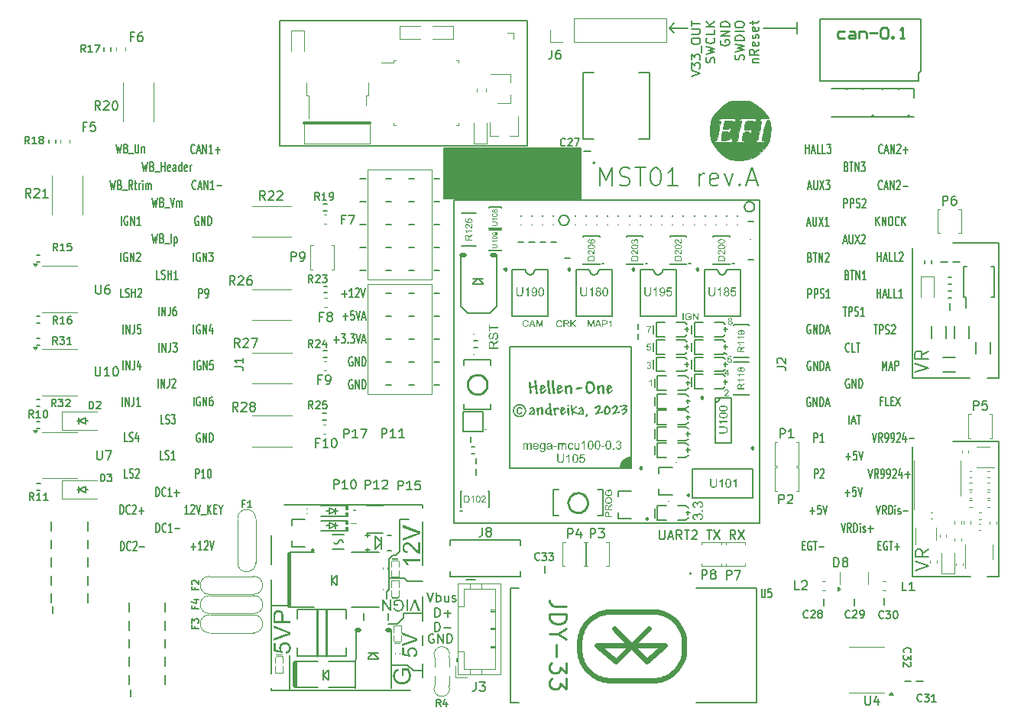
<source format=gto>
G75*
G70*
%OFA0B0*%
%FSLAX25Y25*%
%IPPOS*%
%LPD*%
%AMOC8*
5,1,8,0,0,1.08239X$1,22.5*
%
%ADD123C,0.01000*%
%ADD210C,0.00300*%
%ADD61C,0.00787*%
%ADD63C,0.01181*%
%ADD67C,0.00472*%
%ADD68C,0.00591*%
%ADD69C,0.00669*%
%ADD70C,0.00984*%
%ADD71C,0.00500*%
%ADD72C,0.00800*%
%ADD73C,0.02484*%
%ADD74C,0.00010*%
%ADD75C,0.00390*%
%ADD89C,0.00394*%
%ADD92C,0.01968*%
%ADD93C,0.01575*%
X0000000Y0000000D02*
%LPD*%
G01*
D68*
X0169823Y0182362D02*
X0172244Y0182362D01*
X0180886Y0192382D02*
X0183307Y0192382D01*
X0169823Y0172362D02*
X0172244Y0172362D01*
X0169823Y0212362D02*
X0172244Y0212362D01*
X0180886Y0172362D02*
X0183307Y0172362D01*
X0169823Y0232362D02*
X0172244Y0232362D01*
X0169823Y0222362D02*
X0172244Y0222362D01*
X0283504Y0298070D02*
X0285728Y0295846D01*
X0169823Y0202362D02*
X0172244Y0202362D01*
X0159823Y0222362D02*
X0162244Y0222362D01*
X0180886Y0232362D02*
X0183307Y0232362D01*
X0159823Y0232362D02*
X0162244Y0232362D01*
X0159823Y0142382D02*
X0162244Y0142382D01*
X0159823Y0152362D02*
X0162244Y0152362D01*
X0339390Y0298070D02*
X0339390Y0300570D01*
X0169823Y0142382D02*
X0172244Y0142382D01*
X0159823Y0182362D02*
X0162244Y0182362D01*
X0185157Y0245727D02*
X0245063Y0245727D01*
X0245063Y0223622D01*
X0185157Y0223622D01*
X0185157Y0245727D01*
G36*
X0185157Y0245727D02*
G01*
X0245063Y0245727D01*
X0245063Y0223622D01*
X0185157Y0223622D01*
X0185157Y0245727D01*
G37*
X0151122Y0192401D02*
X0148701Y0192401D01*
X0159823Y0162362D02*
X0162244Y0162362D01*
X0159823Y0212362D02*
X0162244Y0212362D01*
X0169823Y0162362D02*
X0172244Y0162362D01*
X0283504Y0298070D02*
X0285728Y0300295D01*
X0151122Y0212401D02*
X0148701Y0212401D01*
X0159823Y0172362D02*
X0162244Y0172362D01*
X0180886Y0202362D02*
X0183307Y0202362D01*
X0283504Y0298070D02*
X0291437Y0298070D01*
X0151122Y0232401D02*
X0148701Y0232401D01*
X0180886Y0152362D02*
X0183307Y0152362D01*
X0339390Y0298070D02*
X0339390Y0295689D01*
X0151122Y0222401D02*
X0148701Y0222401D01*
X0180886Y0182362D02*
X0183307Y0182362D01*
X0180886Y0142382D02*
X0183307Y0142382D01*
X0169823Y0152362D02*
X0172244Y0152362D01*
X0180886Y0222362D02*
X0183307Y0222362D01*
X0180886Y0162362D02*
X0183307Y0162362D01*
X0159823Y0202362D02*
X0162244Y0202362D01*
X0151122Y0202401D02*
X0148701Y0202401D01*
X0180886Y0212362D02*
X0183307Y0212362D01*
X0159823Y0192382D02*
X0162244Y0192382D01*
X0324528Y0298070D02*
X0339390Y0298070D01*
X0169823Y0192382D02*
X0172244Y0192382D01*
X0076045Y0196122D02*
X0076045Y0200059D01*
X0078801Y0199872D02*
X0078538Y0200059D01*
X0078538Y0200059D02*
X0078144Y0200059D01*
X0078144Y0200059D02*
X0077751Y0199872D01*
X0077751Y0199872D02*
X0077488Y0199497D01*
X0077488Y0199497D02*
X0077357Y0199122D01*
X0077357Y0199122D02*
X0077226Y0198372D01*
X0077226Y0198372D02*
X0077226Y0197810D01*
X0077226Y0197810D02*
X0077357Y0197060D01*
X0077357Y0197060D02*
X0077488Y0196685D01*
X0077488Y0196685D02*
X0077751Y0196310D01*
X0077751Y0196310D02*
X0078144Y0196122D01*
X0078144Y0196122D02*
X0078407Y0196122D01*
X0078407Y0196122D02*
X0078801Y0196310D01*
X0078801Y0196310D02*
X0078932Y0196497D01*
X0078932Y0196497D02*
X0078932Y0197810D01*
X0078932Y0197810D02*
X0078407Y0197810D01*
X0080113Y0196122D02*
X0080113Y0200059D01*
X0080113Y0200059D02*
X0081688Y0196122D01*
X0081688Y0196122D02*
X0081688Y0200059D01*
X0082738Y0200059D02*
X0084444Y0200059D01*
X0084444Y0200059D02*
X0083525Y0198560D01*
X0083525Y0198560D02*
X0083919Y0198560D01*
X0083919Y0198560D02*
X0084181Y0198372D01*
X0084181Y0198372D02*
X0084312Y0198185D01*
X0084312Y0198185D02*
X0084444Y0197810D01*
X0084444Y0197810D02*
X0084444Y0196872D01*
X0084444Y0196872D02*
X0084312Y0196497D01*
X0084312Y0196497D02*
X0084181Y0196310D01*
X0084181Y0196310D02*
X0083919Y0196122D01*
X0083919Y0196122D02*
X0083131Y0196122D01*
X0083131Y0196122D02*
X0082869Y0196310D01*
X0082869Y0196310D02*
X0082738Y0196497D01*
X0141242Y0172130D02*
X0143341Y0172130D01*
X0142291Y0170630D02*
X0142291Y0173630D01*
X0145966Y0174567D02*
X0144654Y0174567D01*
X0144654Y0174567D02*
X0144522Y0172693D01*
X0144522Y0172693D02*
X0144654Y0172880D01*
X0144654Y0172880D02*
X0144916Y0173067D01*
X0144916Y0173067D02*
X0145572Y0173067D01*
X0145572Y0173067D02*
X0145835Y0172880D01*
X0145835Y0172880D02*
X0145966Y0172693D01*
X0145966Y0172693D02*
X0146097Y0172318D01*
X0146097Y0172318D02*
X0146097Y0171380D01*
X0146097Y0171380D02*
X0145966Y0171005D01*
X0145966Y0171005D02*
X0145835Y0170818D01*
X0145835Y0170818D02*
X0145572Y0170630D01*
X0145572Y0170630D02*
X0144916Y0170630D01*
X0144916Y0170630D02*
X0144654Y0170818D01*
X0144654Y0170818D02*
X0144522Y0171005D01*
X0146885Y0174567D02*
X0147803Y0170630D01*
X0147803Y0170630D02*
X0148722Y0174567D01*
X0149509Y0171755D02*
X0150822Y0171755D01*
X0149247Y0170630D02*
X0150165Y0174567D01*
X0150165Y0174567D02*
X0151084Y0170630D01*
X0062908Y0109744D02*
X0061596Y0109744D01*
X0061596Y0109744D02*
X0061596Y0113681D01*
X0063696Y0109932D02*
X0064089Y0109744D01*
X0064089Y0109744D02*
X0064745Y0109744D01*
X0064745Y0109744D02*
X0065008Y0109932D01*
X0065008Y0109932D02*
X0065139Y0110119D01*
X0065139Y0110119D02*
X0065270Y0110494D01*
X0065270Y0110494D02*
X0065270Y0110869D01*
X0065270Y0110869D02*
X0065139Y0111244D01*
X0065139Y0111244D02*
X0065008Y0111432D01*
X0065008Y0111432D02*
X0064745Y0111619D01*
X0064745Y0111619D02*
X0064221Y0111807D01*
X0064221Y0111807D02*
X0063958Y0111994D01*
X0063958Y0111994D02*
X0063827Y0112182D01*
X0063827Y0112182D02*
X0063696Y0112557D01*
X0063696Y0112557D02*
X0063696Y0112932D01*
X0063696Y0112932D02*
X0063827Y0113306D01*
X0063827Y0113306D02*
X0063958Y0113494D01*
X0063958Y0113494D02*
X0064221Y0113681D01*
X0064221Y0113681D02*
X0064877Y0113681D01*
X0064877Y0113681D02*
X0065270Y0113494D01*
X0067895Y0109744D02*
X0066320Y0109744D01*
X0067108Y0109744D02*
X0067108Y0113681D01*
X0067108Y0113681D02*
X0066845Y0113119D01*
X0066845Y0113119D02*
X0066583Y0112744D01*
X0066583Y0112744D02*
X0066320Y0112557D01*
X0145303Y0154281D02*
X0145041Y0154469D01*
X0145041Y0154469D02*
X0144647Y0154469D01*
X0144647Y0154469D02*
X0144253Y0154281D01*
X0144253Y0154281D02*
X0143991Y0153906D01*
X0143991Y0153906D02*
X0143860Y0153531D01*
X0143860Y0153531D02*
X0143728Y0152782D01*
X0143728Y0152782D02*
X0143728Y0152219D01*
X0143728Y0152219D02*
X0143860Y0151469D01*
X0143860Y0151469D02*
X0143991Y0151094D01*
X0143991Y0151094D02*
X0144253Y0150719D01*
X0144253Y0150719D02*
X0144647Y0150532D01*
X0144647Y0150532D02*
X0144910Y0150532D01*
X0144910Y0150532D02*
X0145303Y0150719D01*
X0145303Y0150719D02*
X0145434Y0150907D01*
X0145434Y0150907D02*
X0145434Y0152219D01*
X0145434Y0152219D02*
X0144910Y0152219D01*
X0146616Y0150532D02*
X0146616Y0154469D01*
X0146616Y0154469D02*
X0148190Y0150532D01*
X0148190Y0150532D02*
X0148190Y0154469D01*
X0149503Y0150532D02*
X0149503Y0154469D01*
X0149503Y0154469D02*
X0150159Y0154469D01*
X0150159Y0154469D02*
X0150553Y0154281D01*
X0150553Y0154281D02*
X0150815Y0153906D01*
X0150815Y0153906D02*
X0150946Y0153531D01*
X0150946Y0153531D02*
X0151077Y0152782D01*
X0151077Y0152782D02*
X0151077Y0152219D01*
X0151077Y0152219D02*
X0150946Y0151469D01*
X0150946Y0151469D02*
X0150815Y0151094D01*
X0150815Y0151094D02*
X0150553Y0150719D01*
X0150553Y0150719D02*
X0150159Y0150532D01*
X0150159Y0150532D02*
X0149503Y0150532D01*
X0078328Y0180335D02*
X0078328Y0184272D01*
X0078328Y0184272D02*
X0079378Y0184272D01*
X0079378Y0184272D02*
X0079640Y0184085D01*
X0079640Y0184085D02*
X0079772Y0183897D01*
X0079772Y0183897D02*
X0079903Y0183522D01*
X0079903Y0183522D02*
X0079903Y0182960D01*
X0079903Y0182960D02*
X0079772Y0182585D01*
X0079772Y0182585D02*
X0079640Y0182397D01*
X0079640Y0182397D02*
X0079378Y0182210D01*
X0079378Y0182210D02*
X0078328Y0182210D01*
X0081215Y0180335D02*
X0081740Y0180335D01*
X0081740Y0180335D02*
X0082003Y0180522D01*
X0082003Y0180522D02*
X0082134Y0180710D01*
X0082134Y0180710D02*
X0082396Y0181272D01*
X0082396Y0181272D02*
X0082528Y0182022D01*
X0082528Y0182022D02*
X0082528Y0183522D01*
X0082528Y0183522D02*
X0082396Y0183897D01*
X0082396Y0183897D02*
X0082265Y0184085D01*
X0082265Y0184085D02*
X0082003Y0184272D01*
X0082003Y0184272D02*
X0081478Y0184272D01*
X0081478Y0184272D02*
X0081215Y0184085D01*
X0081215Y0184085D02*
X0081084Y0183897D01*
X0081084Y0183897D02*
X0080953Y0183522D01*
X0080953Y0183522D02*
X0080953Y0182585D01*
X0080953Y0182585D02*
X0081084Y0182210D01*
X0081084Y0182210D02*
X0081215Y0182022D01*
X0081215Y0182022D02*
X0081478Y0181835D01*
X0081478Y0181835D02*
X0082003Y0181835D01*
X0082003Y0181835D02*
X0082265Y0182022D01*
X0082265Y0182022D02*
X0082396Y0182210D01*
X0082396Y0182210D02*
X0082528Y0182585D01*
D61*
X0180663Y0033347D02*
X0180288Y0033534D01*
X0180288Y0033534D02*
X0179726Y0033534D01*
X0179726Y0033534D02*
X0179164Y0033347D01*
X0179164Y0033347D02*
X0178789Y0032972D01*
X0178789Y0032972D02*
X0178601Y0032597D01*
X0178601Y0032597D02*
X0178414Y0031847D01*
X0178414Y0031847D02*
X0178414Y0031284D01*
X0178414Y0031284D02*
X0178601Y0030535D01*
X0178601Y0030535D02*
X0178789Y0030160D01*
X0178789Y0030160D02*
X0179164Y0029785D01*
X0179164Y0029785D02*
X0179726Y0029597D01*
X0179726Y0029597D02*
X0180101Y0029597D01*
X0180101Y0029597D02*
X0180663Y0029785D01*
X0180663Y0029785D02*
X0180851Y0029972D01*
X0180851Y0029972D02*
X0180851Y0031284D01*
X0180851Y0031284D02*
X0180101Y0031284D01*
X0182538Y0029597D02*
X0182538Y0033534D01*
X0182538Y0033534D02*
X0184788Y0029597D01*
X0184788Y0029597D02*
X0184788Y0033534D01*
X0186663Y0029597D02*
X0186663Y0033534D01*
X0186663Y0033534D02*
X0187600Y0033534D01*
X0187600Y0033534D02*
X0188162Y0033347D01*
X0188162Y0033347D02*
X0188537Y0032972D01*
X0188537Y0032972D02*
X0188725Y0032597D01*
X0188725Y0032597D02*
X0188912Y0031847D01*
X0188912Y0031847D02*
X0188912Y0031284D01*
X0188912Y0031284D02*
X0188725Y0030535D01*
X0188725Y0030535D02*
X0188537Y0030160D01*
X0188537Y0030160D02*
X0188162Y0029785D01*
X0188162Y0029785D02*
X0187600Y0029597D01*
X0187600Y0029597D02*
X0186663Y0029597D01*
D68*
X0362068Y0157029D02*
X0361937Y0156841D01*
X0361937Y0156841D02*
X0361543Y0156654D01*
X0361543Y0156654D02*
X0361281Y0156654D01*
X0361281Y0156654D02*
X0360887Y0156841D01*
X0360887Y0156841D02*
X0360625Y0157216D01*
X0360625Y0157216D02*
X0360494Y0157591D01*
X0360494Y0157591D02*
X0360362Y0158341D01*
X0360362Y0158341D02*
X0360362Y0158904D01*
X0360362Y0158904D02*
X0360494Y0159654D01*
X0360494Y0159654D02*
X0360625Y0160028D01*
X0360625Y0160028D02*
X0360887Y0160403D01*
X0360887Y0160403D02*
X0361281Y0160591D01*
X0361281Y0160591D02*
X0361543Y0160591D01*
X0361543Y0160591D02*
X0361937Y0160403D01*
X0361937Y0160403D02*
X0362068Y0160216D01*
X0364562Y0156654D02*
X0363249Y0156654D01*
X0363249Y0156654D02*
X0363249Y0160591D01*
X0365087Y0160591D02*
X0366661Y0160591D01*
X0365874Y0156654D02*
X0365874Y0160591D01*
X0074864Y0071677D02*
X0076963Y0071677D01*
X0075913Y0070178D02*
X0075913Y0073177D01*
X0079719Y0070178D02*
X0078144Y0070178D01*
X0078932Y0070178D02*
X0078932Y0074115D01*
X0078932Y0074115D02*
X0078669Y0073552D01*
X0078669Y0073552D02*
X0078407Y0073177D01*
X0078407Y0073177D02*
X0078144Y0072990D01*
X0080769Y0073740D02*
X0080900Y0073927D01*
X0080900Y0073927D02*
X0081163Y0074115D01*
X0081163Y0074115D02*
X0081819Y0074115D01*
X0081819Y0074115D02*
X0082081Y0073927D01*
X0082081Y0073927D02*
X0082213Y0073740D01*
X0082213Y0073740D02*
X0082344Y0073365D01*
X0082344Y0073365D02*
X0082344Y0072990D01*
X0082344Y0072990D02*
X0082213Y0072427D01*
X0082213Y0072427D02*
X0080638Y0070178D01*
X0080638Y0070178D02*
X0082344Y0070178D01*
X0083131Y0074115D02*
X0084050Y0070178D01*
X0084050Y0070178D02*
X0084969Y0074115D01*
X0293130Y0276852D02*
X0297067Y0278165D01*
X0297067Y0278165D02*
X0293130Y0279477D01*
X0293130Y0280414D02*
X0293130Y0282852D01*
X0293130Y0282852D02*
X0294630Y0281539D01*
X0294630Y0281539D02*
X0294630Y0282102D01*
X0294630Y0282102D02*
X0294817Y0282477D01*
X0294817Y0282477D02*
X0295005Y0282664D01*
X0295005Y0282664D02*
X0295380Y0282852D01*
X0295380Y0282852D02*
X0296317Y0282852D01*
X0296317Y0282852D02*
X0296692Y0282664D01*
X0296692Y0282664D02*
X0296880Y0282477D01*
X0296880Y0282477D02*
X0297067Y0282102D01*
X0297067Y0282102D02*
X0297067Y0280977D01*
X0297067Y0280977D02*
X0296880Y0280602D01*
X0296880Y0280602D02*
X0296692Y0280414D01*
X0293130Y0284164D02*
X0293130Y0286601D01*
X0293130Y0286601D02*
X0294630Y0285289D01*
X0294630Y0285289D02*
X0294630Y0285851D01*
X0294630Y0285851D02*
X0294817Y0286226D01*
X0294817Y0286226D02*
X0295005Y0286414D01*
X0295005Y0286414D02*
X0295380Y0286601D01*
X0295380Y0286601D02*
X0296317Y0286601D01*
X0296317Y0286601D02*
X0296692Y0286414D01*
X0296692Y0286414D02*
X0296880Y0286226D01*
X0296880Y0286226D02*
X0297067Y0285851D01*
X0297067Y0285851D02*
X0297067Y0284726D01*
X0297067Y0284726D02*
X0296880Y0284351D01*
X0296880Y0284351D02*
X0296692Y0284164D01*
X0297442Y0287351D02*
X0297442Y0290351D01*
X0293130Y0292038D02*
X0293130Y0292788D01*
X0293130Y0292788D02*
X0293318Y0293163D01*
X0293318Y0293163D02*
X0293693Y0293538D01*
X0293693Y0293538D02*
X0294442Y0293725D01*
X0294442Y0293725D02*
X0295755Y0293725D01*
X0295755Y0293725D02*
X0296505Y0293538D01*
X0296505Y0293538D02*
X0296880Y0293163D01*
X0296880Y0293163D02*
X0297067Y0292788D01*
X0297067Y0292788D02*
X0297067Y0292038D01*
X0297067Y0292038D02*
X0296880Y0291663D01*
X0296880Y0291663D02*
X0296505Y0291288D01*
X0296505Y0291288D02*
X0295755Y0291101D01*
X0295755Y0291101D02*
X0294442Y0291101D01*
X0294442Y0291101D02*
X0293693Y0291288D01*
X0293693Y0291288D02*
X0293318Y0291663D01*
X0293318Y0291663D02*
X0293130Y0292038D01*
X0293130Y0295413D02*
X0296317Y0295413D01*
X0296317Y0295413D02*
X0296692Y0295600D01*
X0296692Y0295600D02*
X0296880Y0295788D01*
X0296880Y0295788D02*
X0297067Y0296162D01*
X0297067Y0296162D02*
X0297067Y0296912D01*
X0297067Y0296912D02*
X0296880Y0297287D01*
X0296880Y0297287D02*
X0296692Y0297475D01*
X0296692Y0297475D02*
X0296317Y0297662D01*
X0296317Y0297662D02*
X0293130Y0297662D01*
X0293130Y0298975D02*
X0293130Y0301224D01*
X0297067Y0300099D02*
X0293130Y0300099D01*
X0303218Y0283039D02*
X0303405Y0283602D01*
X0303405Y0283602D02*
X0303405Y0284539D01*
X0303405Y0284539D02*
X0303218Y0284914D01*
X0303218Y0284914D02*
X0303031Y0285101D01*
X0303031Y0285101D02*
X0302656Y0285289D01*
X0302656Y0285289D02*
X0302281Y0285289D01*
X0302281Y0285289D02*
X0301906Y0285101D01*
X0301906Y0285101D02*
X0301718Y0284914D01*
X0301718Y0284914D02*
X0301531Y0284539D01*
X0301531Y0284539D02*
X0301343Y0283789D01*
X0301343Y0283789D02*
X0301156Y0283414D01*
X0301156Y0283414D02*
X0300968Y0283227D01*
X0300968Y0283227D02*
X0300593Y0283039D01*
X0300593Y0283039D02*
X0300218Y0283039D01*
X0300218Y0283039D02*
X0299843Y0283227D01*
X0299843Y0283227D02*
X0299656Y0283414D01*
X0299656Y0283414D02*
X0299468Y0283789D01*
X0299468Y0283789D02*
X0299468Y0284726D01*
X0299468Y0284726D02*
X0299656Y0285289D01*
X0299468Y0286601D02*
X0303405Y0287539D01*
X0303405Y0287539D02*
X0300593Y0288288D01*
X0300593Y0288288D02*
X0303405Y0289038D01*
X0303405Y0289038D02*
X0299468Y0289976D01*
X0303031Y0293725D02*
X0303218Y0293538D01*
X0303218Y0293538D02*
X0303405Y0292975D01*
X0303405Y0292975D02*
X0303405Y0292600D01*
X0303405Y0292600D02*
X0303218Y0292038D01*
X0303218Y0292038D02*
X0302843Y0291663D01*
X0302843Y0291663D02*
X0302468Y0291476D01*
X0302468Y0291476D02*
X0301718Y0291288D01*
X0301718Y0291288D02*
X0301156Y0291288D01*
X0301156Y0291288D02*
X0300406Y0291476D01*
X0300406Y0291476D02*
X0300031Y0291663D01*
X0300031Y0291663D02*
X0299656Y0292038D01*
X0299656Y0292038D02*
X0299468Y0292600D01*
X0299468Y0292600D02*
X0299468Y0292975D01*
X0299468Y0292975D02*
X0299656Y0293538D01*
X0299656Y0293538D02*
X0299843Y0293725D01*
X0303405Y0297287D02*
X0303405Y0295413D01*
X0303405Y0295413D02*
X0299468Y0295413D01*
X0303405Y0298600D02*
X0299468Y0298600D01*
X0303405Y0300849D02*
X0301156Y0299162D01*
X0299468Y0300849D02*
X0301718Y0298600D01*
X0305994Y0292600D02*
X0305807Y0292225D01*
X0305807Y0292225D02*
X0305807Y0291663D01*
X0305807Y0291663D02*
X0305994Y0291101D01*
X0305994Y0291101D02*
X0306369Y0290726D01*
X0306369Y0290726D02*
X0306744Y0290538D01*
X0306744Y0290538D02*
X0307494Y0290351D01*
X0307494Y0290351D02*
X0308057Y0290351D01*
X0308057Y0290351D02*
X0308806Y0290538D01*
X0308806Y0290538D02*
X0309181Y0290726D01*
X0309181Y0290726D02*
X0309556Y0291101D01*
X0309556Y0291101D02*
X0309744Y0291663D01*
X0309744Y0291663D02*
X0309744Y0292038D01*
X0309744Y0292038D02*
X0309556Y0292600D01*
X0309556Y0292600D02*
X0309369Y0292788D01*
X0309369Y0292788D02*
X0308057Y0292788D01*
X0308057Y0292788D02*
X0308057Y0292038D01*
X0309744Y0294475D02*
X0305807Y0294475D01*
X0305807Y0294475D02*
X0309744Y0296725D01*
X0309744Y0296725D02*
X0305807Y0296725D01*
X0309744Y0298600D02*
X0305807Y0298600D01*
X0305807Y0298600D02*
X0305807Y0299537D01*
X0305807Y0299537D02*
X0305994Y0300099D01*
X0305994Y0300099D02*
X0306369Y0300474D01*
X0306369Y0300474D02*
X0306744Y0300662D01*
X0306744Y0300662D02*
X0307494Y0300849D01*
X0307494Y0300849D02*
X0308057Y0300849D01*
X0308057Y0300849D02*
X0308806Y0300662D01*
X0308806Y0300662D02*
X0309181Y0300474D01*
X0309181Y0300474D02*
X0309556Y0300099D01*
X0309556Y0300099D02*
X0309744Y0299537D01*
X0309744Y0299537D02*
X0309744Y0298600D01*
X0315895Y0284164D02*
X0316082Y0284726D01*
X0316082Y0284726D02*
X0316082Y0285664D01*
X0316082Y0285664D02*
X0315895Y0286039D01*
X0315895Y0286039D02*
X0315707Y0286226D01*
X0315707Y0286226D02*
X0315332Y0286414D01*
X0315332Y0286414D02*
X0314957Y0286414D01*
X0314957Y0286414D02*
X0314582Y0286226D01*
X0314582Y0286226D02*
X0314395Y0286039D01*
X0314395Y0286039D02*
X0314207Y0285664D01*
X0314207Y0285664D02*
X0314020Y0284914D01*
X0314020Y0284914D02*
X0313832Y0284539D01*
X0313832Y0284539D02*
X0313645Y0284351D01*
X0313645Y0284351D02*
X0313270Y0284164D01*
X0313270Y0284164D02*
X0312895Y0284164D01*
X0312895Y0284164D02*
X0312520Y0284351D01*
X0312520Y0284351D02*
X0312333Y0284539D01*
X0312333Y0284539D02*
X0312145Y0284914D01*
X0312145Y0284914D02*
X0312145Y0285851D01*
X0312145Y0285851D02*
X0312333Y0286414D01*
X0312145Y0287726D02*
X0316082Y0288663D01*
X0316082Y0288663D02*
X0313270Y0289413D01*
X0313270Y0289413D02*
X0316082Y0290163D01*
X0316082Y0290163D02*
X0312145Y0291101D01*
X0316082Y0292600D02*
X0312145Y0292600D01*
X0312145Y0292600D02*
X0312145Y0293538D01*
X0312145Y0293538D02*
X0312333Y0294100D01*
X0312333Y0294100D02*
X0312708Y0294475D01*
X0312708Y0294475D02*
X0313083Y0294663D01*
X0313083Y0294663D02*
X0313832Y0294850D01*
X0313832Y0294850D02*
X0314395Y0294850D01*
X0314395Y0294850D02*
X0315145Y0294663D01*
X0315145Y0294663D02*
X0315520Y0294475D01*
X0315520Y0294475D02*
X0315895Y0294100D01*
X0315895Y0294100D02*
X0316082Y0293538D01*
X0316082Y0293538D02*
X0316082Y0292600D01*
X0316082Y0296537D02*
X0312145Y0296537D01*
X0312145Y0299162D02*
X0312145Y0299912D01*
X0312145Y0299912D02*
X0312333Y0300287D01*
X0312333Y0300287D02*
X0312708Y0300662D01*
X0312708Y0300662D02*
X0313458Y0300849D01*
X0313458Y0300849D02*
X0314770Y0300849D01*
X0314770Y0300849D02*
X0315520Y0300662D01*
X0315520Y0300662D02*
X0315895Y0300287D01*
X0315895Y0300287D02*
X0316082Y0299912D01*
X0316082Y0299912D02*
X0316082Y0299162D01*
X0316082Y0299162D02*
X0315895Y0298787D01*
X0315895Y0298787D02*
X0315520Y0298412D01*
X0315520Y0298412D02*
X0314770Y0298225D01*
X0314770Y0298225D02*
X0313458Y0298225D01*
X0313458Y0298225D02*
X0312708Y0298412D01*
X0312708Y0298412D02*
X0312333Y0298787D01*
X0312333Y0298787D02*
X0312145Y0299162D01*
X0319796Y0282852D02*
X0322421Y0282852D01*
X0320171Y0282852D02*
X0319983Y0283039D01*
X0319983Y0283039D02*
X0319796Y0283414D01*
X0319796Y0283414D02*
X0319796Y0283977D01*
X0319796Y0283977D02*
X0319983Y0284351D01*
X0319983Y0284351D02*
X0320358Y0284539D01*
X0320358Y0284539D02*
X0322421Y0284539D01*
X0322421Y0288663D02*
X0320546Y0287351D01*
X0322421Y0286414D02*
X0318484Y0286414D01*
X0318484Y0286414D02*
X0318484Y0287914D01*
X0318484Y0287914D02*
X0318671Y0288288D01*
X0318671Y0288288D02*
X0318858Y0288476D01*
X0318858Y0288476D02*
X0319233Y0288663D01*
X0319233Y0288663D02*
X0319796Y0288663D01*
X0319796Y0288663D02*
X0320171Y0288476D01*
X0320171Y0288476D02*
X0320358Y0288288D01*
X0320358Y0288288D02*
X0320546Y0287914D01*
X0320546Y0287914D02*
X0320546Y0286414D01*
X0322233Y0291851D02*
X0322421Y0291476D01*
X0322421Y0291476D02*
X0322421Y0290726D01*
X0322421Y0290726D02*
X0322233Y0290351D01*
X0322233Y0290351D02*
X0321858Y0290163D01*
X0321858Y0290163D02*
X0320358Y0290163D01*
X0320358Y0290163D02*
X0319983Y0290351D01*
X0319983Y0290351D02*
X0319796Y0290726D01*
X0319796Y0290726D02*
X0319796Y0291476D01*
X0319796Y0291476D02*
X0319983Y0291851D01*
X0319983Y0291851D02*
X0320358Y0292038D01*
X0320358Y0292038D02*
X0320733Y0292038D01*
X0320733Y0292038D02*
X0321108Y0290163D01*
X0322233Y0293538D02*
X0322421Y0293913D01*
X0322421Y0293913D02*
X0322421Y0294663D01*
X0322421Y0294663D02*
X0322233Y0295038D01*
X0322233Y0295038D02*
X0321858Y0295225D01*
X0321858Y0295225D02*
X0321671Y0295225D01*
X0321671Y0295225D02*
X0321296Y0295038D01*
X0321296Y0295038D02*
X0321108Y0294663D01*
X0321108Y0294663D02*
X0321108Y0294100D01*
X0321108Y0294100D02*
X0320921Y0293725D01*
X0320921Y0293725D02*
X0320546Y0293538D01*
X0320546Y0293538D02*
X0320358Y0293538D01*
X0320358Y0293538D02*
X0319983Y0293725D01*
X0319983Y0293725D02*
X0319796Y0294100D01*
X0319796Y0294100D02*
X0319796Y0294663D01*
X0319796Y0294663D02*
X0319983Y0295038D01*
X0322233Y0298412D02*
X0322421Y0298037D01*
X0322421Y0298037D02*
X0322421Y0297287D01*
X0322421Y0297287D02*
X0322233Y0296912D01*
X0322233Y0296912D02*
X0321858Y0296725D01*
X0321858Y0296725D02*
X0320358Y0296725D01*
X0320358Y0296725D02*
X0319983Y0296912D01*
X0319983Y0296912D02*
X0319796Y0297287D01*
X0319796Y0297287D02*
X0319796Y0298037D01*
X0319796Y0298037D02*
X0319983Y0298412D01*
X0319983Y0298412D02*
X0320358Y0298600D01*
X0320358Y0298600D02*
X0320733Y0298600D01*
X0320733Y0298600D02*
X0321108Y0296725D01*
X0319796Y0299725D02*
X0319796Y0301224D01*
X0318484Y0300287D02*
X0321858Y0300287D01*
X0321858Y0300287D02*
X0322233Y0300474D01*
X0322233Y0300474D02*
X0322421Y0300849D01*
X0322421Y0300849D02*
X0322421Y0301224D01*
X0078787Y0121092D02*
X0078525Y0121280D01*
X0078525Y0121280D02*
X0078131Y0121280D01*
X0078131Y0121280D02*
X0077738Y0121092D01*
X0077738Y0121092D02*
X0077475Y0120717D01*
X0077475Y0120717D02*
X0077344Y0120342D01*
X0077344Y0120342D02*
X0077213Y0119593D01*
X0077213Y0119593D02*
X0077213Y0119030D01*
X0077213Y0119030D02*
X0077344Y0118280D01*
X0077344Y0118280D02*
X0077475Y0117905D01*
X0077475Y0117905D02*
X0077738Y0117530D01*
X0077738Y0117530D02*
X0078131Y0117343D01*
X0078131Y0117343D02*
X0078394Y0117343D01*
X0078394Y0117343D02*
X0078787Y0117530D01*
X0078787Y0117530D02*
X0078919Y0117718D01*
X0078919Y0117718D02*
X0078919Y0119030D01*
X0078919Y0119030D02*
X0078394Y0119030D01*
X0080100Y0117343D02*
X0080100Y0121280D01*
X0080100Y0121280D02*
X0081675Y0117343D01*
X0081675Y0117343D02*
X0081675Y0121280D01*
X0082987Y0117343D02*
X0082987Y0121280D01*
X0082987Y0121280D02*
X0083643Y0121280D01*
X0083643Y0121280D02*
X0084037Y0121092D01*
X0084037Y0121092D02*
X0084299Y0120717D01*
X0084299Y0120717D02*
X0084431Y0120342D01*
X0084431Y0120342D02*
X0084562Y0119593D01*
X0084562Y0119593D02*
X0084562Y0119030D01*
X0084562Y0119030D02*
X0084431Y0118280D01*
X0084431Y0118280D02*
X0084299Y0117905D01*
X0084299Y0117905D02*
X0084037Y0117530D01*
X0084037Y0117530D02*
X0083643Y0117343D01*
X0083643Y0117343D02*
X0082987Y0117343D01*
X0359536Y0205082D02*
X0360848Y0205082D01*
X0359273Y0203957D02*
X0360192Y0207894D01*
X0360192Y0207894D02*
X0361110Y0203957D01*
X0362029Y0207894D02*
X0362029Y0204707D01*
X0362029Y0204707D02*
X0362160Y0204332D01*
X0362160Y0204332D02*
X0362291Y0204145D01*
X0362291Y0204145D02*
X0362554Y0203957D01*
X0362554Y0203957D02*
X0363079Y0203957D01*
X0363079Y0203957D02*
X0363341Y0204145D01*
X0363341Y0204145D02*
X0363473Y0204332D01*
X0363473Y0204332D02*
X0363604Y0204707D01*
X0363604Y0204707D02*
X0363604Y0207894D01*
X0364654Y0207894D02*
X0366491Y0203957D01*
X0366491Y0207894D02*
X0364654Y0203957D01*
X0367410Y0207519D02*
X0367541Y0207707D01*
X0367541Y0207707D02*
X0367803Y0207894D01*
X0367803Y0207894D02*
X0368459Y0207894D01*
X0368459Y0207894D02*
X0368722Y0207707D01*
X0368722Y0207707D02*
X0368853Y0207519D01*
X0368853Y0207519D02*
X0368984Y0207144D01*
X0368984Y0207144D02*
X0368984Y0206769D01*
X0368984Y0206769D02*
X0368853Y0206207D01*
X0368853Y0206207D02*
X0367278Y0203957D01*
X0367278Y0203957D02*
X0368984Y0203957D01*
X0358525Y0081890D02*
X0359444Y0077953D01*
X0359444Y0077953D02*
X0360362Y0081890D01*
X0362856Y0077953D02*
X0361937Y0079828D01*
X0361281Y0077953D02*
X0361281Y0081890D01*
X0361281Y0081890D02*
X0362331Y0081890D01*
X0362331Y0081890D02*
X0362593Y0081703D01*
X0362593Y0081703D02*
X0362724Y0081515D01*
X0362724Y0081515D02*
X0362856Y0081140D01*
X0362856Y0081140D02*
X0362856Y0080578D01*
X0362856Y0080578D02*
X0362724Y0080203D01*
X0362724Y0080203D02*
X0362593Y0080015D01*
X0362593Y0080015D02*
X0362331Y0079828D01*
X0362331Y0079828D02*
X0361281Y0079828D01*
X0364037Y0077953D02*
X0364037Y0081890D01*
X0364037Y0081890D02*
X0364693Y0081890D01*
X0364693Y0081890D02*
X0365087Y0081703D01*
X0365087Y0081703D02*
X0365349Y0081328D01*
X0365349Y0081328D02*
X0365480Y0080953D01*
X0365480Y0080953D02*
X0365612Y0080203D01*
X0365612Y0080203D02*
X0365612Y0079640D01*
X0365612Y0079640D02*
X0365480Y0078890D01*
X0365480Y0078890D02*
X0365349Y0078516D01*
X0365349Y0078516D02*
X0365087Y0078141D01*
X0365087Y0078141D02*
X0364693Y0077953D01*
X0364693Y0077953D02*
X0364037Y0077953D01*
X0366793Y0077953D02*
X0366793Y0080578D01*
X0366793Y0081890D02*
X0366661Y0081703D01*
X0366661Y0081703D02*
X0366793Y0081515D01*
X0366793Y0081515D02*
X0366924Y0081703D01*
X0366924Y0081703D02*
X0366793Y0081890D01*
X0366793Y0081890D02*
X0366793Y0081515D01*
X0367974Y0078141D02*
X0368236Y0077953D01*
X0368236Y0077953D02*
X0368761Y0077953D01*
X0368761Y0077953D02*
X0369024Y0078141D01*
X0369024Y0078141D02*
X0369155Y0078516D01*
X0369155Y0078516D02*
X0369155Y0078703D01*
X0369155Y0078703D02*
X0369024Y0079078D01*
X0369024Y0079078D02*
X0368761Y0079265D01*
X0368761Y0079265D02*
X0368368Y0079265D01*
X0368368Y0079265D02*
X0368105Y0079453D01*
X0368105Y0079453D02*
X0367974Y0079828D01*
X0367974Y0079828D02*
X0367974Y0080015D01*
X0367974Y0080015D02*
X0368105Y0080390D01*
X0368105Y0080390D02*
X0368368Y0080578D01*
X0368368Y0080578D02*
X0368761Y0080578D01*
X0368761Y0080578D02*
X0369024Y0080390D01*
X0370336Y0079453D02*
X0372436Y0079453D01*
X0371386Y0077953D02*
X0371386Y0080953D01*
X0344883Y0087288D02*
X0346983Y0087288D01*
X0345933Y0085788D02*
X0345933Y0088787D01*
X0349608Y0089725D02*
X0348295Y0089725D01*
X0348295Y0089725D02*
X0348164Y0087850D01*
X0348164Y0087850D02*
X0348295Y0088037D01*
X0348295Y0088037D02*
X0348558Y0088225D01*
X0348558Y0088225D02*
X0349214Y0088225D01*
X0349214Y0088225D02*
X0349476Y0088037D01*
X0349476Y0088037D02*
X0349608Y0087850D01*
X0349608Y0087850D02*
X0349739Y0087475D01*
X0349739Y0087475D02*
X0349739Y0086538D01*
X0349739Y0086538D02*
X0349608Y0086163D01*
X0349608Y0086163D02*
X0349476Y0085975D01*
X0349476Y0085975D02*
X0349214Y0085788D01*
X0349214Y0085788D02*
X0348558Y0085788D01*
X0348558Y0085788D02*
X0348295Y0085975D01*
X0348295Y0085975D02*
X0348164Y0086163D01*
X0350526Y0089725D02*
X0351445Y0085788D01*
X0351445Y0085788D02*
X0352364Y0089725D01*
X0061274Y0188426D02*
X0059962Y0188426D01*
X0059962Y0188426D02*
X0059962Y0192363D01*
X0062062Y0188613D02*
X0062455Y0188426D01*
X0062455Y0188426D02*
X0063112Y0188426D01*
X0063112Y0188426D02*
X0063374Y0188613D01*
X0063374Y0188613D02*
X0063505Y0188800D01*
X0063505Y0188800D02*
X0063637Y0189175D01*
X0063637Y0189175D02*
X0063637Y0189550D01*
X0063637Y0189550D02*
X0063505Y0189925D01*
X0063505Y0189925D02*
X0063374Y0190113D01*
X0063374Y0190113D02*
X0063112Y0190300D01*
X0063112Y0190300D02*
X0062587Y0190488D01*
X0062587Y0190488D02*
X0062324Y0190675D01*
X0062324Y0190675D02*
X0062193Y0190863D01*
X0062193Y0190863D02*
X0062062Y0191238D01*
X0062062Y0191238D02*
X0062062Y0191613D01*
X0062062Y0191613D02*
X0062193Y0191988D01*
X0062193Y0191988D02*
X0062324Y0192175D01*
X0062324Y0192175D02*
X0062587Y0192363D01*
X0062587Y0192363D02*
X0063243Y0192363D01*
X0063243Y0192363D02*
X0063637Y0192175D01*
X0064818Y0188426D02*
X0064818Y0192363D01*
X0064818Y0190488D02*
X0066392Y0190488D01*
X0066392Y0188426D02*
X0066392Y0192363D01*
X0069148Y0188426D02*
X0067574Y0188426D01*
X0068361Y0188426D02*
X0068361Y0192363D01*
X0068361Y0192363D02*
X0068098Y0191800D01*
X0068098Y0191800D02*
X0067836Y0191425D01*
X0067836Y0191425D02*
X0067574Y0191238D01*
X0376491Y0135193D02*
X0375572Y0135193D01*
X0375572Y0133130D02*
X0375572Y0137067D01*
X0375572Y0137067D02*
X0376885Y0137067D01*
X0379247Y0133130D02*
X0377934Y0133130D01*
X0377934Y0133130D02*
X0377934Y0137067D01*
X0380165Y0135193D02*
X0381084Y0135193D01*
X0381478Y0133130D02*
X0380165Y0133130D01*
X0380165Y0133130D02*
X0380165Y0137067D01*
X0380165Y0137067D02*
X0381478Y0137067D01*
X0382396Y0137067D02*
X0384234Y0133130D01*
X0384234Y0137067D02*
X0382396Y0133130D01*
X0053597Y0239489D02*
X0054253Y0235552D01*
X0054253Y0235552D02*
X0054778Y0238364D01*
X0054778Y0238364D02*
X0055303Y0235552D01*
X0055303Y0235552D02*
X0055959Y0239489D01*
X0057928Y0237614D02*
X0058322Y0237426D01*
X0058322Y0237426D02*
X0058453Y0237239D01*
X0058453Y0237239D02*
X0058584Y0236864D01*
X0058584Y0236864D02*
X0058584Y0236301D01*
X0058584Y0236301D02*
X0058453Y0235926D01*
X0058453Y0235926D02*
X0058322Y0235739D01*
X0058322Y0235739D02*
X0058059Y0235552D01*
X0058059Y0235552D02*
X0057009Y0235552D01*
X0057009Y0235552D02*
X0057009Y0239489D01*
X0057009Y0239489D02*
X0057928Y0239489D01*
X0057928Y0239489D02*
X0058190Y0239301D01*
X0058190Y0239301D02*
X0058322Y0239114D01*
X0058322Y0239114D02*
X0058453Y0238739D01*
X0058453Y0238739D02*
X0058453Y0238364D01*
X0058453Y0238364D02*
X0058322Y0237989D01*
X0058322Y0237989D02*
X0058190Y0237801D01*
X0058190Y0237801D02*
X0057928Y0237614D01*
X0057928Y0237614D02*
X0057009Y0237614D01*
X0059109Y0235177D02*
X0061209Y0235177D01*
X0061865Y0235552D02*
X0061865Y0239489D01*
X0061865Y0237614D02*
X0063440Y0237614D01*
X0063440Y0235552D02*
X0063440Y0239489D01*
X0065802Y0235739D02*
X0065539Y0235552D01*
X0065539Y0235552D02*
X0065014Y0235552D01*
X0065014Y0235552D02*
X0064752Y0235739D01*
X0064752Y0235739D02*
X0064621Y0236114D01*
X0064621Y0236114D02*
X0064621Y0237614D01*
X0064621Y0237614D02*
X0064752Y0237989D01*
X0064752Y0237989D02*
X0065014Y0238176D01*
X0065014Y0238176D02*
X0065539Y0238176D01*
X0065539Y0238176D02*
X0065802Y0237989D01*
X0065802Y0237989D02*
X0065933Y0237614D01*
X0065933Y0237614D02*
X0065933Y0237239D01*
X0065933Y0237239D02*
X0064621Y0236864D01*
X0068295Y0235552D02*
X0068295Y0237614D01*
X0068295Y0237614D02*
X0068164Y0237989D01*
X0068164Y0237989D02*
X0067902Y0238176D01*
X0067902Y0238176D02*
X0067377Y0238176D01*
X0067377Y0238176D02*
X0067114Y0237989D01*
X0068295Y0235739D02*
X0068033Y0235552D01*
X0068033Y0235552D02*
X0067377Y0235552D01*
X0067377Y0235552D02*
X0067114Y0235739D01*
X0067114Y0235739D02*
X0066983Y0236114D01*
X0066983Y0236114D02*
X0066983Y0236489D01*
X0066983Y0236489D02*
X0067114Y0236864D01*
X0067114Y0236864D02*
X0067377Y0237051D01*
X0067377Y0237051D02*
X0068033Y0237051D01*
X0068033Y0237051D02*
X0068295Y0237239D01*
X0070789Y0235552D02*
X0070789Y0239489D01*
X0070789Y0235739D02*
X0070526Y0235552D01*
X0070526Y0235552D02*
X0070001Y0235552D01*
X0070001Y0235552D02*
X0069739Y0235739D01*
X0069739Y0235739D02*
X0069608Y0235926D01*
X0069608Y0235926D02*
X0069476Y0236301D01*
X0069476Y0236301D02*
X0069476Y0237426D01*
X0069476Y0237426D02*
X0069608Y0237801D01*
X0069608Y0237801D02*
X0069739Y0237989D01*
X0069739Y0237989D02*
X0070001Y0238176D01*
X0070001Y0238176D02*
X0070526Y0238176D01*
X0070526Y0238176D02*
X0070789Y0237989D01*
X0073151Y0235739D02*
X0072889Y0235552D01*
X0072889Y0235552D02*
X0072364Y0235552D01*
X0072364Y0235552D02*
X0072101Y0235739D01*
X0072101Y0235739D02*
X0071970Y0236114D01*
X0071970Y0236114D02*
X0071970Y0237614D01*
X0071970Y0237614D02*
X0072101Y0237989D01*
X0072101Y0237989D02*
X0072364Y0238176D01*
X0072364Y0238176D02*
X0072889Y0238176D01*
X0072889Y0238176D02*
X0073151Y0237989D01*
X0073151Y0237989D02*
X0073282Y0237614D01*
X0073282Y0237614D02*
X0073282Y0237239D01*
X0073282Y0237239D02*
X0071970Y0236864D01*
X0074463Y0235552D02*
X0074463Y0238176D01*
X0074463Y0237426D02*
X0074595Y0237801D01*
X0074595Y0237801D02*
X0074726Y0237989D01*
X0074726Y0237989D02*
X0074988Y0238176D01*
X0074988Y0238176D02*
X0075251Y0238176D01*
X0060848Y0172441D02*
X0060848Y0176378D01*
X0062160Y0172441D02*
X0062160Y0176378D01*
X0062160Y0176378D02*
X0063735Y0172441D01*
X0063735Y0172441D02*
X0063735Y0176378D01*
X0065835Y0176378D02*
X0065835Y0173566D01*
X0065835Y0173566D02*
X0065703Y0173004D01*
X0065703Y0173004D02*
X0065441Y0172629D01*
X0065441Y0172629D02*
X0065047Y0172441D01*
X0065047Y0172441D02*
X0064785Y0172441D01*
X0068328Y0176378D02*
X0067803Y0176378D01*
X0067803Y0176378D02*
X0067541Y0176191D01*
X0067541Y0176191D02*
X0067410Y0176003D01*
X0067410Y0176003D02*
X0067147Y0175441D01*
X0067147Y0175441D02*
X0067016Y0174691D01*
X0067016Y0174691D02*
X0067016Y0173191D01*
X0067016Y0173191D02*
X0067147Y0172816D01*
X0067147Y0172816D02*
X0067278Y0172629D01*
X0067278Y0172629D02*
X0067541Y0172441D01*
X0067541Y0172441D02*
X0068066Y0172441D01*
X0068066Y0172441D02*
X0068328Y0172629D01*
X0068328Y0172629D02*
X0068459Y0172816D01*
X0068459Y0172816D02*
X0068591Y0173191D01*
X0068591Y0173191D02*
X0068591Y0174129D01*
X0068591Y0174129D02*
X0068459Y0174504D01*
X0068459Y0174504D02*
X0068328Y0174691D01*
X0068328Y0174691D02*
X0068066Y0174878D01*
X0068066Y0174878D02*
X0067541Y0174878D01*
X0067541Y0174878D02*
X0067278Y0174691D01*
X0067278Y0174691D02*
X0067147Y0174504D01*
X0067147Y0174504D02*
X0067016Y0174129D01*
X0362029Y0125118D02*
X0362029Y0129055D01*
X0363210Y0126243D02*
X0364522Y0126243D01*
X0362948Y0125118D02*
X0363866Y0129055D01*
X0363866Y0129055D02*
X0364785Y0125118D01*
X0365310Y0129055D02*
X0366885Y0129055D01*
X0366097Y0125118D02*
X0366097Y0129055D01*
X0360684Y0237574D02*
X0361077Y0237387D01*
X0361077Y0237387D02*
X0361209Y0237199D01*
X0361209Y0237199D02*
X0361340Y0236824D01*
X0361340Y0236824D02*
X0361340Y0236262D01*
X0361340Y0236262D02*
X0361209Y0235887D01*
X0361209Y0235887D02*
X0361077Y0235700D01*
X0361077Y0235700D02*
X0360815Y0235512D01*
X0360815Y0235512D02*
X0359765Y0235512D01*
X0359765Y0235512D02*
X0359765Y0239449D01*
X0359765Y0239449D02*
X0360684Y0239449D01*
X0360684Y0239449D02*
X0360946Y0239262D01*
X0360946Y0239262D02*
X0361077Y0239074D01*
X0361077Y0239074D02*
X0361209Y0238699D01*
X0361209Y0238699D02*
X0361209Y0238324D01*
X0361209Y0238324D02*
X0361077Y0237949D01*
X0361077Y0237949D02*
X0360946Y0237762D01*
X0360946Y0237762D02*
X0360684Y0237574D01*
X0360684Y0237574D02*
X0359765Y0237574D01*
X0362127Y0239449D02*
X0363702Y0239449D01*
X0362915Y0235512D02*
X0362915Y0239449D01*
X0364621Y0235512D02*
X0364621Y0239449D01*
X0364621Y0239449D02*
X0366196Y0235512D01*
X0366196Y0235512D02*
X0366196Y0239449D01*
X0367245Y0239449D02*
X0368952Y0239449D01*
X0368952Y0239449D02*
X0368033Y0237949D01*
X0368033Y0237949D02*
X0368427Y0237949D01*
X0368427Y0237949D02*
X0368689Y0237762D01*
X0368689Y0237762D02*
X0368820Y0237574D01*
X0368820Y0237574D02*
X0368952Y0237199D01*
X0368952Y0237199D02*
X0368952Y0236262D01*
X0368952Y0236262D02*
X0368820Y0235887D01*
X0368820Y0235887D02*
X0368689Y0235700D01*
X0368689Y0235700D02*
X0368427Y0235512D01*
X0368427Y0235512D02*
X0367639Y0235512D01*
X0367639Y0235512D02*
X0367377Y0235700D01*
X0367377Y0235700D02*
X0367245Y0235887D01*
X0145303Y0144281D02*
X0145041Y0144469D01*
X0145041Y0144469D02*
X0144647Y0144469D01*
X0144647Y0144469D02*
X0144253Y0144281D01*
X0144253Y0144281D02*
X0143991Y0143906D01*
X0143991Y0143906D02*
X0143860Y0143531D01*
X0143860Y0143531D02*
X0143728Y0142782D01*
X0143728Y0142782D02*
X0143728Y0142219D01*
X0143728Y0142219D02*
X0143860Y0141469D01*
X0143860Y0141469D02*
X0143991Y0141094D01*
X0143991Y0141094D02*
X0144253Y0140719D01*
X0144253Y0140719D02*
X0144647Y0140532D01*
X0144647Y0140532D02*
X0144910Y0140532D01*
X0144910Y0140532D02*
X0145303Y0140719D01*
X0145303Y0140719D02*
X0145434Y0140907D01*
X0145434Y0140907D02*
X0145434Y0142219D01*
X0145434Y0142219D02*
X0144910Y0142219D01*
X0146616Y0140532D02*
X0146616Y0144469D01*
X0146616Y0144469D02*
X0148190Y0140532D01*
X0148190Y0140532D02*
X0148190Y0144469D01*
X0149503Y0140532D02*
X0149503Y0144469D01*
X0149503Y0144469D02*
X0150159Y0144469D01*
X0150159Y0144469D02*
X0150553Y0144281D01*
X0150553Y0144281D02*
X0150815Y0143906D01*
X0150815Y0143906D02*
X0150946Y0143531D01*
X0150946Y0143531D02*
X0151077Y0142782D01*
X0151077Y0142782D02*
X0151077Y0142219D01*
X0151077Y0142219D02*
X0150946Y0141469D01*
X0150946Y0141469D02*
X0150815Y0141094D01*
X0150815Y0141094D02*
X0150553Y0140719D01*
X0150553Y0140719D02*
X0150159Y0140532D01*
X0150159Y0140532D02*
X0149503Y0140532D01*
X0345008Y0136663D02*
X0344745Y0136851D01*
X0344745Y0136851D02*
X0344352Y0136851D01*
X0344352Y0136851D02*
X0343958Y0136663D01*
X0343958Y0136663D02*
X0343696Y0136288D01*
X0343696Y0136288D02*
X0343564Y0135913D01*
X0343564Y0135913D02*
X0343433Y0135163D01*
X0343433Y0135163D02*
X0343433Y0134601D01*
X0343433Y0134601D02*
X0343564Y0133851D01*
X0343564Y0133851D02*
X0343696Y0133476D01*
X0343696Y0133476D02*
X0343958Y0133101D01*
X0343958Y0133101D02*
X0344352Y0132914D01*
X0344352Y0132914D02*
X0344614Y0132914D01*
X0344614Y0132914D02*
X0345008Y0133101D01*
X0345008Y0133101D02*
X0345139Y0133289D01*
X0345139Y0133289D02*
X0345139Y0134601D01*
X0345139Y0134601D02*
X0344614Y0134601D01*
X0346320Y0132914D02*
X0346320Y0136851D01*
X0346320Y0136851D02*
X0347895Y0132914D01*
X0347895Y0132914D02*
X0347895Y0136851D01*
X0349207Y0132914D02*
X0349207Y0136851D01*
X0349207Y0136851D02*
X0349864Y0136851D01*
X0349864Y0136851D02*
X0350257Y0136663D01*
X0350257Y0136663D02*
X0350520Y0136288D01*
X0350520Y0136288D02*
X0350651Y0135913D01*
X0350651Y0135913D02*
X0350782Y0135163D01*
X0350782Y0135163D02*
X0350782Y0134601D01*
X0350782Y0134601D02*
X0350651Y0133851D01*
X0350651Y0133851D02*
X0350520Y0133476D01*
X0350520Y0133476D02*
X0350257Y0133101D01*
X0350257Y0133101D02*
X0349864Y0132914D01*
X0349864Y0132914D02*
X0349207Y0132914D01*
X0351832Y0134039D02*
X0353144Y0134039D01*
X0351570Y0132914D02*
X0352488Y0136851D01*
X0352488Y0136851D02*
X0353407Y0132914D01*
X0279200Y0078839D02*
X0279200Y0075652D01*
X0279200Y0075652D02*
X0279387Y0075277D01*
X0279387Y0075277D02*
X0279575Y0075089D01*
X0279575Y0075089D02*
X0279950Y0074902D01*
X0279950Y0074902D02*
X0280700Y0074902D01*
X0280700Y0074902D02*
X0281075Y0075089D01*
X0281075Y0075089D02*
X0281262Y0075277D01*
X0281262Y0075277D02*
X0281450Y0075652D01*
X0281450Y0075652D02*
X0281450Y0078839D01*
X0283137Y0076027D02*
X0285012Y0076027D01*
X0282762Y0074902D02*
X0284074Y0078839D01*
X0284074Y0078839D02*
X0285387Y0074902D01*
X0288949Y0074902D02*
X0287636Y0076777D01*
X0286699Y0074902D02*
X0286699Y0078839D01*
X0286699Y0078839D02*
X0288199Y0078839D01*
X0288199Y0078839D02*
X0288574Y0078651D01*
X0288574Y0078651D02*
X0288761Y0078464D01*
X0288761Y0078464D02*
X0288949Y0078089D01*
X0288949Y0078089D02*
X0288949Y0077527D01*
X0288949Y0077527D02*
X0288761Y0077152D01*
X0288761Y0077152D02*
X0288574Y0076964D01*
X0288574Y0076964D02*
X0288199Y0076777D01*
X0288199Y0076777D02*
X0286699Y0076777D01*
X0290074Y0078839D02*
X0292323Y0078839D01*
X0291198Y0074902D02*
X0291198Y0078839D01*
X0293448Y0078464D02*
X0293636Y0078651D01*
X0293636Y0078651D02*
X0294011Y0078839D01*
X0294011Y0078839D02*
X0294948Y0078839D01*
X0294948Y0078839D02*
X0295323Y0078651D01*
X0295323Y0078651D02*
X0295510Y0078464D01*
X0295510Y0078464D02*
X0295698Y0078089D01*
X0295698Y0078089D02*
X0295698Y0077714D01*
X0295698Y0077714D02*
X0295510Y0077152D01*
X0295510Y0077152D02*
X0293261Y0074902D01*
X0293261Y0074902D02*
X0295698Y0074902D01*
X0299822Y0078839D02*
X0302072Y0078839D01*
X0300947Y0074902D02*
X0300947Y0078839D01*
X0303009Y0078839D02*
X0305634Y0074902D01*
X0305634Y0078839D02*
X0303009Y0074902D01*
X0312383Y0074902D02*
X0311071Y0076777D01*
X0310134Y0074902D02*
X0310134Y0078839D01*
X0310134Y0078839D02*
X0311633Y0078839D01*
X0311633Y0078839D02*
X0312008Y0078651D01*
X0312008Y0078651D02*
X0312196Y0078464D01*
X0312196Y0078464D02*
X0312383Y0078089D01*
X0312383Y0078089D02*
X0312383Y0077527D01*
X0312383Y0077527D02*
X0312196Y0077152D01*
X0312196Y0077152D02*
X0312008Y0076964D01*
X0312008Y0076964D02*
X0311633Y0076777D01*
X0311633Y0076777D02*
X0310134Y0076777D01*
X0313696Y0078839D02*
X0316320Y0074902D01*
X0316320Y0078839D02*
X0313696Y0074902D01*
X0359726Y0219666D02*
X0359726Y0223603D01*
X0359726Y0223603D02*
X0360776Y0223603D01*
X0360776Y0223603D02*
X0361038Y0223415D01*
X0361038Y0223415D02*
X0361169Y0223228D01*
X0361169Y0223228D02*
X0361301Y0222853D01*
X0361301Y0222853D02*
X0361301Y0222290D01*
X0361301Y0222290D02*
X0361169Y0221915D01*
X0361169Y0221915D02*
X0361038Y0221728D01*
X0361038Y0221728D02*
X0360776Y0221540D01*
X0360776Y0221540D02*
X0359726Y0221540D01*
X0362482Y0219666D02*
X0362482Y0223603D01*
X0362482Y0223603D02*
X0363532Y0223603D01*
X0363532Y0223603D02*
X0363794Y0223415D01*
X0363794Y0223415D02*
X0363925Y0223228D01*
X0363925Y0223228D02*
X0364056Y0222853D01*
X0364056Y0222853D02*
X0364056Y0222290D01*
X0364056Y0222290D02*
X0363925Y0221915D01*
X0363925Y0221915D02*
X0363794Y0221728D01*
X0363794Y0221728D02*
X0363532Y0221540D01*
X0363532Y0221540D02*
X0362482Y0221540D01*
X0365106Y0219853D02*
X0365500Y0219666D01*
X0365500Y0219666D02*
X0366156Y0219666D01*
X0366156Y0219666D02*
X0366419Y0219853D01*
X0366419Y0219853D02*
X0366550Y0220041D01*
X0366550Y0220041D02*
X0366681Y0220416D01*
X0366681Y0220416D02*
X0366681Y0220791D01*
X0366681Y0220791D02*
X0366550Y0221166D01*
X0366550Y0221166D02*
X0366419Y0221353D01*
X0366419Y0221353D02*
X0366156Y0221540D01*
X0366156Y0221540D02*
X0365631Y0221728D01*
X0365631Y0221728D02*
X0365369Y0221915D01*
X0365369Y0221915D02*
X0365238Y0222103D01*
X0365238Y0222103D02*
X0365106Y0222478D01*
X0365106Y0222478D02*
X0365106Y0222853D01*
X0365106Y0222853D02*
X0365238Y0223228D01*
X0365238Y0223228D02*
X0365369Y0223415D01*
X0365369Y0223415D02*
X0365631Y0223603D01*
X0365631Y0223603D02*
X0366287Y0223603D01*
X0366287Y0223603D02*
X0366681Y0223415D01*
X0367731Y0223228D02*
X0367862Y0223415D01*
X0367862Y0223415D02*
X0368125Y0223603D01*
X0368125Y0223603D02*
X0368781Y0223603D01*
X0368781Y0223603D02*
X0369043Y0223415D01*
X0369043Y0223415D02*
X0369175Y0223228D01*
X0369175Y0223228D02*
X0369306Y0222853D01*
X0369306Y0222853D02*
X0369306Y0222478D01*
X0369306Y0222478D02*
X0369175Y0221915D01*
X0369175Y0221915D02*
X0367600Y0219666D01*
X0367600Y0219666D02*
X0369306Y0219666D01*
X0360198Y0095201D02*
X0362298Y0095201D01*
X0361248Y0093701D02*
X0361248Y0096701D01*
X0364923Y0097638D02*
X0363610Y0097638D01*
X0363610Y0097638D02*
X0363479Y0095763D01*
X0363479Y0095763D02*
X0363610Y0095951D01*
X0363610Y0095951D02*
X0363873Y0096138D01*
X0363873Y0096138D02*
X0364529Y0096138D01*
X0364529Y0096138D02*
X0364791Y0095951D01*
X0364791Y0095951D02*
X0364923Y0095763D01*
X0364923Y0095763D02*
X0365054Y0095388D01*
X0365054Y0095388D02*
X0365054Y0094451D01*
X0365054Y0094451D02*
X0364923Y0094076D01*
X0364923Y0094076D02*
X0364791Y0093889D01*
X0364791Y0093889D02*
X0364529Y0093701D01*
X0364529Y0093701D02*
X0363873Y0093701D01*
X0363873Y0093701D02*
X0363610Y0093889D01*
X0363610Y0093889D02*
X0363479Y0094076D01*
X0365841Y0097638D02*
X0366760Y0093701D01*
X0366760Y0093701D02*
X0367679Y0097638D01*
X0372757Y0168445D02*
X0374332Y0168445D01*
X0373545Y0164508D02*
X0373545Y0168445D01*
X0375251Y0164508D02*
X0375251Y0168445D01*
X0375251Y0168445D02*
X0376301Y0168445D01*
X0376301Y0168445D02*
X0376563Y0168258D01*
X0376563Y0168258D02*
X0376694Y0168070D01*
X0376694Y0168070D02*
X0376826Y0167695D01*
X0376826Y0167695D02*
X0376826Y0167133D01*
X0376826Y0167133D02*
X0376694Y0166758D01*
X0376694Y0166758D02*
X0376563Y0166570D01*
X0376563Y0166570D02*
X0376301Y0166383D01*
X0376301Y0166383D02*
X0375251Y0166383D01*
X0377875Y0164696D02*
X0378269Y0164508D01*
X0378269Y0164508D02*
X0378925Y0164508D01*
X0378925Y0164508D02*
X0379188Y0164696D01*
X0379188Y0164696D02*
X0379319Y0164883D01*
X0379319Y0164883D02*
X0379450Y0165258D01*
X0379450Y0165258D02*
X0379450Y0165633D01*
X0379450Y0165633D02*
X0379319Y0166008D01*
X0379319Y0166008D02*
X0379188Y0166196D01*
X0379188Y0166196D02*
X0378925Y0166383D01*
X0378925Y0166383D02*
X0378400Y0166570D01*
X0378400Y0166570D02*
X0378138Y0166758D01*
X0378138Y0166758D02*
X0378007Y0166945D01*
X0378007Y0166945D02*
X0377875Y0167320D01*
X0377875Y0167320D02*
X0377875Y0167695D01*
X0377875Y0167695D02*
X0378007Y0168070D01*
X0378007Y0168070D02*
X0378138Y0168258D01*
X0378138Y0168258D02*
X0378400Y0168445D01*
X0378400Y0168445D02*
X0379056Y0168445D01*
X0379056Y0168445D02*
X0379450Y0168258D01*
X0380500Y0168070D02*
X0380631Y0168258D01*
X0380631Y0168258D02*
X0380894Y0168445D01*
X0380894Y0168445D02*
X0381550Y0168445D01*
X0381550Y0168445D02*
X0381812Y0168258D01*
X0381812Y0168258D02*
X0381944Y0168070D01*
X0381944Y0168070D02*
X0382075Y0167695D01*
X0382075Y0167695D02*
X0382075Y0167320D01*
X0382075Y0167320D02*
X0381944Y0166758D01*
X0381944Y0166758D02*
X0380369Y0164508D01*
X0380369Y0164508D02*
X0382075Y0164508D01*
X0374116Y0180335D02*
X0374116Y0184272D01*
X0374116Y0182397D02*
X0375690Y0182397D01*
X0375690Y0180335D02*
X0375690Y0184272D01*
X0376871Y0181460D02*
X0378184Y0181460D01*
X0376609Y0180335D02*
X0377528Y0184272D01*
X0377528Y0184272D02*
X0378446Y0180335D01*
X0380677Y0180335D02*
X0379365Y0180335D01*
X0379365Y0180335D02*
X0379365Y0184272D01*
X0382908Y0180335D02*
X0381596Y0180335D01*
X0381596Y0180335D02*
X0381596Y0184272D01*
X0385270Y0180335D02*
X0383696Y0180335D01*
X0384483Y0180335D02*
X0384483Y0184272D01*
X0384483Y0184272D02*
X0384221Y0183710D01*
X0384221Y0183710D02*
X0383958Y0183335D01*
X0383958Y0183335D02*
X0383696Y0183147D01*
X0045238Y0148859D02*
X0045238Y0152796D01*
X0046550Y0148859D02*
X0046550Y0152796D01*
X0046550Y0152796D02*
X0048125Y0148859D01*
X0048125Y0148859D02*
X0048125Y0152796D01*
X0050224Y0152796D02*
X0050224Y0149983D01*
X0050224Y0149983D02*
X0050093Y0149421D01*
X0050093Y0149421D02*
X0049831Y0149046D01*
X0049831Y0149046D02*
X0049437Y0148859D01*
X0049437Y0148859D02*
X0049175Y0148859D01*
X0052718Y0151483D02*
X0052718Y0148859D01*
X0052062Y0152983D02*
X0051406Y0150171D01*
X0051406Y0150171D02*
X0053112Y0150171D01*
X0373801Y0089725D02*
X0374719Y0085788D01*
X0374719Y0085788D02*
X0375638Y0089725D01*
X0378131Y0085788D02*
X0377213Y0087663D01*
X0376556Y0085788D02*
X0376556Y0089725D01*
X0376556Y0089725D02*
X0377606Y0089725D01*
X0377606Y0089725D02*
X0377869Y0089537D01*
X0377869Y0089537D02*
X0378000Y0089350D01*
X0378000Y0089350D02*
X0378131Y0088975D01*
X0378131Y0088975D02*
X0378131Y0088412D01*
X0378131Y0088412D02*
X0378000Y0088037D01*
X0378000Y0088037D02*
X0377869Y0087850D01*
X0377869Y0087850D02*
X0377606Y0087663D01*
X0377606Y0087663D02*
X0376556Y0087663D01*
X0379312Y0085788D02*
X0379312Y0089725D01*
X0379312Y0089725D02*
X0379969Y0089725D01*
X0379969Y0089725D02*
X0380362Y0089537D01*
X0380362Y0089537D02*
X0380625Y0089162D01*
X0380625Y0089162D02*
X0380756Y0088787D01*
X0380756Y0088787D02*
X0380887Y0088037D01*
X0380887Y0088037D02*
X0380887Y0087475D01*
X0380887Y0087475D02*
X0380756Y0086725D01*
X0380756Y0086725D02*
X0380625Y0086350D01*
X0380625Y0086350D02*
X0380362Y0085975D01*
X0380362Y0085975D02*
X0379969Y0085788D01*
X0379969Y0085788D02*
X0379312Y0085788D01*
X0382068Y0085788D02*
X0382068Y0088412D01*
X0382068Y0089725D02*
X0381937Y0089537D01*
X0381937Y0089537D02*
X0382068Y0089350D01*
X0382068Y0089350D02*
X0382200Y0089537D01*
X0382200Y0089537D02*
X0382068Y0089725D01*
X0382068Y0089725D02*
X0382068Y0089350D01*
X0383249Y0085975D02*
X0383512Y0085788D01*
X0383512Y0085788D02*
X0384037Y0085788D01*
X0384037Y0085788D02*
X0384299Y0085975D01*
X0384299Y0085975D02*
X0384431Y0086350D01*
X0384431Y0086350D02*
X0384431Y0086538D01*
X0384431Y0086538D02*
X0384299Y0086913D01*
X0384299Y0086913D02*
X0384037Y0087100D01*
X0384037Y0087100D02*
X0383643Y0087100D01*
X0383643Y0087100D02*
X0383381Y0087288D01*
X0383381Y0087288D02*
X0383249Y0087663D01*
X0383249Y0087663D02*
X0383249Y0087850D01*
X0383249Y0087850D02*
X0383381Y0088225D01*
X0383381Y0088225D02*
X0383643Y0088412D01*
X0383643Y0088412D02*
X0384037Y0088412D01*
X0384037Y0088412D02*
X0384299Y0088225D01*
X0385612Y0087288D02*
X0387711Y0087288D01*
X0078118Y0215659D02*
X0077856Y0215847D01*
X0077856Y0215847D02*
X0077462Y0215847D01*
X0077462Y0215847D02*
X0077068Y0215659D01*
X0077068Y0215659D02*
X0076806Y0215284D01*
X0076806Y0215284D02*
X0076675Y0214909D01*
X0076675Y0214909D02*
X0076543Y0214160D01*
X0076543Y0214160D02*
X0076543Y0213597D01*
X0076543Y0213597D02*
X0076675Y0212847D01*
X0076675Y0212847D02*
X0076806Y0212472D01*
X0076806Y0212472D02*
X0077068Y0212097D01*
X0077068Y0212097D02*
X0077462Y0211910D01*
X0077462Y0211910D02*
X0077724Y0211910D01*
X0077724Y0211910D02*
X0078118Y0212097D01*
X0078118Y0212097D02*
X0078249Y0212285D01*
X0078249Y0212285D02*
X0078249Y0213597D01*
X0078249Y0213597D02*
X0077724Y0213597D01*
X0079431Y0211910D02*
X0079431Y0215847D01*
X0079431Y0215847D02*
X0081005Y0211910D01*
X0081005Y0211910D02*
X0081005Y0215847D01*
X0082318Y0211910D02*
X0082318Y0215847D01*
X0082318Y0215847D02*
X0082974Y0215847D01*
X0082974Y0215847D02*
X0083368Y0215659D01*
X0083368Y0215659D02*
X0083630Y0215284D01*
X0083630Y0215284D02*
X0083761Y0214909D01*
X0083761Y0214909D02*
X0083892Y0214160D01*
X0083892Y0214160D02*
X0083892Y0213597D01*
X0083892Y0213597D02*
X0083761Y0212847D01*
X0083761Y0212847D02*
X0083630Y0212472D01*
X0083630Y0212472D02*
X0083368Y0212097D01*
X0083368Y0212097D02*
X0082974Y0211910D01*
X0082974Y0211910D02*
X0082318Y0211910D01*
D61*
X0181396Y0040936D02*
X0181396Y0044873D01*
X0181396Y0044873D02*
X0182334Y0044873D01*
X0182334Y0044873D02*
X0182896Y0044685D01*
X0182896Y0044685D02*
X0183271Y0044310D01*
X0183271Y0044310D02*
X0183459Y0043935D01*
X0183459Y0043935D02*
X0183646Y0043185D01*
X0183646Y0043185D02*
X0183646Y0042623D01*
X0183646Y0042623D02*
X0183459Y0041873D01*
X0183459Y0041873D02*
X0183271Y0041498D01*
X0183271Y0041498D02*
X0182896Y0041123D01*
X0182896Y0041123D02*
X0182334Y0040936D01*
X0182334Y0040936D02*
X0181396Y0040936D01*
X0185333Y0042436D02*
X0188333Y0042436D01*
X0186833Y0040936D02*
X0186833Y0043935D01*
D68*
X0344857Y0198007D02*
X0345251Y0197820D01*
X0345251Y0197820D02*
X0345382Y0197633D01*
X0345382Y0197633D02*
X0345513Y0197258D01*
X0345513Y0197258D02*
X0345513Y0196695D01*
X0345513Y0196695D02*
X0345382Y0196320D01*
X0345382Y0196320D02*
X0345251Y0196133D01*
X0345251Y0196133D02*
X0344988Y0195945D01*
X0344988Y0195945D02*
X0343938Y0195945D01*
X0343938Y0195945D02*
X0343938Y0199882D01*
X0343938Y0199882D02*
X0344857Y0199882D01*
X0344857Y0199882D02*
X0345119Y0199695D01*
X0345119Y0199695D02*
X0345251Y0199507D01*
X0345251Y0199507D02*
X0345382Y0199132D01*
X0345382Y0199132D02*
X0345382Y0198757D01*
X0345382Y0198757D02*
X0345251Y0198382D01*
X0345251Y0198382D02*
X0345119Y0198195D01*
X0345119Y0198195D02*
X0344857Y0198007D01*
X0344857Y0198007D02*
X0343938Y0198007D01*
X0346301Y0199882D02*
X0347875Y0199882D01*
X0347088Y0195945D02*
X0347088Y0199882D01*
X0348794Y0195945D02*
X0348794Y0199882D01*
X0348794Y0199882D02*
X0350369Y0195945D01*
X0350369Y0195945D02*
X0350369Y0199882D01*
X0351550Y0199507D02*
X0351681Y0199695D01*
X0351681Y0199695D02*
X0351944Y0199882D01*
X0351944Y0199882D02*
X0352600Y0199882D01*
X0352600Y0199882D02*
X0352862Y0199695D01*
X0352862Y0199695D02*
X0352994Y0199507D01*
X0352994Y0199507D02*
X0353125Y0199132D01*
X0353125Y0199132D02*
X0353125Y0198757D01*
X0353125Y0198757D02*
X0352994Y0198195D01*
X0352994Y0198195D02*
X0351419Y0195945D01*
X0351419Y0195945D02*
X0353125Y0195945D01*
X0059726Y0077992D02*
X0059726Y0081929D01*
X0059726Y0081929D02*
X0060382Y0081929D01*
X0060382Y0081929D02*
X0060776Y0081742D01*
X0060776Y0081742D02*
X0061038Y0081367D01*
X0061038Y0081367D02*
X0061169Y0080992D01*
X0061169Y0080992D02*
X0061301Y0080242D01*
X0061301Y0080242D02*
X0061301Y0079680D01*
X0061301Y0079680D02*
X0061169Y0078930D01*
X0061169Y0078930D02*
X0061038Y0078555D01*
X0061038Y0078555D02*
X0060776Y0078180D01*
X0060776Y0078180D02*
X0060382Y0077992D01*
X0060382Y0077992D02*
X0059726Y0077992D01*
X0064056Y0078367D02*
X0063925Y0078180D01*
X0063925Y0078180D02*
X0063532Y0077992D01*
X0063532Y0077992D02*
X0063269Y0077992D01*
X0063269Y0077992D02*
X0062875Y0078180D01*
X0062875Y0078180D02*
X0062613Y0078555D01*
X0062613Y0078555D02*
X0062482Y0078930D01*
X0062482Y0078930D02*
X0062350Y0079680D01*
X0062350Y0079680D02*
X0062350Y0080242D01*
X0062350Y0080242D02*
X0062482Y0080992D01*
X0062482Y0080992D02*
X0062613Y0081367D01*
X0062613Y0081367D02*
X0062875Y0081742D01*
X0062875Y0081742D02*
X0063269Y0081929D01*
X0063269Y0081929D02*
X0063532Y0081929D01*
X0063532Y0081929D02*
X0063925Y0081742D01*
X0063925Y0081742D02*
X0064056Y0081555D01*
X0066681Y0077992D02*
X0065106Y0077992D01*
X0065894Y0077992D02*
X0065894Y0081929D01*
X0065894Y0081929D02*
X0065631Y0081367D01*
X0065631Y0081367D02*
X0065369Y0080992D01*
X0065369Y0080992D02*
X0065106Y0080805D01*
X0067862Y0079492D02*
X0069962Y0079492D01*
X0376537Y0243722D02*
X0376406Y0243534D01*
X0376406Y0243534D02*
X0376012Y0243347D01*
X0376012Y0243347D02*
X0375749Y0243347D01*
X0375749Y0243347D02*
X0375356Y0243534D01*
X0375356Y0243534D02*
X0375093Y0243909D01*
X0375093Y0243909D02*
X0374962Y0244284D01*
X0374962Y0244284D02*
X0374831Y0245034D01*
X0374831Y0245034D02*
X0374831Y0245597D01*
X0374831Y0245597D02*
X0374962Y0246346D01*
X0374962Y0246346D02*
X0375093Y0246721D01*
X0375093Y0246721D02*
X0375356Y0247096D01*
X0375356Y0247096D02*
X0375749Y0247284D01*
X0375749Y0247284D02*
X0376012Y0247284D01*
X0376012Y0247284D02*
X0376406Y0247096D01*
X0376406Y0247096D02*
X0376537Y0246909D01*
X0377587Y0244472D02*
X0378899Y0244472D01*
X0377324Y0243347D02*
X0378243Y0247284D01*
X0378243Y0247284D02*
X0379161Y0243347D01*
X0380080Y0243347D02*
X0380080Y0247284D01*
X0380080Y0247284D02*
X0381655Y0243347D01*
X0381655Y0243347D02*
X0381655Y0247284D01*
X0382836Y0246909D02*
X0382967Y0247096D01*
X0382967Y0247096D02*
X0383230Y0247284D01*
X0383230Y0247284D02*
X0383886Y0247284D01*
X0383886Y0247284D02*
X0384148Y0247096D01*
X0384148Y0247096D02*
X0384280Y0246909D01*
X0384280Y0246909D02*
X0384411Y0246534D01*
X0384411Y0246534D02*
X0384411Y0246159D01*
X0384411Y0246159D02*
X0384280Y0245597D01*
X0384280Y0245597D02*
X0382705Y0243347D01*
X0382705Y0243347D02*
X0384411Y0243347D01*
X0385592Y0244847D02*
X0387692Y0244847D01*
X0386642Y0243347D02*
X0386642Y0246346D01*
X0059529Y0093681D02*
X0059529Y0097618D01*
X0059529Y0097618D02*
X0060185Y0097618D01*
X0060185Y0097618D02*
X0060579Y0097431D01*
X0060579Y0097431D02*
X0060841Y0097056D01*
X0060841Y0097056D02*
X0060973Y0096681D01*
X0060973Y0096681D02*
X0061104Y0095931D01*
X0061104Y0095931D02*
X0061104Y0095369D01*
X0061104Y0095369D02*
X0060973Y0094619D01*
X0060973Y0094619D02*
X0060841Y0094244D01*
X0060841Y0094244D02*
X0060579Y0093869D01*
X0060579Y0093869D02*
X0060185Y0093681D01*
X0060185Y0093681D02*
X0059529Y0093681D01*
X0063860Y0094056D02*
X0063728Y0093869D01*
X0063728Y0093869D02*
X0063335Y0093681D01*
X0063335Y0093681D02*
X0063072Y0093681D01*
X0063072Y0093681D02*
X0062679Y0093869D01*
X0062679Y0093869D02*
X0062416Y0094244D01*
X0062416Y0094244D02*
X0062285Y0094619D01*
X0062285Y0094619D02*
X0062154Y0095369D01*
X0062154Y0095369D02*
X0062154Y0095931D01*
X0062154Y0095931D02*
X0062285Y0096681D01*
X0062285Y0096681D02*
X0062416Y0097056D01*
X0062416Y0097056D02*
X0062679Y0097431D01*
X0062679Y0097431D02*
X0063072Y0097618D01*
X0063072Y0097618D02*
X0063335Y0097618D01*
X0063335Y0097618D02*
X0063728Y0097431D01*
X0063728Y0097431D02*
X0063860Y0097244D01*
X0066484Y0093681D02*
X0064910Y0093681D01*
X0065697Y0093681D02*
X0065697Y0097618D01*
X0065697Y0097618D02*
X0065434Y0097056D01*
X0065434Y0097056D02*
X0065172Y0096681D01*
X0065172Y0096681D02*
X0064910Y0096494D01*
X0067665Y0095181D02*
X0069765Y0095181D01*
X0068715Y0093681D02*
X0068715Y0096681D01*
X0077068Y0228013D02*
X0076937Y0227826D01*
X0076937Y0227826D02*
X0076543Y0227638D01*
X0076543Y0227638D02*
X0076281Y0227638D01*
X0076281Y0227638D02*
X0075887Y0227826D01*
X0075887Y0227826D02*
X0075625Y0228201D01*
X0075625Y0228201D02*
X0075494Y0228576D01*
X0075494Y0228576D02*
X0075362Y0229325D01*
X0075362Y0229325D02*
X0075362Y0229888D01*
X0075362Y0229888D02*
X0075494Y0230638D01*
X0075494Y0230638D02*
X0075625Y0231013D01*
X0075625Y0231013D02*
X0075887Y0231388D01*
X0075887Y0231388D02*
X0076281Y0231575D01*
X0076281Y0231575D02*
X0076543Y0231575D01*
X0076543Y0231575D02*
X0076937Y0231388D01*
X0076937Y0231388D02*
X0077068Y0231200D01*
X0078118Y0228763D02*
X0079431Y0228763D01*
X0077856Y0227638D02*
X0078774Y0231575D01*
X0078774Y0231575D02*
X0079693Y0227638D01*
X0080612Y0227638D02*
X0080612Y0231575D01*
X0080612Y0231575D02*
X0082186Y0227638D01*
X0082186Y0227638D02*
X0082186Y0231575D01*
X0084942Y0227638D02*
X0083368Y0227638D01*
X0084155Y0227638D02*
X0084155Y0231575D01*
X0084155Y0231575D02*
X0083892Y0231013D01*
X0083892Y0231013D02*
X0083630Y0230638D01*
X0083630Y0230638D02*
X0083368Y0230450D01*
X0086123Y0229138D02*
X0088223Y0229138D01*
X0045297Y0164626D02*
X0045297Y0168563D01*
X0046609Y0164626D02*
X0046609Y0168563D01*
X0046609Y0168563D02*
X0048184Y0164626D01*
X0048184Y0164626D02*
X0048184Y0168563D01*
X0050284Y0168563D02*
X0050284Y0165751D01*
X0050284Y0165751D02*
X0050152Y0165189D01*
X0050152Y0165189D02*
X0049890Y0164814D01*
X0049890Y0164814D02*
X0049496Y0164626D01*
X0049496Y0164626D02*
X0049234Y0164626D01*
X0052908Y0168563D02*
X0051596Y0168563D01*
X0051596Y0168563D02*
X0051465Y0166689D01*
X0051465Y0166689D02*
X0051596Y0166876D01*
X0051596Y0166876D02*
X0051858Y0167064D01*
X0051858Y0167064D02*
X0052514Y0167064D01*
X0052514Y0167064D02*
X0052777Y0166876D01*
X0052777Y0166876D02*
X0052908Y0166689D01*
X0052908Y0166689D02*
X0053039Y0166314D01*
X0053039Y0166314D02*
X0053039Y0165376D01*
X0053039Y0165376D02*
X0052908Y0165001D01*
X0052908Y0165001D02*
X0052777Y0164814D01*
X0052777Y0164814D02*
X0052514Y0164626D01*
X0052514Y0164626D02*
X0051858Y0164626D01*
X0051858Y0164626D02*
X0051596Y0164814D01*
X0051596Y0164814D02*
X0051465Y0165001D01*
X0346871Y0101575D02*
X0346871Y0105512D01*
X0346871Y0105512D02*
X0347921Y0105512D01*
X0347921Y0105512D02*
X0348184Y0105325D01*
X0348184Y0105325D02*
X0348315Y0105137D01*
X0348315Y0105137D02*
X0348446Y0104762D01*
X0348446Y0104762D02*
X0348446Y0104200D01*
X0348446Y0104200D02*
X0348315Y0103825D01*
X0348315Y0103825D02*
X0348184Y0103637D01*
X0348184Y0103637D02*
X0347921Y0103450D01*
X0347921Y0103450D02*
X0346871Y0103450D01*
X0349496Y0105137D02*
X0349627Y0105325D01*
X0349627Y0105325D02*
X0349890Y0105512D01*
X0349890Y0105512D02*
X0350546Y0105512D01*
X0350546Y0105512D02*
X0350808Y0105325D01*
X0350808Y0105325D02*
X0350940Y0105137D01*
X0350940Y0105137D02*
X0351071Y0104762D01*
X0351071Y0104762D02*
X0351071Y0104387D01*
X0351071Y0104387D02*
X0350940Y0103825D01*
X0350940Y0103825D02*
X0349365Y0101575D01*
X0349365Y0101575D02*
X0351071Y0101575D01*
X0374588Y0072200D02*
X0375507Y0072200D01*
X0375900Y0070138D02*
X0374588Y0070138D01*
X0374588Y0070138D02*
X0374588Y0074075D01*
X0374588Y0074075D02*
X0375900Y0074075D01*
X0378525Y0073888D02*
X0378263Y0074075D01*
X0378263Y0074075D02*
X0377869Y0074075D01*
X0377869Y0074075D02*
X0377475Y0073888D01*
X0377475Y0073888D02*
X0377213Y0073513D01*
X0377213Y0073513D02*
X0377081Y0073138D01*
X0377081Y0073138D02*
X0376950Y0072388D01*
X0376950Y0072388D02*
X0376950Y0071825D01*
X0376950Y0071825D02*
X0377081Y0071076D01*
X0377081Y0071076D02*
X0377213Y0070701D01*
X0377213Y0070701D02*
X0377475Y0070326D01*
X0377475Y0070326D02*
X0377869Y0070138D01*
X0377869Y0070138D02*
X0378131Y0070138D01*
X0378131Y0070138D02*
X0378525Y0070326D01*
X0378525Y0070326D02*
X0378656Y0070513D01*
X0378656Y0070513D02*
X0378656Y0071825D01*
X0378656Y0071825D02*
X0378131Y0071825D01*
X0379444Y0074075D02*
X0381018Y0074075D01*
X0380231Y0070138D02*
X0380231Y0074075D01*
X0381937Y0071638D02*
X0384037Y0071638D01*
X0382987Y0070138D02*
X0382987Y0073138D01*
X0043978Y0085886D02*
X0043978Y0089823D01*
X0043978Y0089823D02*
X0044634Y0089823D01*
X0044634Y0089823D02*
X0045028Y0089636D01*
X0045028Y0089636D02*
X0045290Y0089261D01*
X0045290Y0089261D02*
X0045421Y0088886D01*
X0045421Y0088886D02*
X0045553Y0088136D01*
X0045553Y0088136D02*
X0045553Y0087573D01*
X0045553Y0087573D02*
X0045421Y0086824D01*
X0045421Y0086824D02*
X0045290Y0086449D01*
X0045290Y0086449D02*
X0045028Y0086074D01*
X0045028Y0086074D02*
X0044634Y0085886D01*
X0044634Y0085886D02*
X0043978Y0085886D01*
X0048308Y0086261D02*
X0048177Y0086074D01*
X0048177Y0086074D02*
X0047784Y0085886D01*
X0047784Y0085886D02*
X0047521Y0085886D01*
X0047521Y0085886D02*
X0047127Y0086074D01*
X0047127Y0086074D02*
X0046865Y0086449D01*
X0046865Y0086449D02*
X0046734Y0086824D01*
X0046734Y0086824D02*
X0046602Y0087573D01*
X0046602Y0087573D02*
X0046602Y0088136D01*
X0046602Y0088136D02*
X0046734Y0088886D01*
X0046734Y0088886D02*
X0046865Y0089261D01*
X0046865Y0089261D02*
X0047127Y0089636D01*
X0047127Y0089636D02*
X0047521Y0089823D01*
X0047521Y0089823D02*
X0047784Y0089823D01*
X0047784Y0089823D02*
X0048177Y0089636D01*
X0048177Y0089636D02*
X0048308Y0089448D01*
X0049358Y0089448D02*
X0049490Y0089636D01*
X0049490Y0089636D02*
X0049752Y0089823D01*
X0049752Y0089823D02*
X0050408Y0089823D01*
X0050408Y0089823D02*
X0050671Y0089636D01*
X0050671Y0089636D02*
X0050802Y0089448D01*
X0050802Y0089448D02*
X0050933Y0089073D01*
X0050933Y0089073D02*
X0050933Y0088698D01*
X0050933Y0088698D02*
X0050802Y0088136D01*
X0050802Y0088136D02*
X0049227Y0085886D01*
X0049227Y0085886D02*
X0050933Y0085886D01*
X0052114Y0087386D02*
X0054214Y0087386D01*
X0053164Y0085886D02*
X0053164Y0088886D01*
X0045041Y0133091D02*
X0045041Y0137028D01*
X0046353Y0133091D02*
X0046353Y0137028D01*
X0046353Y0137028D02*
X0047928Y0133091D01*
X0047928Y0133091D02*
X0047928Y0137028D01*
X0050028Y0137028D02*
X0050028Y0134216D01*
X0050028Y0134216D02*
X0049896Y0133653D01*
X0049896Y0133653D02*
X0049634Y0133278D01*
X0049634Y0133278D02*
X0049240Y0133091D01*
X0049240Y0133091D02*
X0048978Y0133091D01*
X0052784Y0133091D02*
X0051209Y0133091D01*
X0051996Y0133091D02*
X0051996Y0137028D01*
X0051996Y0137028D02*
X0051734Y0136465D01*
X0051734Y0136465D02*
X0051471Y0136091D01*
X0051471Y0136091D02*
X0051209Y0135903D01*
X0076242Y0148898D02*
X0076242Y0152835D01*
X0078997Y0152648D02*
X0078735Y0152835D01*
X0078735Y0152835D02*
X0078341Y0152835D01*
X0078341Y0152835D02*
X0077948Y0152648D01*
X0077948Y0152648D02*
X0077685Y0152273D01*
X0077685Y0152273D02*
X0077554Y0151898D01*
X0077554Y0151898D02*
X0077423Y0151148D01*
X0077423Y0151148D02*
X0077423Y0150585D01*
X0077423Y0150585D02*
X0077554Y0149835D01*
X0077554Y0149835D02*
X0077685Y0149460D01*
X0077685Y0149460D02*
X0077948Y0149085D01*
X0077948Y0149085D02*
X0078341Y0148898D01*
X0078341Y0148898D02*
X0078604Y0148898D01*
X0078604Y0148898D02*
X0078997Y0149085D01*
X0078997Y0149085D02*
X0079129Y0149273D01*
X0079129Y0149273D02*
X0079129Y0150585D01*
X0079129Y0150585D02*
X0078604Y0150585D01*
X0080310Y0148898D02*
X0080310Y0152835D01*
X0080310Y0152835D02*
X0081885Y0148898D01*
X0081885Y0148898D02*
X0081885Y0152835D01*
X0084509Y0152835D02*
X0083197Y0152835D01*
X0083197Y0152835D02*
X0083066Y0150960D01*
X0083066Y0150960D02*
X0083197Y0151148D01*
X0083197Y0151148D02*
X0083459Y0151335D01*
X0083459Y0151335D02*
X0084116Y0151335D01*
X0084116Y0151335D02*
X0084378Y0151148D01*
X0084378Y0151148D02*
X0084509Y0150960D01*
X0084509Y0150960D02*
X0084640Y0150585D01*
X0084640Y0150585D02*
X0084640Y0149648D01*
X0084640Y0149648D02*
X0084509Y0149273D01*
X0084509Y0149273D02*
X0084378Y0149085D01*
X0084378Y0149085D02*
X0084116Y0148898D01*
X0084116Y0148898D02*
X0083459Y0148898D01*
X0083459Y0148898D02*
X0083197Y0149085D01*
X0083197Y0149085D02*
X0083066Y0149273D01*
X0044490Y0211989D02*
X0044490Y0215926D01*
X0047245Y0215738D02*
X0046983Y0215926D01*
X0046983Y0215926D02*
X0046589Y0215926D01*
X0046589Y0215926D02*
X0046196Y0215738D01*
X0046196Y0215738D02*
X0045933Y0215363D01*
X0045933Y0215363D02*
X0045802Y0214988D01*
X0045802Y0214988D02*
X0045671Y0214238D01*
X0045671Y0214238D02*
X0045671Y0213676D01*
X0045671Y0213676D02*
X0045802Y0212926D01*
X0045802Y0212926D02*
X0045933Y0212551D01*
X0045933Y0212551D02*
X0046196Y0212176D01*
X0046196Y0212176D02*
X0046589Y0211989D01*
X0046589Y0211989D02*
X0046852Y0211989D01*
X0046852Y0211989D02*
X0047245Y0212176D01*
X0047245Y0212176D02*
X0047377Y0212363D01*
X0047377Y0212363D02*
X0047377Y0213676D01*
X0047377Y0213676D02*
X0046852Y0213676D01*
X0048558Y0211989D02*
X0048558Y0215926D01*
X0048558Y0215926D02*
X0050133Y0211989D01*
X0050133Y0211989D02*
X0050133Y0215926D01*
X0052889Y0211989D02*
X0051314Y0211989D01*
X0052101Y0211989D02*
X0052101Y0215926D01*
X0052101Y0215926D02*
X0051839Y0215363D01*
X0051839Y0215363D02*
X0051576Y0214988D01*
X0051576Y0214988D02*
X0051314Y0214801D01*
X0346714Y0117343D02*
X0346714Y0121280D01*
X0346714Y0121280D02*
X0347764Y0121280D01*
X0347764Y0121280D02*
X0348026Y0121092D01*
X0348026Y0121092D02*
X0348158Y0120905D01*
X0348158Y0120905D02*
X0348289Y0120530D01*
X0348289Y0120530D02*
X0348289Y0119968D01*
X0348289Y0119968D02*
X0348158Y0119593D01*
X0348158Y0119593D02*
X0348026Y0119405D01*
X0348026Y0119405D02*
X0347764Y0119218D01*
X0347764Y0119218D02*
X0346714Y0119218D01*
X0350913Y0117343D02*
X0349339Y0117343D01*
X0350126Y0117343D02*
X0350126Y0121280D01*
X0350126Y0121280D02*
X0349864Y0120717D01*
X0349864Y0120717D02*
X0349601Y0120342D01*
X0349601Y0120342D02*
X0349339Y0120155D01*
D61*
X0177999Y0051605D02*
X0179312Y0047668D01*
X0179312Y0047668D02*
X0180624Y0051605D01*
X0181936Y0047668D02*
X0181936Y0051605D01*
X0181936Y0050105D02*
X0182311Y0050293D01*
X0182311Y0050293D02*
X0183061Y0050293D01*
X0183061Y0050293D02*
X0183436Y0050105D01*
X0183436Y0050105D02*
X0183624Y0049918D01*
X0183624Y0049918D02*
X0183811Y0049543D01*
X0183811Y0049543D02*
X0183811Y0048418D01*
X0183811Y0048418D02*
X0183624Y0048043D01*
X0183624Y0048043D02*
X0183436Y0047856D01*
X0183436Y0047856D02*
X0183061Y0047668D01*
X0183061Y0047668D02*
X0182311Y0047668D01*
X0182311Y0047668D02*
X0181936Y0047856D01*
X0187186Y0050293D02*
X0187186Y0047668D01*
X0185498Y0050293D02*
X0185498Y0048230D01*
X0185498Y0048230D02*
X0185686Y0047856D01*
X0185686Y0047856D02*
X0186061Y0047668D01*
X0186061Y0047668D02*
X0186623Y0047668D01*
X0186623Y0047668D02*
X0186998Y0047856D01*
X0186998Y0047856D02*
X0187186Y0048043D01*
X0188873Y0047856D02*
X0189248Y0047668D01*
X0189248Y0047668D02*
X0189998Y0047668D01*
X0189998Y0047668D02*
X0190373Y0047856D01*
X0190373Y0047856D02*
X0190560Y0048230D01*
X0190560Y0048230D02*
X0190560Y0048418D01*
X0190560Y0048418D02*
X0190373Y0048793D01*
X0190373Y0048793D02*
X0189998Y0048980D01*
X0189998Y0048980D02*
X0189435Y0048980D01*
X0189435Y0048980D02*
X0189060Y0049168D01*
X0189060Y0049168D02*
X0188873Y0049543D01*
X0188873Y0049543D02*
X0188873Y0049730D01*
X0188873Y0049730D02*
X0189060Y0050105D01*
X0189060Y0050105D02*
X0189435Y0050293D01*
X0189435Y0050293D02*
X0189998Y0050293D01*
X0189998Y0050293D02*
X0190373Y0050105D01*
D68*
X0047318Y0101752D02*
X0046005Y0101752D01*
X0046005Y0101752D02*
X0046005Y0105689D01*
X0048105Y0101940D02*
X0048499Y0101752D01*
X0048499Y0101752D02*
X0049155Y0101752D01*
X0049155Y0101752D02*
X0049417Y0101940D01*
X0049417Y0101940D02*
X0049549Y0102127D01*
X0049549Y0102127D02*
X0049680Y0102502D01*
X0049680Y0102502D02*
X0049680Y0102877D01*
X0049680Y0102877D02*
X0049549Y0103252D01*
X0049549Y0103252D02*
X0049417Y0103440D01*
X0049417Y0103440D02*
X0049155Y0103627D01*
X0049155Y0103627D02*
X0048630Y0103815D01*
X0048630Y0103815D02*
X0048368Y0104002D01*
X0048368Y0104002D02*
X0048236Y0104190D01*
X0048236Y0104190D02*
X0048105Y0104564D01*
X0048105Y0104564D02*
X0048105Y0104939D01*
X0048105Y0104939D02*
X0048236Y0105314D01*
X0048236Y0105314D02*
X0048368Y0105502D01*
X0048368Y0105502D02*
X0048630Y0105689D01*
X0048630Y0105689D02*
X0049286Y0105689D01*
X0049286Y0105689D02*
X0049680Y0105502D01*
X0050730Y0105314D02*
X0050861Y0105502D01*
X0050861Y0105502D02*
X0051123Y0105689D01*
X0051123Y0105689D02*
X0051780Y0105689D01*
X0051780Y0105689D02*
X0052042Y0105502D01*
X0052042Y0105502D02*
X0052173Y0105314D01*
X0052173Y0105314D02*
X0052305Y0104939D01*
X0052305Y0104939D02*
X0052305Y0104564D01*
X0052305Y0104564D02*
X0052173Y0104002D01*
X0052173Y0104002D02*
X0050598Y0101752D01*
X0050598Y0101752D02*
X0052305Y0101752D01*
X0361077Y0190232D02*
X0361471Y0190044D01*
X0361471Y0190044D02*
X0361602Y0189857D01*
X0361602Y0189857D02*
X0361734Y0189482D01*
X0361734Y0189482D02*
X0361734Y0188920D01*
X0361734Y0188920D02*
X0361602Y0188545D01*
X0361602Y0188545D02*
X0361471Y0188357D01*
X0361471Y0188357D02*
X0361209Y0188170D01*
X0361209Y0188170D02*
X0360159Y0188170D01*
X0360159Y0188170D02*
X0360159Y0192107D01*
X0360159Y0192107D02*
X0361077Y0192107D01*
X0361077Y0192107D02*
X0361340Y0191919D01*
X0361340Y0191919D02*
X0361471Y0191732D01*
X0361471Y0191732D02*
X0361602Y0191357D01*
X0361602Y0191357D02*
X0361602Y0190982D01*
X0361602Y0190982D02*
X0361471Y0190607D01*
X0361471Y0190607D02*
X0361340Y0190419D01*
X0361340Y0190419D02*
X0361077Y0190232D01*
X0361077Y0190232D02*
X0360159Y0190232D01*
X0362521Y0192107D02*
X0364096Y0192107D01*
X0363308Y0188170D02*
X0363308Y0192107D01*
X0365014Y0188170D02*
X0365014Y0192107D01*
X0365014Y0192107D02*
X0366589Y0188170D01*
X0366589Y0188170D02*
X0366589Y0192107D01*
X0369345Y0188170D02*
X0367770Y0188170D01*
X0368558Y0188170D02*
X0368558Y0192107D01*
X0368558Y0192107D02*
X0368295Y0191544D01*
X0368295Y0191544D02*
X0368033Y0191169D01*
X0368033Y0191169D02*
X0367770Y0190982D01*
X0370375Y0105611D02*
X0371294Y0101674D01*
X0371294Y0101674D02*
X0372213Y0105611D01*
X0374706Y0101674D02*
X0373787Y0103548D01*
X0373131Y0101674D02*
X0373131Y0105611D01*
X0373131Y0105611D02*
X0374181Y0105611D01*
X0374181Y0105611D02*
X0374444Y0105423D01*
X0374444Y0105423D02*
X0374575Y0105236D01*
X0374575Y0105236D02*
X0374706Y0104861D01*
X0374706Y0104861D02*
X0374706Y0104298D01*
X0374706Y0104298D02*
X0374575Y0103923D01*
X0374575Y0103923D02*
X0374444Y0103736D01*
X0374444Y0103736D02*
X0374181Y0103548D01*
X0374181Y0103548D02*
X0373131Y0103548D01*
X0376018Y0101674D02*
X0376543Y0101674D01*
X0376543Y0101674D02*
X0376806Y0101861D01*
X0376806Y0101861D02*
X0376937Y0102049D01*
X0376937Y0102049D02*
X0377200Y0102611D01*
X0377200Y0102611D02*
X0377331Y0103361D01*
X0377331Y0103361D02*
X0377331Y0104861D01*
X0377331Y0104861D02*
X0377200Y0105236D01*
X0377200Y0105236D02*
X0377068Y0105423D01*
X0377068Y0105423D02*
X0376806Y0105611D01*
X0376806Y0105611D02*
X0376281Y0105611D01*
X0376281Y0105611D02*
X0376018Y0105423D01*
X0376018Y0105423D02*
X0375887Y0105236D01*
X0375887Y0105236D02*
X0375756Y0104861D01*
X0375756Y0104861D02*
X0375756Y0103923D01*
X0375756Y0103923D02*
X0375887Y0103548D01*
X0375887Y0103548D02*
X0376018Y0103361D01*
X0376018Y0103361D02*
X0376281Y0103173D01*
X0376281Y0103173D02*
X0376806Y0103173D01*
X0376806Y0103173D02*
X0377068Y0103361D01*
X0377068Y0103361D02*
X0377200Y0103548D01*
X0377200Y0103548D02*
X0377331Y0103923D01*
X0378643Y0101674D02*
X0379168Y0101674D01*
X0379168Y0101674D02*
X0379431Y0101861D01*
X0379431Y0101861D02*
X0379562Y0102049D01*
X0379562Y0102049D02*
X0379824Y0102611D01*
X0379824Y0102611D02*
X0379955Y0103361D01*
X0379955Y0103361D02*
X0379955Y0104861D01*
X0379955Y0104861D02*
X0379824Y0105236D01*
X0379824Y0105236D02*
X0379693Y0105423D01*
X0379693Y0105423D02*
X0379431Y0105611D01*
X0379431Y0105611D02*
X0378906Y0105611D01*
X0378906Y0105611D02*
X0378643Y0105423D01*
X0378643Y0105423D02*
X0378512Y0105236D01*
X0378512Y0105236D02*
X0378381Y0104861D01*
X0378381Y0104861D02*
X0378381Y0103923D01*
X0378381Y0103923D02*
X0378512Y0103548D01*
X0378512Y0103548D02*
X0378643Y0103361D01*
X0378643Y0103361D02*
X0378906Y0103173D01*
X0378906Y0103173D02*
X0379431Y0103173D01*
X0379431Y0103173D02*
X0379693Y0103361D01*
X0379693Y0103361D02*
X0379824Y0103548D01*
X0379824Y0103548D02*
X0379955Y0103923D01*
X0381005Y0105236D02*
X0381137Y0105423D01*
X0381137Y0105423D02*
X0381399Y0105611D01*
X0381399Y0105611D02*
X0382055Y0105611D01*
X0382055Y0105611D02*
X0382318Y0105423D01*
X0382318Y0105423D02*
X0382449Y0105236D01*
X0382449Y0105236D02*
X0382580Y0104861D01*
X0382580Y0104861D02*
X0382580Y0104486D01*
X0382580Y0104486D02*
X0382449Y0103923D01*
X0382449Y0103923D02*
X0380874Y0101674D01*
X0380874Y0101674D02*
X0382580Y0101674D01*
X0384942Y0104298D02*
X0384942Y0101674D01*
X0384286Y0105798D02*
X0383630Y0102986D01*
X0383630Y0102986D02*
X0385336Y0102986D01*
X0386386Y0103173D02*
X0388486Y0103173D01*
X0387436Y0101674D02*
X0387436Y0104673D01*
X0341517Y0072181D02*
X0342436Y0072181D01*
X0342829Y0070118D02*
X0341517Y0070118D01*
X0341517Y0070118D02*
X0341517Y0074055D01*
X0341517Y0074055D02*
X0342829Y0074055D01*
X0345454Y0073868D02*
X0345192Y0074055D01*
X0345192Y0074055D02*
X0344798Y0074055D01*
X0344798Y0074055D02*
X0344404Y0073868D01*
X0344404Y0073868D02*
X0344142Y0073493D01*
X0344142Y0073493D02*
X0344011Y0073118D01*
X0344011Y0073118D02*
X0343879Y0072368D01*
X0343879Y0072368D02*
X0343879Y0071806D01*
X0343879Y0071806D02*
X0344011Y0071056D01*
X0344011Y0071056D02*
X0344142Y0070681D01*
X0344142Y0070681D02*
X0344404Y0070306D01*
X0344404Y0070306D02*
X0344798Y0070118D01*
X0344798Y0070118D02*
X0345060Y0070118D01*
X0345060Y0070118D02*
X0345454Y0070306D01*
X0345454Y0070306D02*
X0345585Y0070493D01*
X0345585Y0070493D02*
X0345585Y0071806D01*
X0345585Y0071806D02*
X0345060Y0071806D01*
X0346373Y0074055D02*
X0347948Y0074055D01*
X0347160Y0070118D02*
X0347160Y0074055D01*
X0348866Y0071618D02*
X0350966Y0071618D01*
X0137344Y0162071D02*
X0139444Y0162071D01*
X0138394Y0160571D02*
X0138394Y0163571D01*
X0140494Y0164508D02*
X0142200Y0164508D01*
X0142200Y0164508D02*
X0141281Y0163008D01*
X0141281Y0163008D02*
X0141675Y0163008D01*
X0141675Y0163008D02*
X0141937Y0162821D01*
X0141937Y0162821D02*
X0142068Y0162633D01*
X0142068Y0162633D02*
X0142200Y0162259D01*
X0142200Y0162259D02*
X0142200Y0161321D01*
X0142200Y0161321D02*
X0142068Y0160946D01*
X0142068Y0160946D02*
X0141937Y0160759D01*
X0141937Y0160759D02*
X0141675Y0160571D01*
X0141675Y0160571D02*
X0140887Y0160571D01*
X0140887Y0160571D02*
X0140625Y0160759D01*
X0140625Y0160759D02*
X0140494Y0160946D01*
X0143381Y0160946D02*
X0143512Y0160759D01*
X0143512Y0160759D02*
X0143381Y0160571D01*
X0143381Y0160571D02*
X0143249Y0160759D01*
X0143249Y0160759D02*
X0143381Y0160946D01*
X0143381Y0160946D02*
X0143381Y0160571D01*
X0144431Y0164508D02*
X0146137Y0164508D01*
X0146137Y0164508D02*
X0145218Y0163008D01*
X0145218Y0163008D02*
X0145612Y0163008D01*
X0145612Y0163008D02*
X0145874Y0162821D01*
X0145874Y0162821D02*
X0146005Y0162633D01*
X0146005Y0162633D02*
X0146137Y0162259D01*
X0146137Y0162259D02*
X0146137Y0161321D01*
X0146137Y0161321D02*
X0146005Y0160946D01*
X0146005Y0160946D02*
X0145874Y0160759D01*
X0145874Y0160759D02*
X0145612Y0160571D01*
X0145612Y0160571D02*
X0144824Y0160571D01*
X0144824Y0160571D02*
X0144562Y0160759D01*
X0144562Y0160759D02*
X0144431Y0160946D01*
X0146924Y0164508D02*
X0147843Y0160571D01*
X0147843Y0160571D02*
X0148761Y0164508D01*
X0149549Y0161696D02*
X0150861Y0161696D01*
X0149286Y0160571D02*
X0150205Y0164508D01*
X0150205Y0164508D02*
X0151123Y0160571D01*
X0372147Y0121359D02*
X0373066Y0117422D01*
X0373066Y0117422D02*
X0373984Y0121359D01*
X0376478Y0117422D02*
X0375559Y0119296D01*
X0374903Y0117422D02*
X0374903Y0121359D01*
X0374903Y0121359D02*
X0375953Y0121359D01*
X0375953Y0121359D02*
X0376215Y0121171D01*
X0376215Y0121171D02*
X0376347Y0120984D01*
X0376347Y0120984D02*
X0376478Y0120609D01*
X0376478Y0120609D02*
X0376478Y0120046D01*
X0376478Y0120046D02*
X0376347Y0119671D01*
X0376347Y0119671D02*
X0376215Y0119484D01*
X0376215Y0119484D02*
X0375953Y0119296D01*
X0375953Y0119296D02*
X0374903Y0119296D01*
X0377790Y0117422D02*
X0378315Y0117422D01*
X0378315Y0117422D02*
X0378577Y0117609D01*
X0378577Y0117609D02*
X0378709Y0117797D01*
X0378709Y0117797D02*
X0378971Y0118359D01*
X0378971Y0118359D02*
X0379102Y0119109D01*
X0379102Y0119109D02*
X0379102Y0120609D01*
X0379102Y0120609D02*
X0378971Y0120984D01*
X0378971Y0120984D02*
X0378840Y0121171D01*
X0378840Y0121171D02*
X0378577Y0121359D01*
X0378577Y0121359D02*
X0378053Y0121359D01*
X0378053Y0121359D02*
X0377790Y0121171D01*
X0377790Y0121171D02*
X0377659Y0120984D01*
X0377659Y0120984D02*
X0377528Y0120609D01*
X0377528Y0120609D02*
X0377528Y0119671D01*
X0377528Y0119671D02*
X0377659Y0119296D01*
X0377659Y0119296D02*
X0377790Y0119109D01*
X0377790Y0119109D02*
X0378053Y0118921D01*
X0378053Y0118921D02*
X0378577Y0118921D01*
X0378577Y0118921D02*
X0378840Y0119109D01*
X0378840Y0119109D02*
X0378971Y0119296D01*
X0378971Y0119296D02*
X0379102Y0119671D01*
X0380415Y0117422D02*
X0380940Y0117422D01*
X0380940Y0117422D02*
X0381202Y0117609D01*
X0381202Y0117609D02*
X0381333Y0117797D01*
X0381333Y0117797D02*
X0381596Y0118359D01*
X0381596Y0118359D02*
X0381727Y0119109D01*
X0381727Y0119109D02*
X0381727Y0120609D01*
X0381727Y0120609D02*
X0381596Y0120984D01*
X0381596Y0120984D02*
X0381465Y0121171D01*
X0381465Y0121171D02*
X0381202Y0121359D01*
X0381202Y0121359D02*
X0380677Y0121359D01*
X0380677Y0121359D02*
X0380415Y0121171D01*
X0380415Y0121171D02*
X0380284Y0120984D01*
X0380284Y0120984D02*
X0380152Y0120609D01*
X0380152Y0120609D02*
X0380152Y0119671D01*
X0380152Y0119671D02*
X0380284Y0119296D01*
X0380284Y0119296D02*
X0380415Y0119109D01*
X0380415Y0119109D02*
X0380677Y0118921D01*
X0380677Y0118921D02*
X0381202Y0118921D01*
X0381202Y0118921D02*
X0381465Y0119109D01*
X0381465Y0119109D02*
X0381596Y0119296D01*
X0381596Y0119296D02*
X0381727Y0119671D01*
X0382777Y0120984D02*
X0382908Y0121171D01*
X0382908Y0121171D02*
X0383171Y0121359D01*
X0383171Y0121359D02*
X0383827Y0121359D01*
X0383827Y0121359D02*
X0384089Y0121171D01*
X0384089Y0121171D02*
X0384221Y0120984D01*
X0384221Y0120984D02*
X0384352Y0120609D01*
X0384352Y0120609D02*
X0384352Y0120234D01*
X0384352Y0120234D02*
X0384221Y0119671D01*
X0384221Y0119671D02*
X0382646Y0117422D01*
X0382646Y0117422D02*
X0384352Y0117422D01*
X0386714Y0120046D02*
X0386714Y0117422D01*
X0386058Y0121546D02*
X0385402Y0118734D01*
X0385402Y0118734D02*
X0387108Y0118734D01*
X0388158Y0118921D02*
X0390257Y0118921D01*
X0076025Y0164666D02*
X0076025Y0168603D01*
X0078781Y0168415D02*
X0078518Y0168603D01*
X0078518Y0168603D02*
X0078125Y0168603D01*
X0078125Y0168603D02*
X0077731Y0168415D01*
X0077731Y0168415D02*
X0077469Y0168040D01*
X0077469Y0168040D02*
X0077337Y0167665D01*
X0077337Y0167665D02*
X0077206Y0166915D01*
X0077206Y0166915D02*
X0077206Y0166353D01*
X0077206Y0166353D02*
X0077337Y0165603D01*
X0077337Y0165603D02*
X0077469Y0165228D01*
X0077469Y0165228D02*
X0077731Y0164853D01*
X0077731Y0164853D02*
X0078125Y0164666D01*
X0078125Y0164666D02*
X0078387Y0164666D01*
X0078387Y0164666D02*
X0078781Y0164853D01*
X0078781Y0164853D02*
X0078912Y0165041D01*
X0078912Y0165041D02*
X0078912Y0166353D01*
X0078912Y0166353D02*
X0078387Y0166353D01*
X0080093Y0164666D02*
X0080093Y0168603D01*
X0080093Y0168603D02*
X0081668Y0164666D01*
X0081668Y0164666D02*
X0081668Y0168603D01*
X0084161Y0167290D02*
X0084161Y0164666D01*
X0083505Y0168790D02*
X0082849Y0165978D01*
X0082849Y0165978D02*
X0084555Y0165978D01*
X0359293Y0176359D02*
X0360868Y0176359D01*
X0360080Y0172422D02*
X0360080Y0176359D01*
X0361786Y0172422D02*
X0361786Y0176359D01*
X0361786Y0176359D02*
X0362836Y0176359D01*
X0362836Y0176359D02*
X0363098Y0176171D01*
X0363098Y0176171D02*
X0363230Y0175984D01*
X0363230Y0175984D02*
X0363361Y0175609D01*
X0363361Y0175609D02*
X0363361Y0175046D01*
X0363361Y0175046D02*
X0363230Y0174671D01*
X0363230Y0174671D02*
X0363098Y0174484D01*
X0363098Y0174484D02*
X0362836Y0174296D01*
X0362836Y0174296D02*
X0361786Y0174296D01*
X0364411Y0172609D02*
X0364805Y0172422D01*
X0364805Y0172422D02*
X0365461Y0172422D01*
X0365461Y0172422D02*
X0365723Y0172609D01*
X0365723Y0172609D02*
X0365854Y0172797D01*
X0365854Y0172797D02*
X0365986Y0173172D01*
X0365986Y0173172D02*
X0365986Y0173546D01*
X0365986Y0173546D02*
X0365854Y0173921D01*
X0365854Y0173921D02*
X0365723Y0174109D01*
X0365723Y0174109D02*
X0365461Y0174296D01*
X0365461Y0174296D02*
X0364936Y0174484D01*
X0364936Y0174484D02*
X0364673Y0174671D01*
X0364673Y0174671D02*
X0364542Y0174859D01*
X0364542Y0174859D02*
X0364411Y0175234D01*
X0364411Y0175234D02*
X0364411Y0175609D01*
X0364411Y0175609D02*
X0364542Y0175984D01*
X0364542Y0175984D02*
X0364673Y0176171D01*
X0364673Y0176171D02*
X0364936Y0176359D01*
X0364936Y0176359D02*
X0365592Y0176359D01*
X0365592Y0176359D02*
X0365986Y0176171D01*
X0368610Y0172422D02*
X0367036Y0172422D01*
X0367823Y0172422D02*
X0367823Y0176359D01*
X0367823Y0176359D02*
X0367560Y0175796D01*
X0367560Y0175796D02*
X0367298Y0175421D01*
X0367298Y0175421D02*
X0367036Y0175234D01*
X0044253Y0070059D02*
X0044253Y0073996D01*
X0044253Y0073996D02*
X0044910Y0073996D01*
X0044910Y0073996D02*
X0045303Y0073809D01*
X0045303Y0073809D02*
X0045566Y0073434D01*
X0045566Y0073434D02*
X0045697Y0073059D01*
X0045697Y0073059D02*
X0045828Y0072309D01*
X0045828Y0072309D02*
X0045828Y0071747D01*
X0045828Y0071747D02*
X0045697Y0070997D01*
X0045697Y0070997D02*
X0045566Y0070622D01*
X0045566Y0070622D02*
X0045303Y0070247D01*
X0045303Y0070247D02*
X0044910Y0070059D01*
X0044910Y0070059D02*
X0044253Y0070059D01*
X0048584Y0070434D02*
X0048453Y0070247D01*
X0048453Y0070247D02*
X0048059Y0070059D01*
X0048059Y0070059D02*
X0047797Y0070059D01*
X0047797Y0070059D02*
X0047403Y0070247D01*
X0047403Y0070247D02*
X0047140Y0070622D01*
X0047140Y0070622D02*
X0047009Y0070997D01*
X0047009Y0070997D02*
X0046878Y0071747D01*
X0046878Y0071747D02*
X0046878Y0072309D01*
X0046878Y0072309D02*
X0047009Y0073059D01*
X0047009Y0073059D02*
X0047140Y0073434D01*
X0047140Y0073434D02*
X0047403Y0073809D01*
X0047403Y0073809D02*
X0047797Y0073996D01*
X0047797Y0073996D02*
X0048059Y0073996D01*
X0048059Y0073996D02*
X0048453Y0073809D01*
X0048453Y0073809D02*
X0048584Y0073621D01*
X0049634Y0073621D02*
X0049765Y0073809D01*
X0049765Y0073809D02*
X0050028Y0073996D01*
X0050028Y0073996D02*
X0050684Y0073996D01*
X0050684Y0073996D02*
X0050946Y0073809D01*
X0050946Y0073809D02*
X0051077Y0073621D01*
X0051077Y0073621D02*
X0051209Y0073247D01*
X0051209Y0073247D02*
X0051209Y0072872D01*
X0051209Y0072872D02*
X0051077Y0072309D01*
X0051077Y0072309D02*
X0049503Y0070059D01*
X0049503Y0070059D02*
X0051209Y0070059D01*
X0052390Y0071559D02*
X0054490Y0071559D01*
X0344037Y0180197D02*
X0344037Y0184134D01*
X0344037Y0184134D02*
X0345087Y0184134D01*
X0345087Y0184134D02*
X0345349Y0183947D01*
X0345349Y0183947D02*
X0345480Y0183759D01*
X0345480Y0183759D02*
X0345612Y0183384D01*
X0345612Y0183384D02*
X0345612Y0182822D01*
X0345612Y0182822D02*
X0345480Y0182447D01*
X0345480Y0182447D02*
X0345349Y0182259D01*
X0345349Y0182259D02*
X0345087Y0182072D01*
X0345087Y0182072D02*
X0344037Y0182072D01*
X0346793Y0180197D02*
X0346793Y0184134D01*
X0346793Y0184134D02*
X0347843Y0184134D01*
X0347843Y0184134D02*
X0348105Y0183947D01*
X0348105Y0183947D02*
X0348236Y0183759D01*
X0348236Y0183759D02*
X0348368Y0183384D01*
X0348368Y0183384D02*
X0348368Y0182822D01*
X0348368Y0182822D02*
X0348236Y0182447D01*
X0348236Y0182447D02*
X0348105Y0182259D01*
X0348105Y0182259D02*
X0347843Y0182072D01*
X0347843Y0182072D02*
X0346793Y0182072D01*
X0349417Y0180385D02*
X0349811Y0180197D01*
X0349811Y0180197D02*
X0350467Y0180197D01*
X0350467Y0180197D02*
X0350730Y0180385D01*
X0350730Y0180385D02*
X0350861Y0180572D01*
X0350861Y0180572D02*
X0350992Y0180947D01*
X0350992Y0180947D02*
X0350992Y0181322D01*
X0350992Y0181322D02*
X0350861Y0181697D01*
X0350861Y0181697D02*
X0350730Y0181884D01*
X0350730Y0181884D02*
X0350467Y0182072D01*
X0350467Y0182072D02*
X0349942Y0182259D01*
X0349942Y0182259D02*
X0349680Y0182447D01*
X0349680Y0182447D02*
X0349549Y0182634D01*
X0349549Y0182634D02*
X0349417Y0183009D01*
X0349417Y0183009D02*
X0349417Y0183384D01*
X0349417Y0183384D02*
X0349549Y0183759D01*
X0349549Y0183759D02*
X0349680Y0183947D01*
X0349680Y0183947D02*
X0349942Y0184134D01*
X0349942Y0184134D02*
X0350598Y0184134D01*
X0350598Y0184134D02*
X0350992Y0183947D01*
X0353617Y0180197D02*
X0352042Y0180197D01*
X0352829Y0180197D02*
X0352829Y0184134D01*
X0352829Y0184134D02*
X0352567Y0183572D01*
X0352567Y0183572D02*
X0352305Y0183197D01*
X0352305Y0183197D02*
X0352042Y0183009D01*
X0345106Y0168455D02*
X0344844Y0168642D01*
X0344844Y0168642D02*
X0344450Y0168642D01*
X0344450Y0168642D02*
X0344056Y0168455D01*
X0344056Y0168455D02*
X0343794Y0168080D01*
X0343794Y0168080D02*
X0343663Y0167705D01*
X0343663Y0167705D02*
X0343532Y0166955D01*
X0343532Y0166955D02*
X0343532Y0166392D01*
X0343532Y0166392D02*
X0343663Y0165642D01*
X0343663Y0165642D02*
X0343794Y0165267D01*
X0343794Y0165267D02*
X0344056Y0164893D01*
X0344056Y0164893D02*
X0344450Y0164705D01*
X0344450Y0164705D02*
X0344713Y0164705D01*
X0344713Y0164705D02*
X0345106Y0164893D01*
X0345106Y0164893D02*
X0345238Y0165080D01*
X0345238Y0165080D02*
X0345238Y0166392D01*
X0345238Y0166392D02*
X0344713Y0166392D01*
X0346419Y0164705D02*
X0346419Y0168642D01*
X0346419Y0168642D02*
X0347994Y0164705D01*
X0347994Y0164705D02*
X0347994Y0168642D01*
X0349306Y0164705D02*
X0349306Y0168642D01*
X0349306Y0168642D02*
X0349962Y0168642D01*
X0349962Y0168642D02*
X0350356Y0168455D01*
X0350356Y0168455D02*
X0350618Y0168080D01*
X0350618Y0168080D02*
X0350749Y0167705D01*
X0350749Y0167705D02*
X0350881Y0166955D01*
X0350881Y0166955D02*
X0350881Y0166392D01*
X0350881Y0166392D02*
X0350749Y0165642D01*
X0350749Y0165642D02*
X0350618Y0165267D01*
X0350618Y0165267D02*
X0350356Y0164893D01*
X0350356Y0164893D02*
X0349962Y0164705D01*
X0349962Y0164705D02*
X0349306Y0164705D01*
X0351931Y0165830D02*
X0353243Y0165830D01*
X0351668Y0164705D02*
X0352587Y0168642D01*
X0352587Y0168642D02*
X0353505Y0164705D01*
X0076517Y0243722D02*
X0076386Y0243534D01*
X0076386Y0243534D02*
X0075992Y0243347D01*
X0075992Y0243347D02*
X0075730Y0243347D01*
X0075730Y0243347D02*
X0075336Y0243534D01*
X0075336Y0243534D02*
X0075074Y0243909D01*
X0075074Y0243909D02*
X0074942Y0244284D01*
X0074942Y0244284D02*
X0074811Y0245034D01*
X0074811Y0245034D02*
X0074811Y0245597D01*
X0074811Y0245597D02*
X0074942Y0246346D01*
X0074942Y0246346D02*
X0075074Y0246721D01*
X0075074Y0246721D02*
X0075336Y0247096D01*
X0075336Y0247096D02*
X0075730Y0247284D01*
X0075730Y0247284D02*
X0075992Y0247284D01*
X0075992Y0247284D02*
X0076386Y0247096D01*
X0076386Y0247096D02*
X0076517Y0246909D01*
X0077567Y0244472D02*
X0078879Y0244472D01*
X0077305Y0243347D02*
X0078223Y0247284D01*
X0078223Y0247284D02*
X0079142Y0243347D01*
X0080060Y0243347D02*
X0080060Y0247284D01*
X0080060Y0247284D02*
X0081635Y0243347D01*
X0081635Y0243347D02*
X0081635Y0247284D01*
X0084391Y0243347D02*
X0082816Y0243347D01*
X0083604Y0243347D02*
X0083604Y0247284D01*
X0083604Y0247284D02*
X0083341Y0246721D01*
X0083341Y0246721D02*
X0083079Y0246346D01*
X0083079Y0246346D02*
X0082816Y0246159D01*
X0085572Y0244847D02*
X0087672Y0244847D01*
X0086622Y0243347D02*
X0086622Y0246346D01*
X0373682Y0211811D02*
X0373682Y0215748D01*
X0375257Y0211811D02*
X0374076Y0214061D01*
X0375257Y0215748D02*
X0373682Y0213499D01*
X0376438Y0211811D02*
X0376438Y0215748D01*
X0376438Y0215748D02*
X0378013Y0211811D01*
X0378013Y0211811D02*
X0378013Y0215748D01*
X0379850Y0215748D02*
X0380375Y0215748D01*
X0380375Y0215748D02*
X0380638Y0215561D01*
X0380638Y0215561D02*
X0380900Y0215186D01*
X0380900Y0215186D02*
X0381032Y0214436D01*
X0381032Y0214436D02*
X0381032Y0213124D01*
X0381032Y0213124D02*
X0380900Y0212374D01*
X0380900Y0212374D02*
X0380638Y0211999D01*
X0380638Y0211999D02*
X0380375Y0211811D01*
X0380375Y0211811D02*
X0379850Y0211811D01*
X0379850Y0211811D02*
X0379588Y0211999D01*
X0379588Y0211999D02*
X0379326Y0212374D01*
X0379326Y0212374D02*
X0379194Y0213124D01*
X0379194Y0213124D02*
X0379194Y0214436D01*
X0379194Y0214436D02*
X0379326Y0215186D01*
X0379326Y0215186D02*
X0379588Y0215561D01*
X0379588Y0215561D02*
X0379850Y0215748D01*
X0383787Y0212186D02*
X0383656Y0211999D01*
X0383656Y0211999D02*
X0383263Y0211811D01*
X0383263Y0211811D02*
X0383000Y0211811D01*
X0383000Y0211811D02*
X0382606Y0211999D01*
X0382606Y0211999D02*
X0382344Y0212374D01*
X0382344Y0212374D02*
X0382213Y0212749D01*
X0382213Y0212749D02*
X0382081Y0213499D01*
X0382081Y0213499D02*
X0382081Y0214061D01*
X0382081Y0214061D02*
X0382213Y0214811D01*
X0382213Y0214811D02*
X0382344Y0215186D01*
X0382344Y0215186D02*
X0382606Y0215561D01*
X0382606Y0215561D02*
X0383000Y0215748D01*
X0383000Y0215748D02*
X0383263Y0215748D01*
X0383263Y0215748D02*
X0383656Y0215561D01*
X0383656Y0215561D02*
X0383787Y0215373D01*
X0384969Y0211811D02*
X0384969Y0215748D01*
X0386543Y0211811D02*
X0385362Y0214061D01*
X0386543Y0215748D02*
X0384969Y0213499D01*
X0076084Y0133130D02*
X0076084Y0137067D01*
X0078840Y0136880D02*
X0078577Y0137067D01*
X0078577Y0137067D02*
X0078184Y0137067D01*
X0078184Y0137067D02*
X0077790Y0136880D01*
X0077790Y0136880D02*
X0077528Y0136505D01*
X0077528Y0136505D02*
X0077396Y0136130D01*
X0077396Y0136130D02*
X0077265Y0135380D01*
X0077265Y0135380D02*
X0077265Y0134818D01*
X0077265Y0134818D02*
X0077396Y0134068D01*
X0077396Y0134068D02*
X0077528Y0133693D01*
X0077528Y0133693D02*
X0077790Y0133318D01*
X0077790Y0133318D02*
X0078184Y0133130D01*
X0078184Y0133130D02*
X0078446Y0133130D01*
X0078446Y0133130D02*
X0078840Y0133318D01*
X0078840Y0133318D02*
X0078971Y0133505D01*
X0078971Y0133505D02*
X0078971Y0134818D01*
X0078971Y0134818D02*
X0078446Y0134818D01*
X0080152Y0133130D02*
X0080152Y0137067D01*
X0080152Y0137067D02*
X0081727Y0133130D01*
X0081727Y0133130D02*
X0081727Y0137067D01*
X0084221Y0137067D02*
X0083696Y0137067D01*
X0083696Y0137067D02*
X0083433Y0136880D01*
X0083433Y0136880D02*
X0083302Y0136692D01*
X0083302Y0136692D02*
X0083039Y0136130D01*
X0083039Y0136130D02*
X0082908Y0135380D01*
X0082908Y0135380D02*
X0082908Y0133880D01*
X0082908Y0133880D02*
X0083039Y0133505D01*
X0083039Y0133505D02*
X0083171Y0133318D01*
X0083171Y0133318D02*
X0083433Y0133130D01*
X0083433Y0133130D02*
X0083958Y0133130D01*
X0083958Y0133130D02*
X0084221Y0133318D01*
X0084221Y0133318D02*
X0084352Y0133505D01*
X0084352Y0133505D02*
X0084483Y0133880D01*
X0084483Y0133880D02*
X0084483Y0134818D01*
X0084483Y0134818D02*
X0084352Y0135193D01*
X0084352Y0135193D02*
X0084221Y0135380D01*
X0084221Y0135380D02*
X0083958Y0135567D01*
X0083958Y0135567D02*
X0083433Y0135567D01*
X0083433Y0135567D02*
X0083171Y0135380D01*
X0083171Y0135380D02*
X0083039Y0135193D01*
X0083039Y0135193D02*
X0082908Y0134818D01*
X0376438Y0227915D02*
X0376307Y0227727D01*
X0376307Y0227727D02*
X0375913Y0227540D01*
X0375913Y0227540D02*
X0375651Y0227540D01*
X0375651Y0227540D02*
X0375257Y0227727D01*
X0375257Y0227727D02*
X0374995Y0228102D01*
X0374995Y0228102D02*
X0374864Y0228477D01*
X0374864Y0228477D02*
X0374732Y0229227D01*
X0374732Y0229227D02*
X0374732Y0229789D01*
X0374732Y0229789D02*
X0374864Y0230539D01*
X0374864Y0230539D02*
X0374995Y0230914D01*
X0374995Y0230914D02*
X0375257Y0231289D01*
X0375257Y0231289D02*
X0375651Y0231477D01*
X0375651Y0231477D02*
X0375913Y0231477D01*
X0375913Y0231477D02*
X0376307Y0231289D01*
X0376307Y0231289D02*
X0376438Y0231102D01*
X0377488Y0228665D02*
X0378801Y0228665D01*
X0377226Y0227540D02*
X0378144Y0231477D01*
X0378144Y0231477D02*
X0379063Y0227540D01*
X0379982Y0227540D02*
X0379982Y0231477D01*
X0379982Y0231477D02*
X0381556Y0227540D01*
X0381556Y0227540D02*
X0381556Y0231477D01*
X0382738Y0231102D02*
X0382869Y0231289D01*
X0382869Y0231289D02*
X0383131Y0231477D01*
X0383131Y0231477D02*
X0383787Y0231477D01*
X0383787Y0231477D02*
X0384050Y0231289D01*
X0384050Y0231289D02*
X0384181Y0231102D01*
X0384181Y0231102D02*
X0384312Y0230727D01*
X0384312Y0230727D02*
X0384312Y0230352D01*
X0384312Y0230352D02*
X0384181Y0229789D01*
X0384181Y0229789D02*
X0382606Y0227540D01*
X0382606Y0227540D02*
X0384312Y0227540D01*
X0385494Y0229040D02*
X0387593Y0229040D01*
X0343669Y0212857D02*
X0344982Y0212857D01*
X0343407Y0211733D02*
X0344326Y0215670D01*
X0344326Y0215670D02*
X0345244Y0211733D01*
X0346163Y0215670D02*
X0346163Y0212483D01*
X0346163Y0212483D02*
X0346294Y0212108D01*
X0346294Y0212108D02*
X0346425Y0211920D01*
X0346425Y0211920D02*
X0346688Y0211733D01*
X0346688Y0211733D02*
X0347213Y0211733D01*
X0347213Y0211733D02*
X0347475Y0211920D01*
X0347475Y0211920D02*
X0347606Y0212108D01*
X0347606Y0212108D02*
X0347738Y0212483D01*
X0347738Y0212483D02*
X0347738Y0215670D01*
X0348787Y0215670D02*
X0350625Y0211733D01*
X0350625Y0215670D02*
X0348787Y0211733D01*
X0353118Y0211733D02*
X0351543Y0211733D01*
X0352331Y0211733D02*
X0352331Y0215670D01*
X0352331Y0215670D02*
X0352068Y0215107D01*
X0352068Y0215107D02*
X0351806Y0214732D01*
X0351806Y0214732D02*
X0351543Y0214545D01*
X0042219Y0247422D02*
X0042875Y0243485D01*
X0042875Y0243485D02*
X0043400Y0246297D01*
X0043400Y0246297D02*
X0043925Y0243485D01*
X0043925Y0243485D02*
X0044581Y0247422D01*
X0046550Y0245547D02*
X0046944Y0245359D01*
X0046944Y0245359D02*
X0047075Y0245172D01*
X0047075Y0245172D02*
X0047206Y0244797D01*
X0047206Y0244797D02*
X0047206Y0244235D01*
X0047206Y0244235D02*
X0047075Y0243860D01*
X0047075Y0243860D02*
X0046944Y0243672D01*
X0046944Y0243672D02*
X0046681Y0243485D01*
X0046681Y0243485D02*
X0045631Y0243485D01*
X0045631Y0243485D02*
X0045631Y0247422D01*
X0045631Y0247422D02*
X0046550Y0247422D01*
X0046550Y0247422D02*
X0046812Y0247234D01*
X0046812Y0247234D02*
X0046944Y0247047D01*
X0046944Y0247047D02*
X0047075Y0246672D01*
X0047075Y0246672D02*
X0047075Y0246297D01*
X0047075Y0246297D02*
X0046944Y0245922D01*
X0046944Y0245922D02*
X0046812Y0245734D01*
X0046812Y0245734D02*
X0046550Y0245547D01*
X0046550Y0245547D02*
X0045631Y0245547D01*
X0047731Y0243110D02*
X0049831Y0243110D01*
X0050487Y0247422D02*
X0050487Y0244235D01*
X0050487Y0244235D02*
X0050618Y0243860D01*
X0050618Y0243860D02*
X0050749Y0243672D01*
X0050749Y0243672D02*
X0051012Y0243485D01*
X0051012Y0243485D02*
X0051537Y0243485D01*
X0051537Y0243485D02*
X0051799Y0243672D01*
X0051799Y0243672D02*
X0051931Y0243860D01*
X0051931Y0243860D02*
X0052062Y0244235D01*
X0052062Y0244235D02*
X0052062Y0247422D01*
X0053374Y0246109D02*
X0053374Y0243485D01*
X0053374Y0245734D02*
X0053505Y0245922D01*
X0053505Y0245922D02*
X0053768Y0246109D01*
X0053768Y0246109D02*
X0054161Y0246109D01*
X0054161Y0246109D02*
X0054424Y0245922D01*
X0054424Y0245922D02*
X0054555Y0245547D01*
X0054555Y0245547D02*
X0054555Y0243485D01*
X0061025Y0156615D02*
X0061025Y0160552D01*
X0062337Y0156615D02*
X0062337Y0160552D01*
X0062337Y0160552D02*
X0063912Y0156615D01*
X0063912Y0156615D02*
X0063912Y0160552D01*
X0066012Y0160552D02*
X0066012Y0157739D01*
X0066012Y0157739D02*
X0065881Y0157177D01*
X0065881Y0157177D02*
X0065618Y0156802D01*
X0065618Y0156802D02*
X0065224Y0156615D01*
X0065224Y0156615D02*
X0064962Y0156615D01*
X0067062Y0160552D02*
X0068768Y0160552D01*
X0068768Y0160552D02*
X0067849Y0159052D01*
X0067849Y0159052D02*
X0068243Y0159052D01*
X0068243Y0159052D02*
X0068505Y0158864D01*
X0068505Y0158864D02*
X0068637Y0158677D01*
X0068637Y0158677D02*
X0068768Y0158302D01*
X0068768Y0158302D02*
X0068768Y0157364D01*
X0068768Y0157364D02*
X0068637Y0156989D01*
X0068637Y0156989D02*
X0068505Y0156802D01*
X0068505Y0156802D02*
X0068243Y0156615D01*
X0068243Y0156615D02*
X0067455Y0156615D01*
X0067455Y0156615D02*
X0067193Y0156802D01*
X0067193Y0156802D02*
X0067062Y0156989D01*
X0057908Y0208111D02*
X0058564Y0204174D01*
X0058564Y0204174D02*
X0059089Y0206986D01*
X0059089Y0206986D02*
X0059614Y0204174D01*
X0059614Y0204174D02*
X0060270Y0208111D01*
X0062239Y0206236D02*
X0062633Y0206048D01*
X0062633Y0206048D02*
X0062764Y0205861D01*
X0062764Y0205861D02*
X0062895Y0205486D01*
X0062895Y0205486D02*
X0062895Y0204923D01*
X0062895Y0204923D02*
X0062764Y0204549D01*
X0062764Y0204549D02*
X0062633Y0204361D01*
X0062633Y0204361D02*
X0062370Y0204174D01*
X0062370Y0204174D02*
X0061320Y0204174D01*
X0061320Y0204174D02*
X0061320Y0208111D01*
X0061320Y0208111D02*
X0062239Y0208111D01*
X0062239Y0208111D02*
X0062501Y0207923D01*
X0062501Y0207923D02*
X0062633Y0207736D01*
X0062633Y0207736D02*
X0062764Y0207361D01*
X0062764Y0207361D02*
X0062764Y0206986D01*
X0062764Y0206986D02*
X0062633Y0206611D01*
X0062633Y0206611D02*
X0062501Y0206423D01*
X0062501Y0206423D02*
X0062239Y0206236D01*
X0062239Y0206236D02*
X0061320Y0206236D01*
X0063420Y0203799D02*
X0065520Y0203799D01*
X0066176Y0204174D02*
X0066176Y0208111D01*
X0067488Y0206798D02*
X0067488Y0202861D01*
X0067488Y0206611D02*
X0067751Y0206798D01*
X0067751Y0206798D02*
X0068276Y0206798D01*
X0068276Y0206798D02*
X0068538Y0206611D01*
X0068538Y0206611D02*
X0068669Y0206423D01*
X0068669Y0206423D02*
X0068801Y0206048D01*
X0068801Y0206048D02*
X0068801Y0204923D01*
X0068801Y0204923D02*
X0068669Y0204549D01*
X0068669Y0204549D02*
X0068538Y0204361D01*
X0068538Y0204361D02*
X0068276Y0204174D01*
X0068276Y0204174D02*
X0067751Y0204174D01*
X0067751Y0204174D02*
X0067488Y0204361D01*
X0045526Y0180492D02*
X0044214Y0180492D01*
X0044214Y0180492D02*
X0044214Y0184429D01*
X0046314Y0180680D02*
X0046707Y0180492D01*
X0046707Y0180492D02*
X0047364Y0180492D01*
X0047364Y0180492D02*
X0047626Y0180680D01*
X0047626Y0180680D02*
X0047757Y0180867D01*
X0047757Y0180867D02*
X0047889Y0181242D01*
X0047889Y0181242D02*
X0047889Y0181617D01*
X0047889Y0181617D02*
X0047757Y0181992D01*
X0047757Y0181992D02*
X0047626Y0182180D01*
X0047626Y0182180D02*
X0047364Y0182367D01*
X0047364Y0182367D02*
X0046839Y0182555D01*
X0046839Y0182555D02*
X0046576Y0182742D01*
X0046576Y0182742D02*
X0046445Y0182930D01*
X0046445Y0182930D02*
X0046314Y0183305D01*
X0046314Y0183305D02*
X0046314Y0183680D01*
X0046314Y0183680D02*
X0046445Y0184055D01*
X0046445Y0184055D02*
X0046576Y0184242D01*
X0046576Y0184242D02*
X0046839Y0184429D01*
X0046839Y0184429D02*
X0047495Y0184429D01*
X0047495Y0184429D02*
X0047889Y0184242D01*
X0049070Y0180492D02*
X0049070Y0184429D01*
X0049070Y0182555D02*
X0050644Y0182555D01*
X0050644Y0180492D02*
X0050644Y0184429D01*
X0051826Y0184055D02*
X0051957Y0184242D01*
X0051957Y0184242D02*
X0052219Y0184429D01*
X0052219Y0184429D02*
X0052875Y0184429D01*
X0052875Y0184429D02*
X0053138Y0184242D01*
X0053138Y0184242D02*
X0053269Y0184055D01*
X0053269Y0184055D02*
X0053400Y0183680D01*
X0053400Y0183680D02*
X0053400Y0183305D01*
X0053400Y0183305D02*
X0053269Y0182742D01*
X0053269Y0182742D02*
X0051694Y0180492D01*
X0051694Y0180492D02*
X0053400Y0180492D01*
X0044352Y0196142D02*
X0044352Y0200079D01*
X0047108Y0199892D02*
X0046845Y0200079D01*
X0046845Y0200079D02*
X0046452Y0200079D01*
X0046452Y0200079D02*
X0046058Y0199892D01*
X0046058Y0199892D02*
X0045795Y0199517D01*
X0045795Y0199517D02*
X0045664Y0199142D01*
X0045664Y0199142D02*
X0045533Y0198392D01*
X0045533Y0198392D02*
X0045533Y0197829D01*
X0045533Y0197829D02*
X0045664Y0197079D01*
X0045664Y0197079D02*
X0045795Y0196705D01*
X0045795Y0196705D02*
X0046058Y0196330D01*
X0046058Y0196330D02*
X0046452Y0196142D01*
X0046452Y0196142D02*
X0046714Y0196142D01*
X0046714Y0196142D02*
X0047108Y0196330D01*
X0047108Y0196330D02*
X0047239Y0196517D01*
X0047239Y0196517D02*
X0047239Y0197829D01*
X0047239Y0197829D02*
X0046714Y0197829D01*
X0048420Y0196142D02*
X0048420Y0200079D01*
X0048420Y0200079D02*
X0049995Y0196142D01*
X0049995Y0196142D02*
X0049995Y0200079D01*
X0051176Y0199704D02*
X0051307Y0199892D01*
X0051307Y0199892D02*
X0051570Y0200079D01*
X0051570Y0200079D02*
X0052226Y0200079D01*
X0052226Y0200079D02*
X0052488Y0199892D01*
X0052488Y0199892D02*
X0052619Y0199704D01*
X0052619Y0199704D02*
X0052751Y0199329D01*
X0052751Y0199329D02*
X0052751Y0198954D01*
X0052751Y0198954D02*
X0052619Y0198392D01*
X0052619Y0198392D02*
X0051045Y0196142D01*
X0051045Y0196142D02*
X0052751Y0196142D01*
X0039522Y0231516D02*
X0040179Y0227579D01*
X0040179Y0227579D02*
X0040703Y0230391D01*
X0040703Y0230391D02*
X0041228Y0227579D01*
X0041228Y0227579D02*
X0041885Y0231516D01*
X0043853Y0229641D02*
X0044247Y0229454D01*
X0044247Y0229454D02*
X0044378Y0229266D01*
X0044378Y0229266D02*
X0044509Y0228891D01*
X0044509Y0228891D02*
X0044509Y0228329D01*
X0044509Y0228329D02*
X0044378Y0227954D01*
X0044378Y0227954D02*
X0044247Y0227767D01*
X0044247Y0227767D02*
X0043984Y0227579D01*
X0043984Y0227579D02*
X0042934Y0227579D01*
X0042934Y0227579D02*
X0042934Y0231516D01*
X0042934Y0231516D02*
X0043853Y0231516D01*
X0043853Y0231516D02*
X0044116Y0231329D01*
X0044116Y0231329D02*
X0044247Y0231141D01*
X0044247Y0231141D02*
X0044378Y0230766D01*
X0044378Y0230766D02*
X0044378Y0230391D01*
X0044378Y0230391D02*
X0044247Y0230016D01*
X0044247Y0230016D02*
X0044116Y0229829D01*
X0044116Y0229829D02*
X0043853Y0229641D01*
X0043853Y0229641D02*
X0042934Y0229641D01*
X0045034Y0227204D02*
X0047134Y0227204D01*
X0049365Y0227579D02*
X0048446Y0229454D01*
X0047790Y0227579D02*
X0047790Y0231516D01*
X0047790Y0231516D02*
X0048840Y0231516D01*
X0048840Y0231516D02*
X0049102Y0231329D01*
X0049102Y0231329D02*
X0049234Y0231141D01*
X0049234Y0231141D02*
X0049365Y0230766D01*
X0049365Y0230766D02*
X0049365Y0230204D01*
X0049365Y0230204D02*
X0049234Y0229829D01*
X0049234Y0229829D02*
X0049102Y0229641D01*
X0049102Y0229641D02*
X0048840Y0229454D01*
X0048840Y0229454D02*
X0047790Y0229454D01*
X0050152Y0230204D02*
X0051202Y0230204D01*
X0050546Y0231516D02*
X0050546Y0228142D01*
X0050546Y0228142D02*
X0050677Y0227767D01*
X0050677Y0227767D02*
X0050940Y0227579D01*
X0050940Y0227579D02*
X0051202Y0227579D01*
X0052121Y0227579D02*
X0052121Y0230204D01*
X0052121Y0229454D02*
X0052252Y0229829D01*
X0052252Y0229829D02*
X0052383Y0230016D01*
X0052383Y0230016D02*
X0052646Y0230204D01*
X0052646Y0230204D02*
X0052908Y0230204D01*
X0053827Y0227579D02*
X0053827Y0230204D01*
X0053827Y0231516D02*
X0053696Y0231329D01*
X0053696Y0231329D02*
X0053827Y0231141D01*
X0053827Y0231141D02*
X0053958Y0231329D01*
X0053958Y0231329D02*
X0053827Y0231516D01*
X0053827Y0231516D02*
X0053827Y0231141D01*
X0055139Y0227579D02*
X0055139Y0230204D01*
X0055139Y0229829D02*
X0055270Y0230016D01*
X0055270Y0230016D02*
X0055533Y0230204D01*
X0055533Y0230204D02*
X0055927Y0230204D01*
X0055927Y0230204D02*
X0056189Y0230016D01*
X0056189Y0230016D02*
X0056320Y0229641D01*
X0056320Y0229641D02*
X0056320Y0227579D01*
X0056320Y0229641D02*
X0056452Y0230016D01*
X0056452Y0230016D02*
X0056714Y0230204D01*
X0056714Y0230204D02*
X0057108Y0230204D01*
X0057108Y0230204D02*
X0057370Y0230016D01*
X0057370Y0230016D02*
X0057501Y0229641D01*
X0057501Y0229641D02*
X0057501Y0227579D01*
X0060434Y0141004D02*
X0060434Y0144941D01*
X0061747Y0141004D02*
X0061747Y0144941D01*
X0061747Y0144941D02*
X0063322Y0141004D01*
X0063322Y0141004D02*
X0063322Y0144941D01*
X0065421Y0144941D02*
X0065421Y0142129D01*
X0065421Y0142129D02*
X0065290Y0141567D01*
X0065290Y0141567D02*
X0065028Y0141192D01*
X0065028Y0141192D02*
X0064634Y0141004D01*
X0064634Y0141004D02*
X0064371Y0141004D01*
X0066602Y0144566D02*
X0066734Y0144754D01*
X0066734Y0144754D02*
X0066996Y0144941D01*
X0066996Y0144941D02*
X0067652Y0144941D01*
X0067652Y0144941D02*
X0067915Y0144754D01*
X0067915Y0144754D02*
X0068046Y0144566D01*
X0068046Y0144566D02*
X0068177Y0144191D01*
X0068177Y0144191D02*
X0068177Y0143816D01*
X0068177Y0143816D02*
X0068046Y0143254D01*
X0068046Y0143254D02*
X0066471Y0141004D01*
X0066471Y0141004D02*
X0068177Y0141004D01*
X0345185Y0152490D02*
X0344923Y0152678D01*
X0344923Y0152678D02*
X0344529Y0152678D01*
X0344529Y0152678D02*
X0344135Y0152490D01*
X0344135Y0152490D02*
X0343873Y0152115D01*
X0343873Y0152115D02*
X0343742Y0151740D01*
X0343742Y0151740D02*
X0343610Y0150990D01*
X0343610Y0150990D02*
X0343610Y0150428D01*
X0343610Y0150428D02*
X0343742Y0149678D01*
X0343742Y0149678D02*
X0343873Y0149303D01*
X0343873Y0149303D02*
X0344135Y0148928D01*
X0344135Y0148928D02*
X0344529Y0148741D01*
X0344529Y0148741D02*
X0344791Y0148741D01*
X0344791Y0148741D02*
X0345185Y0148928D01*
X0345185Y0148928D02*
X0345316Y0149115D01*
X0345316Y0149115D02*
X0345316Y0150428D01*
X0345316Y0150428D02*
X0344791Y0150428D01*
X0346497Y0148741D02*
X0346497Y0152678D01*
X0346497Y0152678D02*
X0348072Y0148741D01*
X0348072Y0148741D02*
X0348072Y0152678D01*
X0349385Y0148741D02*
X0349385Y0152678D01*
X0349385Y0152678D02*
X0350041Y0152678D01*
X0350041Y0152678D02*
X0350434Y0152490D01*
X0350434Y0152490D02*
X0350697Y0152115D01*
X0350697Y0152115D02*
X0350828Y0151740D01*
X0350828Y0151740D02*
X0350959Y0150990D01*
X0350959Y0150990D02*
X0350959Y0150428D01*
X0350959Y0150428D02*
X0350828Y0149678D01*
X0350828Y0149678D02*
X0350697Y0149303D01*
X0350697Y0149303D02*
X0350434Y0148928D01*
X0350434Y0148928D02*
X0350041Y0148741D01*
X0350041Y0148741D02*
X0349385Y0148741D01*
X0352009Y0149865D02*
X0353322Y0149865D01*
X0351747Y0148741D02*
X0352665Y0152678D01*
X0352665Y0152678D02*
X0353584Y0148741D01*
X0076871Y0101595D02*
X0076871Y0105532D01*
X0076871Y0105532D02*
X0077921Y0105532D01*
X0077921Y0105532D02*
X0078184Y0105344D01*
X0078184Y0105344D02*
X0078315Y0105157D01*
X0078315Y0105157D02*
X0078446Y0104782D01*
X0078446Y0104782D02*
X0078446Y0104220D01*
X0078446Y0104220D02*
X0078315Y0103845D01*
X0078315Y0103845D02*
X0078184Y0103657D01*
X0078184Y0103657D02*
X0077921Y0103470D01*
X0077921Y0103470D02*
X0076871Y0103470D01*
X0081071Y0101595D02*
X0079496Y0101595D01*
X0080284Y0101595D02*
X0080284Y0105532D01*
X0080284Y0105532D02*
X0080021Y0104969D01*
X0080021Y0104969D02*
X0079759Y0104594D01*
X0079759Y0104594D02*
X0079496Y0104407D01*
X0082777Y0105532D02*
X0083039Y0105532D01*
X0083039Y0105532D02*
X0083302Y0105344D01*
X0083302Y0105344D02*
X0083433Y0105157D01*
X0083433Y0105157D02*
X0083564Y0104782D01*
X0083564Y0104782D02*
X0083696Y0104032D01*
X0083696Y0104032D02*
X0083696Y0103095D01*
X0083696Y0103095D02*
X0083564Y0102345D01*
X0083564Y0102345D02*
X0083433Y0101970D01*
X0083433Y0101970D02*
X0083302Y0101782D01*
X0083302Y0101782D02*
X0083039Y0101595D01*
X0083039Y0101595D02*
X0082777Y0101595D01*
X0082777Y0101595D02*
X0082515Y0101782D01*
X0082515Y0101782D02*
X0082383Y0101970D01*
X0082383Y0101970D02*
X0082252Y0102345D01*
X0082252Y0102345D02*
X0082121Y0103095D01*
X0082121Y0103095D02*
X0082121Y0104032D01*
X0082121Y0104032D02*
X0082252Y0104782D01*
X0082252Y0104782D02*
X0082383Y0105157D01*
X0082383Y0105157D02*
X0082515Y0105344D01*
X0082515Y0105344D02*
X0082777Y0105532D01*
X0344063Y0228665D02*
X0345375Y0228665D01*
X0343801Y0227540D02*
X0344719Y0231477D01*
X0344719Y0231477D02*
X0345638Y0227540D01*
X0346556Y0231477D02*
X0346556Y0228290D01*
X0346556Y0228290D02*
X0346688Y0227915D01*
X0346688Y0227915D02*
X0346819Y0227727D01*
X0346819Y0227727D02*
X0347081Y0227540D01*
X0347081Y0227540D02*
X0347606Y0227540D01*
X0347606Y0227540D02*
X0347869Y0227727D01*
X0347869Y0227727D02*
X0348000Y0227915D01*
X0348000Y0227915D02*
X0348131Y0228290D01*
X0348131Y0228290D02*
X0348131Y0231477D01*
X0349181Y0231477D02*
X0351018Y0227540D01*
X0351018Y0231477D02*
X0349181Y0227540D01*
X0351806Y0231477D02*
X0353512Y0231477D01*
X0353512Y0231477D02*
X0352593Y0229977D01*
X0352593Y0229977D02*
X0352987Y0229977D01*
X0352987Y0229977D02*
X0353249Y0229789D01*
X0353249Y0229789D02*
X0353381Y0229602D01*
X0353381Y0229602D02*
X0353512Y0229227D01*
X0353512Y0229227D02*
X0353512Y0228290D01*
X0353512Y0228290D02*
X0353381Y0227915D01*
X0353381Y0227915D02*
X0353249Y0227727D01*
X0353249Y0227727D02*
X0352987Y0227540D01*
X0352987Y0227540D02*
X0352200Y0227540D01*
X0352200Y0227540D02*
X0351937Y0227727D01*
X0351937Y0227727D02*
X0351806Y0227915D01*
X0361976Y0144655D02*
X0361714Y0144843D01*
X0361714Y0144843D02*
X0361320Y0144843D01*
X0361320Y0144843D02*
X0360927Y0144655D01*
X0360927Y0144655D02*
X0360664Y0144280D01*
X0360664Y0144280D02*
X0360533Y0143905D01*
X0360533Y0143905D02*
X0360402Y0143156D01*
X0360402Y0143156D02*
X0360402Y0142593D01*
X0360402Y0142593D02*
X0360533Y0141843D01*
X0360533Y0141843D02*
X0360664Y0141468D01*
X0360664Y0141468D02*
X0360927Y0141093D01*
X0360927Y0141093D02*
X0361320Y0140906D01*
X0361320Y0140906D02*
X0361583Y0140906D01*
X0361583Y0140906D02*
X0361976Y0141093D01*
X0361976Y0141093D02*
X0362108Y0141281D01*
X0362108Y0141281D02*
X0362108Y0142593D01*
X0362108Y0142593D02*
X0361583Y0142593D01*
X0363289Y0140906D02*
X0363289Y0144843D01*
X0363289Y0144843D02*
X0364864Y0140906D01*
X0364864Y0140906D02*
X0364864Y0144843D01*
X0366176Y0140906D02*
X0366176Y0144843D01*
X0366176Y0144843D02*
X0366832Y0144843D01*
X0366832Y0144843D02*
X0367226Y0144655D01*
X0367226Y0144655D02*
X0367488Y0144280D01*
X0367488Y0144280D02*
X0367619Y0143905D01*
X0367619Y0143905D02*
X0367751Y0143156D01*
X0367751Y0143156D02*
X0367751Y0142593D01*
X0367751Y0142593D02*
X0367619Y0141843D01*
X0367619Y0141843D02*
X0367488Y0141468D01*
X0367488Y0141468D02*
X0367226Y0141093D01*
X0367226Y0141093D02*
X0366832Y0140906D01*
X0366832Y0140906D02*
X0366176Y0140906D01*
X0342915Y0243386D02*
X0342915Y0247323D01*
X0342915Y0245448D02*
X0344490Y0245448D01*
X0344490Y0243386D02*
X0344490Y0247323D01*
X0345671Y0244511D02*
X0346983Y0244511D01*
X0345408Y0243386D02*
X0346327Y0247323D01*
X0346327Y0247323D02*
X0347245Y0243386D01*
X0349476Y0243386D02*
X0348164Y0243386D01*
X0348164Y0243386D02*
X0348164Y0247323D01*
X0351707Y0243386D02*
X0350395Y0243386D01*
X0350395Y0243386D02*
X0350395Y0247323D01*
X0352364Y0247323D02*
X0354070Y0247323D01*
X0354070Y0247323D02*
X0353151Y0245823D01*
X0353151Y0245823D02*
X0353545Y0245823D01*
X0353545Y0245823D02*
X0353807Y0245636D01*
X0353807Y0245636D02*
X0353938Y0245448D01*
X0353938Y0245448D02*
X0354070Y0245073D01*
X0354070Y0245073D02*
X0354070Y0244136D01*
X0354070Y0244136D02*
X0353938Y0243761D01*
X0353938Y0243761D02*
X0353807Y0243574D01*
X0353807Y0243574D02*
X0353545Y0243386D01*
X0353545Y0243386D02*
X0352757Y0243386D01*
X0352757Y0243386D02*
X0352495Y0243574D01*
X0352495Y0243574D02*
X0352364Y0243761D01*
X0073807Y0086044D02*
X0072232Y0086044D01*
X0073020Y0086044D02*
X0073020Y0089981D01*
X0073020Y0089981D02*
X0072757Y0089418D01*
X0072757Y0089418D02*
X0072495Y0089043D01*
X0072495Y0089043D02*
X0072232Y0088856D01*
X0074857Y0089606D02*
X0074988Y0089793D01*
X0074988Y0089793D02*
X0075251Y0089981D01*
X0075251Y0089981D02*
X0075907Y0089981D01*
X0075907Y0089981D02*
X0076169Y0089793D01*
X0076169Y0089793D02*
X0076301Y0089606D01*
X0076301Y0089606D02*
X0076432Y0089231D01*
X0076432Y0089231D02*
X0076432Y0088856D01*
X0076432Y0088856D02*
X0076301Y0088293D01*
X0076301Y0088293D02*
X0074726Y0086044D01*
X0074726Y0086044D02*
X0076432Y0086044D01*
X0077219Y0089981D02*
X0078138Y0086044D01*
X0078138Y0086044D02*
X0079056Y0089981D01*
X0079319Y0085669D02*
X0081419Y0085669D01*
X0082075Y0086044D02*
X0082075Y0089981D01*
X0083650Y0086044D02*
X0082469Y0088293D01*
X0083650Y0089981D02*
X0082075Y0087731D01*
X0084831Y0088106D02*
X0085749Y0088106D01*
X0086143Y0086044D02*
X0084831Y0086044D01*
X0084831Y0086044D02*
X0084831Y0089981D01*
X0084831Y0089981D02*
X0086143Y0089981D01*
X0087849Y0087918D02*
X0087849Y0086044D01*
X0086931Y0089981D02*
X0087849Y0087918D01*
X0087849Y0087918D02*
X0088768Y0089981D01*
X0140730Y0182091D02*
X0142829Y0182091D01*
X0141780Y0180591D02*
X0141780Y0183591D01*
X0145585Y0180591D02*
X0144011Y0180591D01*
X0144798Y0180591D02*
X0144798Y0184528D01*
X0144798Y0184528D02*
X0144536Y0183965D01*
X0144536Y0183965D02*
X0144273Y0183591D01*
X0144273Y0183591D02*
X0144011Y0183403D01*
X0146635Y0184153D02*
X0146766Y0184340D01*
X0146766Y0184340D02*
X0147029Y0184528D01*
X0147029Y0184528D02*
X0147685Y0184528D01*
X0147685Y0184528D02*
X0147948Y0184340D01*
X0147948Y0184340D02*
X0148079Y0184153D01*
X0148079Y0184153D02*
X0148210Y0183778D01*
X0148210Y0183778D02*
X0148210Y0183403D01*
X0148210Y0183403D02*
X0148079Y0182841D01*
X0148079Y0182841D02*
X0146504Y0180591D01*
X0146504Y0180591D02*
X0148210Y0180591D01*
X0148997Y0184528D02*
X0149916Y0180591D01*
X0149916Y0180591D02*
X0150835Y0184528D01*
X0374332Y0196201D02*
X0374332Y0200138D01*
X0374332Y0198263D02*
X0375907Y0198263D01*
X0375907Y0196201D02*
X0375907Y0200138D01*
X0377088Y0197326D02*
X0378400Y0197326D01*
X0376826Y0196201D02*
X0377744Y0200138D01*
X0377744Y0200138D02*
X0378663Y0196201D01*
X0380894Y0196201D02*
X0379581Y0196201D01*
X0379581Y0196201D02*
X0379581Y0200138D01*
X0383125Y0196201D02*
X0381812Y0196201D01*
X0381812Y0196201D02*
X0381812Y0200138D01*
X0383912Y0199763D02*
X0384043Y0199951D01*
X0384043Y0199951D02*
X0384306Y0200138D01*
X0384306Y0200138D02*
X0384962Y0200138D01*
X0384962Y0200138D02*
X0385224Y0199951D01*
X0385224Y0199951D02*
X0385356Y0199763D01*
X0385356Y0199763D02*
X0385487Y0199388D01*
X0385487Y0199388D02*
X0385487Y0199013D01*
X0385487Y0199013D02*
X0385356Y0198451D01*
X0385356Y0198451D02*
X0383781Y0196201D01*
X0383781Y0196201D02*
X0385487Y0196201D01*
D61*
X0181318Y0034715D02*
X0181318Y0038652D01*
X0181318Y0038652D02*
X0182255Y0038652D01*
X0182255Y0038652D02*
X0182817Y0038465D01*
X0182817Y0038465D02*
X0183192Y0038090D01*
X0183192Y0038090D02*
X0183380Y0037715D01*
X0183380Y0037715D02*
X0183567Y0036965D01*
X0183567Y0036965D02*
X0183567Y0036403D01*
X0183567Y0036403D02*
X0183380Y0035653D01*
X0183380Y0035653D02*
X0183192Y0035278D01*
X0183192Y0035278D02*
X0182817Y0034903D01*
X0182817Y0034903D02*
X0182255Y0034715D01*
X0182255Y0034715D02*
X0181318Y0034715D01*
X0185255Y0036215D02*
X0188254Y0036215D01*
D68*
X0057948Y0223898D02*
X0058604Y0219961D01*
X0058604Y0219961D02*
X0059129Y0222773D01*
X0059129Y0222773D02*
X0059654Y0219961D01*
X0059654Y0219961D02*
X0060310Y0223898D01*
X0062278Y0222023D02*
X0062672Y0221836D01*
X0062672Y0221836D02*
X0062803Y0221648D01*
X0062803Y0221648D02*
X0062934Y0221273D01*
X0062934Y0221273D02*
X0062934Y0220711D01*
X0062934Y0220711D02*
X0062803Y0220336D01*
X0062803Y0220336D02*
X0062672Y0220148D01*
X0062672Y0220148D02*
X0062410Y0219961D01*
X0062410Y0219961D02*
X0061360Y0219961D01*
X0061360Y0219961D02*
X0061360Y0223898D01*
X0061360Y0223898D02*
X0062278Y0223898D01*
X0062278Y0223898D02*
X0062541Y0223711D01*
X0062541Y0223711D02*
X0062672Y0223523D01*
X0062672Y0223523D02*
X0062803Y0223148D01*
X0062803Y0223148D02*
X0062803Y0222773D01*
X0062803Y0222773D02*
X0062672Y0222398D01*
X0062672Y0222398D02*
X0062541Y0222211D01*
X0062541Y0222211D02*
X0062278Y0222023D01*
X0062278Y0222023D02*
X0061360Y0222023D01*
X0063459Y0219586D02*
X0065559Y0219586D01*
X0065822Y0223898D02*
X0066740Y0219961D01*
X0066740Y0219961D02*
X0067659Y0223898D01*
X0068577Y0219961D02*
X0068577Y0222586D01*
X0068577Y0222211D02*
X0068709Y0222398D01*
X0068709Y0222398D02*
X0068971Y0222586D01*
X0068971Y0222586D02*
X0069365Y0222586D01*
X0069365Y0222586D02*
X0069627Y0222398D01*
X0069627Y0222398D02*
X0069759Y0222023D01*
X0069759Y0222023D02*
X0069759Y0219961D01*
X0069759Y0222023D02*
X0069890Y0222398D01*
X0069890Y0222398D02*
X0070152Y0222586D01*
X0070152Y0222586D02*
X0070546Y0222586D01*
X0070546Y0222586D02*
X0070808Y0222398D01*
X0070808Y0222398D02*
X0070940Y0222023D01*
X0070940Y0222023D02*
X0070940Y0219961D01*
X0063066Y0125315D02*
X0061753Y0125315D01*
X0061753Y0125315D02*
X0061753Y0129252D01*
X0063853Y0125503D02*
X0064247Y0125315D01*
X0064247Y0125315D02*
X0064903Y0125315D01*
X0064903Y0125315D02*
X0065165Y0125503D01*
X0065165Y0125503D02*
X0065297Y0125690D01*
X0065297Y0125690D02*
X0065428Y0126065D01*
X0065428Y0126065D02*
X0065428Y0126440D01*
X0065428Y0126440D02*
X0065297Y0126815D01*
X0065297Y0126815D02*
X0065165Y0127003D01*
X0065165Y0127003D02*
X0064903Y0127190D01*
X0064903Y0127190D02*
X0064378Y0127378D01*
X0064378Y0127378D02*
X0064116Y0127565D01*
X0064116Y0127565D02*
X0063984Y0127753D01*
X0063984Y0127753D02*
X0063853Y0128127D01*
X0063853Y0128127D02*
X0063853Y0128502D01*
X0063853Y0128502D02*
X0063984Y0128877D01*
X0063984Y0128877D02*
X0064116Y0129065D01*
X0064116Y0129065D02*
X0064378Y0129252D01*
X0064378Y0129252D02*
X0065034Y0129252D01*
X0065034Y0129252D02*
X0065428Y0129065D01*
X0066347Y0129252D02*
X0068053Y0129252D01*
X0068053Y0129252D02*
X0067134Y0127753D01*
X0067134Y0127753D02*
X0067528Y0127753D01*
X0067528Y0127753D02*
X0067790Y0127565D01*
X0067790Y0127565D02*
X0067921Y0127378D01*
X0067921Y0127378D02*
X0068053Y0127003D01*
X0068053Y0127003D02*
X0068053Y0126065D01*
X0068053Y0126065D02*
X0067921Y0125690D01*
X0067921Y0125690D02*
X0067790Y0125503D01*
X0067790Y0125503D02*
X0067528Y0125315D01*
X0067528Y0125315D02*
X0066740Y0125315D01*
X0066740Y0125315D02*
X0066478Y0125503D01*
X0066478Y0125503D02*
X0066347Y0125690D01*
D61*
X0253200Y0229252D02*
X0253200Y0237126D01*
X0253200Y0237126D02*
X0255825Y0231502D01*
X0255825Y0231502D02*
X0258449Y0237126D01*
X0258449Y0237126D02*
X0258449Y0229252D01*
X0261824Y0229627D02*
X0262949Y0229252D01*
X0262949Y0229252D02*
X0264823Y0229252D01*
X0264823Y0229252D02*
X0265573Y0229627D01*
X0265573Y0229627D02*
X0265948Y0230002D01*
X0265948Y0230002D02*
X0266323Y0230752D01*
X0266323Y0230752D02*
X0266323Y0231502D01*
X0266323Y0231502D02*
X0265948Y0232252D01*
X0265948Y0232252D02*
X0265573Y0232627D01*
X0265573Y0232627D02*
X0264823Y0233002D01*
X0264823Y0233002D02*
X0263324Y0233377D01*
X0263324Y0233377D02*
X0262574Y0233752D01*
X0262574Y0233752D02*
X0262199Y0234127D01*
X0262199Y0234127D02*
X0261824Y0234877D01*
X0261824Y0234877D02*
X0261824Y0235626D01*
X0261824Y0235626D02*
X0262199Y0236376D01*
X0262199Y0236376D02*
X0262574Y0236751D01*
X0262574Y0236751D02*
X0263324Y0237126D01*
X0263324Y0237126D02*
X0265198Y0237126D01*
X0265198Y0237126D02*
X0266323Y0236751D01*
X0268573Y0237126D02*
X0273072Y0237126D01*
X0270823Y0229252D02*
X0270823Y0237126D01*
X0277197Y0237126D02*
X0277947Y0237126D01*
X0277947Y0237126D02*
X0278697Y0236751D01*
X0278697Y0236751D02*
X0279072Y0236376D01*
X0279072Y0236376D02*
X0279447Y0235626D01*
X0279447Y0235626D02*
X0279822Y0234127D01*
X0279822Y0234127D02*
X0279822Y0232252D01*
X0279822Y0232252D02*
X0279447Y0230752D01*
X0279447Y0230752D02*
X0279072Y0230002D01*
X0279072Y0230002D02*
X0278697Y0229627D01*
X0278697Y0229627D02*
X0277947Y0229252D01*
X0277947Y0229252D02*
X0277197Y0229252D01*
X0277197Y0229252D02*
X0276447Y0229627D01*
X0276447Y0229627D02*
X0276072Y0230002D01*
X0276072Y0230002D02*
X0275697Y0230752D01*
X0275697Y0230752D02*
X0275322Y0232252D01*
X0275322Y0232252D02*
X0275322Y0234127D01*
X0275322Y0234127D02*
X0275697Y0235626D01*
X0275697Y0235626D02*
X0276072Y0236376D01*
X0276072Y0236376D02*
X0276447Y0236751D01*
X0276447Y0236751D02*
X0277197Y0237126D01*
X0287321Y0229252D02*
X0282821Y0229252D01*
X0285071Y0229252D02*
X0285071Y0237126D01*
X0285071Y0237126D02*
X0284321Y0236001D01*
X0284321Y0236001D02*
X0283571Y0235251D01*
X0283571Y0235251D02*
X0282821Y0234877D01*
X0296694Y0229252D02*
X0296694Y0234502D01*
X0296694Y0233002D02*
X0297069Y0233752D01*
X0297069Y0233752D02*
X0297444Y0234127D01*
X0297444Y0234127D02*
X0298194Y0234502D01*
X0298194Y0234502D02*
X0298944Y0234502D01*
X0304568Y0229627D02*
X0303819Y0229252D01*
X0303819Y0229252D02*
X0302319Y0229252D01*
X0302319Y0229252D02*
X0301569Y0229627D01*
X0301569Y0229627D02*
X0301194Y0230377D01*
X0301194Y0230377D02*
X0301194Y0233377D01*
X0301194Y0233377D02*
X0301569Y0234127D01*
X0301569Y0234127D02*
X0302319Y0234502D01*
X0302319Y0234502D02*
X0303819Y0234502D01*
X0303819Y0234502D02*
X0304568Y0234127D01*
X0304568Y0234127D02*
X0304943Y0233377D01*
X0304943Y0233377D02*
X0304943Y0232627D01*
X0304943Y0232627D02*
X0301194Y0231877D01*
X0307568Y0234502D02*
X0309443Y0229252D01*
X0309443Y0229252D02*
X0311318Y0234502D01*
X0314317Y0230002D02*
X0314692Y0229627D01*
X0314692Y0229627D02*
X0314317Y0229252D01*
X0314317Y0229252D02*
X0313942Y0229627D01*
X0313942Y0229627D02*
X0314317Y0230002D01*
X0314317Y0230002D02*
X0314317Y0229252D01*
X0317692Y0231502D02*
X0321441Y0231502D01*
X0316942Y0229252D02*
X0319567Y0237126D01*
X0319567Y0237126D02*
X0322191Y0229252D01*
D68*
X0047160Y0117500D02*
X0045848Y0117500D01*
X0045848Y0117500D02*
X0045848Y0121437D01*
X0047948Y0117688D02*
X0048341Y0117500D01*
X0048341Y0117500D02*
X0048997Y0117500D01*
X0048997Y0117500D02*
X0049260Y0117688D01*
X0049260Y0117688D02*
X0049391Y0117875D01*
X0049391Y0117875D02*
X0049522Y0118250D01*
X0049522Y0118250D02*
X0049522Y0118625D01*
X0049522Y0118625D02*
X0049391Y0119000D01*
X0049391Y0119000D02*
X0049260Y0119188D01*
X0049260Y0119188D02*
X0048997Y0119375D01*
X0048997Y0119375D02*
X0048473Y0119563D01*
X0048473Y0119563D02*
X0048210Y0119750D01*
X0048210Y0119750D02*
X0048079Y0119938D01*
X0048079Y0119938D02*
X0047948Y0120312D01*
X0047948Y0120312D02*
X0047948Y0120687D01*
X0047948Y0120687D02*
X0048079Y0121062D01*
X0048079Y0121062D02*
X0048210Y0121250D01*
X0048210Y0121250D02*
X0048473Y0121437D01*
X0048473Y0121437D02*
X0049129Y0121437D01*
X0049129Y0121437D02*
X0049522Y0121250D01*
X0051885Y0120125D02*
X0051885Y0117500D01*
X0051228Y0121625D02*
X0050572Y0118813D01*
X0050572Y0118813D02*
X0052278Y0118813D01*
X0376478Y0148741D02*
X0376478Y0152678D01*
X0376478Y0152678D02*
X0377396Y0149865D01*
X0377396Y0149865D02*
X0378315Y0152678D01*
X0378315Y0152678D02*
X0378315Y0148741D01*
X0379496Y0149865D02*
X0380808Y0149865D01*
X0379234Y0148741D02*
X0380152Y0152678D01*
X0380152Y0152678D02*
X0381071Y0148741D01*
X0381990Y0148741D02*
X0381990Y0152678D01*
X0381990Y0152678D02*
X0383039Y0152678D01*
X0383039Y0152678D02*
X0383302Y0152490D01*
X0383302Y0152490D02*
X0383433Y0152303D01*
X0383433Y0152303D02*
X0383564Y0151928D01*
X0383564Y0151928D02*
X0383564Y0151365D01*
X0383564Y0151365D02*
X0383433Y0150990D01*
X0383433Y0150990D02*
X0383302Y0150803D01*
X0383302Y0150803D02*
X0383039Y0150615D01*
X0383039Y0150615D02*
X0381990Y0150615D01*
X0360533Y0110969D02*
X0362633Y0110969D01*
X0361583Y0109469D02*
X0361583Y0112468D01*
X0365257Y0113406D02*
X0363945Y0113406D01*
X0363945Y0113406D02*
X0363814Y0111531D01*
X0363814Y0111531D02*
X0363945Y0111719D01*
X0363945Y0111719D02*
X0364207Y0111906D01*
X0364207Y0111906D02*
X0364864Y0111906D01*
X0364864Y0111906D02*
X0365126Y0111719D01*
X0365126Y0111719D02*
X0365257Y0111531D01*
X0365257Y0111531D02*
X0365389Y0111156D01*
X0365389Y0111156D02*
X0365389Y0110219D01*
X0365389Y0110219D02*
X0365257Y0109844D01*
X0365257Y0109844D02*
X0365126Y0109656D01*
X0365126Y0109656D02*
X0364864Y0109469D01*
X0364864Y0109469D02*
X0364207Y0109469D01*
X0364207Y0109469D02*
X0363945Y0109656D01*
X0363945Y0109656D02*
X0363814Y0109844D01*
X0366176Y0113406D02*
X0367095Y0109469D01*
X0367095Y0109469D02*
X0368013Y0113406D01*
X0355342Y0062914D02*
X0355342Y0066851D01*
X0355342Y0066851D02*
X0356280Y0066851D01*
X0356280Y0066851D02*
X0356842Y0066663D01*
X0356842Y0066663D02*
X0357217Y0066288D01*
X0357217Y0066288D02*
X0357404Y0065913D01*
X0357404Y0065913D02*
X0357592Y0065163D01*
X0357592Y0065163D02*
X0357592Y0064601D01*
X0357592Y0064601D02*
X0357404Y0063851D01*
X0357404Y0063851D02*
X0357217Y0063476D01*
X0357217Y0063476D02*
X0356842Y0063101D01*
X0356842Y0063101D02*
X0356280Y0062914D01*
X0356280Y0062914D02*
X0355342Y0062914D01*
X0359842Y0065163D02*
X0359467Y0065351D01*
X0359467Y0065351D02*
X0359279Y0065538D01*
X0359279Y0065538D02*
X0359092Y0065913D01*
X0359092Y0065913D02*
X0359092Y0066101D01*
X0359092Y0066101D02*
X0359279Y0066476D01*
X0359279Y0066476D02*
X0359467Y0066663D01*
X0359467Y0066663D02*
X0359842Y0066851D01*
X0359842Y0066851D02*
X0360591Y0066851D01*
X0360591Y0066851D02*
X0360966Y0066663D01*
X0360966Y0066663D02*
X0361154Y0066476D01*
X0361154Y0066476D02*
X0361341Y0066101D01*
X0361341Y0066101D02*
X0361341Y0065913D01*
X0361341Y0065913D02*
X0361154Y0065538D01*
X0361154Y0065538D02*
X0360966Y0065351D01*
X0360966Y0065351D02*
X0360591Y0065163D01*
X0360591Y0065163D02*
X0359842Y0065163D01*
X0359842Y0065163D02*
X0359467Y0064976D01*
X0359467Y0064976D02*
X0359279Y0064788D01*
X0359279Y0064788D02*
X0359092Y0064414D01*
X0359092Y0064414D02*
X0359092Y0063664D01*
X0359092Y0063664D02*
X0359279Y0063289D01*
X0359279Y0063289D02*
X0359467Y0063101D01*
X0359467Y0063101D02*
X0359842Y0062914D01*
X0359842Y0062914D02*
X0360591Y0062914D01*
X0360591Y0062914D02*
X0360966Y0063101D01*
X0360966Y0063101D02*
X0361154Y0063289D01*
X0361154Y0063289D02*
X0361341Y0063664D01*
X0361341Y0063664D02*
X0361341Y0064414D01*
X0361341Y0064414D02*
X0361154Y0064788D01*
X0361154Y0064788D02*
X0360966Y0064976D01*
X0360966Y0064976D02*
X0360591Y0065163D01*
X0033870Y0113662D02*
X0033870Y0110475D01*
X0033870Y0110475D02*
X0034058Y0110100D01*
X0034058Y0110100D02*
X0034245Y0109912D01*
X0034245Y0109912D02*
X0034620Y0109725D01*
X0034620Y0109725D02*
X0035370Y0109725D01*
X0035370Y0109725D02*
X0035745Y0109912D01*
X0035745Y0109912D02*
X0035933Y0110100D01*
X0035933Y0110100D02*
X0036120Y0110475D01*
X0036120Y0110475D02*
X0036120Y0113662D01*
X0037620Y0113662D02*
X0040245Y0113662D01*
X0040245Y0113662D02*
X0038557Y0109725D01*
X0118531Y0196260D02*
X0118531Y0200197D01*
X0118531Y0200197D02*
X0120031Y0200197D01*
X0120031Y0200197D02*
X0120406Y0200010D01*
X0120406Y0200010D02*
X0120593Y0199822D01*
X0120593Y0199822D02*
X0120781Y0199447D01*
X0120781Y0199447D02*
X0120781Y0198885D01*
X0120781Y0198885D02*
X0120593Y0198510D01*
X0120593Y0198510D02*
X0120406Y0198322D01*
X0120406Y0198322D02*
X0120031Y0198135D01*
X0120031Y0198135D02*
X0118531Y0198135D01*
X0122656Y0196260D02*
X0123406Y0196260D01*
X0123406Y0196260D02*
X0123780Y0196448D01*
X0123780Y0196448D02*
X0123968Y0196635D01*
X0123968Y0196635D02*
X0124343Y0197198D01*
X0124343Y0197198D02*
X0124530Y0197947D01*
X0124530Y0197947D02*
X0124530Y0199447D01*
X0124530Y0199447D02*
X0124343Y0199822D01*
X0124343Y0199822D02*
X0124155Y0200010D01*
X0124155Y0200010D02*
X0123780Y0200197D01*
X0123780Y0200197D02*
X0123031Y0200197D01*
X0123031Y0200197D02*
X0122656Y0200010D01*
X0122656Y0200010D02*
X0122468Y0199822D01*
X0122468Y0199822D02*
X0122281Y0199447D01*
X0122281Y0199447D02*
X0122281Y0198510D01*
X0122281Y0198510D02*
X0122468Y0198135D01*
X0122468Y0198135D02*
X0122656Y0197947D01*
X0122656Y0197947D02*
X0123031Y0197760D01*
X0123031Y0197760D02*
X0123780Y0197760D01*
X0123780Y0197760D02*
X0124155Y0197947D01*
X0124155Y0197947D02*
X0124343Y0198135D01*
X0124343Y0198135D02*
X0124530Y0198510D01*
D69*
X0238073Y0246898D02*
X0237920Y0246745D01*
X0237920Y0246745D02*
X0237459Y0246591D01*
X0237459Y0246591D02*
X0237151Y0246591D01*
X0237151Y0246591D02*
X0236690Y0246745D01*
X0236690Y0246745D02*
X0236382Y0247052D01*
X0236382Y0247052D02*
X0236229Y0247360D01*
X0236229Y0247360D02*
X0236075Y0247975D01*
X0236075Y0247975D02*
X0236075Y0248436D01*
X0236075Y0248436D02*
X0236229Y0249051D01*
X0236229Y0249051D02*
X0236382Y0249358D01*
X0236382Y0249358D02*
X0236690Y0249666D01*
X0236690Y0249666D02*
X0237151Y0249819D01*
X0237151Y0249819D02*
X0237459Y0249819D01*
X0237459Y0249819D02*
X0237920Y0249666D01*
X0237920Y0249666D02*
X0238073Y0249512D01*
X0239303Y0249512D02*
X0239457Y0249666D01*
X0239457Y0249666D02*
X0239764Y0249819D01*
X0239764Y0249819D02*
X0240533Y0249819D01*
X0240533Y0249819D02*
X0240841Y0249666D01*
X0240841Y0249666D02*
X0240994Y0249512D01*
X0240994Y0249512D02*
X0241148Y0249204D01*
X0241148Y0249204D02*
X0241148Y0248897D01*
X0241148Y0248897D02*
X0240994Y0248436D01*
X0240994Y0248436D02*
X0239150Y0246591D01*
X0239150Y0246591D02*
X0241148Y0246591D01*
X0242224Y0249819D02*
X0244376Y0249819D01*
X0244376Y0249819D02*
X0242993Y0246591D01*
X0130908Y0222989D02*
X0129832Y0224526D01*
X0129063Y0222989D02*
X0129063Y0226217D01*
X0129063Y0226217D02*
X0130293Y0226217D01*
X0130293Y0226217D02*
X0130601Y0226063D01*
X0130601Y0226063D02*
X0130754Y0225909D01*
X0130754Y0225909D02*
X0130908Y0225602D01*
X0130908Y0225602D02*
X0130908Y0225141D01*
X0130908Y0225141D02*
X0130754Y0224833D01*
X0130754Y0224833D02*
X0130601Y0224680D01*
X0130601Y0224680D02*
X0130293Y0224526D01*
X0130293Y0224526D02*
X0129063Y0224526D01*
X0133983Y0222989D02*
X0132138Y0222989D01*
X0133060Y0222989D02*
X0133060Y0226217D01*
X0133060Y0226217D02*
X0132753Y0225756D01*
X0132753Y0225756D02*
X0132445Y0225448D01*
X0132445Y0225448D02*
X0132138Y0225295D01*
X0135520Y0222989D02*
X0136135Y0222989D01*
X0136135Y0222989D02*
X0136442Y0223142D01*
X0136442Y0223142D02*
X0136596Y0223296D01*
X0136596Y0223296D02*
X0136904Y0223757D01*
X0136904Y0223757D02*
X0137057Y0224372D01*
X0137057Y0224372D02*
X0137057Y0225602D01*
X0137057Y0225602D02*
X0136904Y0225909D01*
X0136904Y0225909D02*
X0136750Y0226063D01*
X0136750Y0226063D02*
X0136442Y0226217D01*
X0136442Y0226217D02*
X0135827Y0226217D01*
X0135827Y0226217D02*
X0135520Y0226063D01*
X0135520Y0226063D02*
X0135366Y0225909D01*
X0135366Y0225909D02*
X0135213Y0225602D01*
X0135213Y0225602D02*
X0135213Y0224833D01*
X0135213Y0224833D02*
X0135366Y0224526D01*
X0135366Y0224526D02*
X0135520Y0224372D01*
X0135520Y0224372D02*
X0135827Y0224218D01*
X0135827Y0224218D02*
X0136442Y0224218D01*
X0136442Y0224218D02*
X0136750Y0224372D01*
X0136750Y0224372D02*
X0136904Y0224526D01*
X0136904Y0224526D02*
X0137057Y0224833D01*
D68*
X0033137Y0150118D02*
X0033137Y0146931D01*
X0033137Y0146931D02*
X0033325Y0146556D01*
X0033325Y0146556D02*
X0033512Y0146369D01*
X0033512Y0146369D02*
X0033887Y0146181D01*
X0033887Y0146181D02*
X0034637Y0146181D01*
X0034637Y0146181D02*
X0035012Y0146369D01*
X0035012Y0146369D02*
X0035200Y0146556D01*
X0035200Y0146556D02*
X0035387Y0146931D01*
X0035387Y0146931D02*
X0035387Y0150118D01*
X0039324Y0146181D02*
X0037074Y0146181D01*
X0038199Y0146181D02*
X0038199Y0150118D01*
X0038199Y0150118D02*
X0037824Y0149556D01*
X0037824Y0149556D02*
X0037449Y0149181D01*
X0037449Y0149181D02*
X0037074Y0148994D01*
X0041761Y0150118D02*
X0042136Y0150118D01*
X0042136Y0150118D02*
X0042511Y0149931D01*
X0042511Y0149931D02*
X0042699Y0149743D01*
X0042699Y0149743D02*
X0042886Y0149369D01*
X0042886Y0149369D02*
X0043074Y0148619D01*
X0043074Y0148619D02*
X0043074Y0147681D01*
X0043074Y0147681D02*
X0042886Y0146931D01*
X0042886Y0146931D02*
X0042699Y0146556D01*
X0042699Y0146556D02*
X0042511Y0146369D01*
X0042511Y0146369D02*
X0042136Y0146181D01*
X0042136Y0146181D02*
X0041761Y0146181D01*
X0041761Y0146181D02*
X0041386Y0146369D01*
X0041386Y0146369D02*
X0041199Y0146556D01*
X0041199Y0146556D02*
X0041011Y0146931D01*
X0041011Y0146931D02*
X0040824Y0147681D01*
X0040824Y0147681D02*
X0040824Y0148619D01*
X0040824Y0148619D02*
X0041011Y0149369D01*
X0041011Y0149369D02*
X0041199Y0149743D01*
X0041199Y0149743D02*
X0041386Y0149931D01*
X0041386Y0149931D02*
X0041761Y0150118D01*
D69*
X0128034Y0186985D02*
X0126958Y0188522D01*
X0126189Y0186985D02*
X0126189Y0190213D01*
X0126189Y0190213D02*
X0127419Y0190213D01*
X0127419Y0190213D02*
X0127727Y0190059D01*
X0127727Y0190059D02*
X0127880Y0189906D01*
X0127880Y0189906D02*
X0128034Y0189598D01*
X0128034Y0189598D02*
X0128034Y0189137D01*
X0128034Y0189137D02*
X0127880Y0188829D01*
X0127880Y0188829D02*
X0127727Y0188676D01*
X0127727Y0188676D02*
X0127419Y0188522D01*
X0127419Y0188522D02*
X0126189Y0188522D01*
X0129264Y0189906D02*
X0129418Y0190059D01*
X0129418Y0190059D02*
X0129725Y0190213D01*
X0129725Y0190213D02*
X0130494Y0190213D01*
X0130494Y0190213D02*
X0130801Y0190059D01*
X0130801Y0190059D02*
X0130955Y0189906D01*
X0130955Y0189906D02*
X0131109Y0189598D01*
X0131109Y0189598D02*
X0131109Y0189291D01*
X0131109Y0189291D02*
X0130955Y0188829D01*
X0130955Y0188829D02*
X0129110Y0186985D01*
X0129110Y0186985D02*
X0131109Y0186985D01*
X0132185Y0190213D02*
X0134183Y0190213D01*
X0134183Y0190213D02*
X0133107Y0188983D01*
X0133107Y0188983D02*
X0133568Y0188983D01*
X0133568Y0188983D02*
X0133876Y0188829D01*
X0133876Y0188829D02*
X0134030Y0188676D01*
X0134030Y0188676D02*
X0134183Y0188368D01*
X0134183Y0188368D02*
X0134183Y0187600D01*
X0134183Y0187600D02*
X0134030Y0187292D01*
X0134030Y0187292D02*
X0133876Y0187138D01*
X0133876Y0187138D02*
X0133568Y0186985D01*
X0133568Y0186985D02*
X0132646Y0186985D01*
X0132646Y0186985D02*
X0132339Y0187138D01*
X0132339Y0187138D02*
X0132185Y0187292D01*
X0016577Y0160016D02*
X0015501Y0161553D01*
X0014733Y0160016D02*
X0014733Y0163244D01*
X0014733Y0163244D02*
X0015962Y0163244D01*
X0015962Y0163244D02*
X0016270Y0163091D01*
X0016270Y0163091D02*
X0016424Y0162937D01*
X0016424Y0162937D02*
X0016577Y0162630D01*
X0016577Y0162630D02*
X0016577Y0162168D01*
X0016577Y0162168D02*
X0016424Y0161861D01*
X0016424Y0161861D02*
X0016270Y0161707D01*
X0016270Y0161707D02*
X0015962Y0161553D01*
X0015962Y0161553D02*
X0014733Y0161553D01*
X0017653Y0163244D02*
X0019652Y0163244D01*
X0019652Y0163244D02*
X0018576Y0162015D01*
X0018576Y0162015D02*
X0019037Y0162015D01*
X0019037Y0162015D02*
X0019345Y0161861D01*
X0019345Y0161861D02*
X0019498Y0161707D01*
X0019498Y0161707D02*
X0019652Y0161400D01*
X0019652Y0161400D02*
X0019652Y0160631D01*
X0019652Y0160631D02*
X0019498Y0160324D01*
X0019498Y0160324D02*
X0019345Y0160170D01*
X0019345Y0160170D02*
X0019037Y0160016D01*
X0019037Y0160016D02*
X0018115Y0160016D01*
X0018115Y0160016D02*
X0017807Y0160170D01*
X0017807Y0160170D02*
X0017653Y0160324D01*
X0022727Y0160016D02*
X0020882Y0160016D01*
X0021804Y0160016D02*
X0021804Y0163244D01*
X0021804Y0163244D02*
X0021497Y0162783D01*
X0021497Y0162783D02*
X0021189Y0162476D01*
X0021189Y0162476D02*
X0020882Y0162322D01*
D68*
X0297783Y0057520D02*
X0297783Y0061457D01*
X0297783Y0061457D02*
X0299283Y0061457D01*
X0299283Y0061457D02*
X0299658Y0061270D01*
X0299658Y0061270D02*
X0299845Y0061082D01*
X0299845Y0061082D02*
X0300033Y0060707D01*
X0300033Y0060707D02*
X0300033Y0060145D01*
X0300033Y0060145D02*
X0299845Y0059770D01*
X0299845Y0059770D02*
X0299658Y0059582D01*
X0299658Y0059582D02*
X0299283Y0059395D01*
X0299283Y0059395D02*
X0297783Y0059395D01*
X0302283Y0059770D02*
X0301908Y0059957D01*
X0301908Y0059957D02*
X0301720Y0060145D01*
X0301720Y0060145D02*
X0301533Y0060520D01*
X0301533Y0060520D02*
X0301533Y0060707D01*
X0301533Y0060707D02*
X0301720Y0061082D01*
X0301720Y0061082D02*
X0301908Y0061270D01*
X0301908Y0061270D02*
X0302283Y0061457D01*
X0302283Y0061457D02*
X0303032Y0061457D01*
X0303032Y0061457D02*
X0303407Y0061270D01*
X0303407Y0061270D02*
X0303595Y0061082D01*
X0303595Y0061082D02*
X0303782Y0060707D01*
X0303782Y0060707D02*
X0303782Y0060520D01*
X0303782Y0060520D02*
X0303595Y0060145D01*
X0303595Y0060145D02*
X0303407Y0059957D01*
X0303407Y0059957D02*
X0303032Y0059770D01*
X0303032Y0059770D02*
X0302283Y0059770D01*
X0302283Y0059770D02*
X0301908Y0059582D01*
X0301908Y0059582D02*
X0301720Y0059395D01*
X0301720Y0059395D02*
X0301533Y0059020D01*
X0301533Y0059020D02*
X0301533Y0058270D01*
X0301533Y0058270D02*
X0301720Y0057895D01*
X0301720Y0057895D02*
X0301908Y0057708D01*
X0301908Y0057708D02*
X0302283Y0057520D01*
X0302283Y0057520D02*
X0303032Y0057520D01*
X0303032Y0057520D02*
X0303407Y0057708D01*
X0303407Y0057708D02*
X0303595Y0057895D01*
X0303595Y0057895D02*
X0303782Y0058270D01*
X0303782Y0058270D02*
X0303782Y0059020D01*
X0303782Y0059020D02*
X0303595Y0059395D01*
X0303595Y0059395D02*
X0303407Y0059582D01*
X0303407Y0059582D02*
X0303032Y0059770D01*
X0096111Y0158662D02*
X0094798Y0160537D01*
X0093861Y0158662D02*
X0093861Y0162599D01*
X0093861Y0162599D02*
X0095361Y0162599D01*
X0095361Y0162599D02*
X0095736Y0162411D01*
X0095736Y0162411D02*
X0095923Y0162224D01*
X0095923Y0162224D02*
X0096111Y0161849D01*
X0096111Y0161849D02*
X0096111Y0161286D01*
X0096111Y0161286D02*
X0095923Y0160911D01*
X0095923Y0160911D02*
X0095736Y0160724D01*
X0095736Y0160724D02*
X0095361Y0160537D01*
X0095361Y0160537D02*
X0093861Y0160537D01*
X0097611Y0162224D02*
X0097798Y0162411D01*
X0097798Y0162411D02*
X0098173Y0162599D01*
X0098173Y0162599D02*
X0099110Y0162599D01*
X0099110Y0162599D02*
X0099485Y0162411D01*
X0099485Y0162411D02*
X0099673Y0162224D01*
X0099673Y0162224D02*
X0099860Y0161849D01*
X0099860Y0161849D02*
X0099860Y0161474D01*
X0099860Y0161474D02*
X0099673Y0160911D01*
X0099673Y0160911D02*
X0097423Y0158662D01*
X0097423Y0158662D02*
X0099860Y0158662D01*
X0101173Y0162599D02*
X0103797Y0162599D01*
X0103797Y0162599D02*
X0102110Y0158662D01*
D69*
X0376932Y0040678D02*
X0376778Y0040524D01*
X0376778Y0040524D02*
X0376317Y0040370D01*
X0376317Y0040370D02*
X0376009Y0040370D01*
X0376009Y0040370D02*
X0375548Y0040524D01*
X0375548Y0040524D02*
X0375241Y0040832D01*
X0375241Y0040832D02*
X0375087Y0041139D01*
X0375087Y0041139D02*
X0374933Y0041754D01*
X0374933Y0041754D02*
X0374933Y0042215D01*
X0374933Y0042215D02*
X0375087Y0042830D01*
X0375087Y0042830D02*
X0375241Y0043138D01*
X0375241Y0043138D02*
X0375548Y0043445D01*
X0375548Y0043445D02*
X0376009Y0043599D01*
X0376009Y0043599D02*
X0376317Y0043599D01*
X0376317Y0043599D02*
X0376778Y0043445D01*
X0376778Y0043445D02*
X0376932Y0043291D01*
X0378008Y0043599D02*
X0380006Y0043599D01*
X0380006Y0043599D02*
X0378930Y0042369D01*
X0378930Y0042369D02*
X0379391Y0042369D01*
X0379391Y0042369D02*
X0379699Y0042215D01*
X0379699Y0042215D02*
X0379853Y0042062D01*
X0379853Y0042062D02*
X0380006Y0041754D01*
X0380006Y0041754D02*
X0380006Y0040985D01*
X0380006Y0040985D02*
X0379853Y0040678D01*
X0379853Y0040678D02*
X0379699Y0040524D01*
X0379699Y0040524D02*
X0379391Y0040370D01*
X0379391Y0040370D02*
X0378469Y0040370D01*
X0378469Y0040370D02*
X0378162Y0040524D01*
X0378162Y0040524D02*
X0378008Y0040678D01*
X0382005Y0043599D02*
X0382312Y0043599D01*
X0382312Y0043599D02*
X0382620Y0043445D01*
X0382620Y0043445D02*
X0382773Y0043291D01*
X0382773Y0043291D02*
X0382927Y0042984D01*
X0382927Y0042984D02*
X0383081Y0042369D01*
X0383081Y0042369D02*
X0383081Y0041600D01*
X0383081Y0041600D02*
X0382927Y0040985D01*
X0382927Y0040985D02*
X0382773Y0040678D01*
X0382773Y0040678D02*
X0382620Y0040524D01*
X0382620Y0040524D02*
X0382312Y0040370D01*
X0382312Y0040370D02*
X0382005Y0040370D01*
X0382005Y0040370D02*
X0381697Y0040524D01*
X0381697Y0040524D02*
X0381544Y0040678D01*
X0381544Y0040678D02*
X0381390Y0040985D01*
X0381390Y0040985D02*
X0381236Y0041600D01*
X0381236Y0041600D02*
X0381236Y0042369D01*
X0381236Y0042369D02*
X0381390Y0042984D01*
X0381390Y0042984D02*
X0381544Y0043291D01*
X0381544Y0043291D02*
X0381697Y0043445D01*
X0381697Y0043445D02*
X0382005Y0043599D01*
D68*
X0416208Y0131339D02*
X0416208Y0135276D01*
X0416208Y0135276D02*
X0417708Y0135276D01*
X0417708Y0135276D02*
X0418083Y0135088D01*
X0418083Y0135088D02*
X0418271Y0134901D01*
X0418271Y0134901D02*
X0418458Y0134526D01*
X0418458Y0134526D02*
X0418458Y0133964D01*
X0418458Y0133964D02*
X0418271Y0133589D01*
X0418271Y0133589D02*
X0418083Y0133401D01*
X0418083Y0133401D02*
X0417708Y0133214D01*
X0417708Y0133214D02*
X0416208Y0133214D01*
X0422020Y0135276D02*
X0420145Y0135276D01*
X0420145Y0135276D02*
X0419958Y0133401D01*
X0419958Y0133401D02*
X0420145Y0133589D01*
X0420145Y0133589D02*
X0420520Y0133776D01*
X0420520Y0133776D02*
X0421458Y0133776D01*
X0421458Y0133776D02*
X0421833Y0133589D01*
X0421833Y0133589D02*
X0422020Y0133401D01*
X0422020Y0133401D02*
X0422208Y0133026D01*
X0422208Y0133026D02*
X0422208Y0132089D01*
X0422208Y0132089D02*
X0422020Y0131714D01*
X0422020Y0131714D02*
X0421833Y0131526D01*
X0421833Y0131526D02*
X0421458Y0131339D01*
X0421458Y0131339D02*
X0420520Y0131339D01*
X0420520Y0131339D02*
X0420145Y0131526D01*
X0420145Y0131526D02*
X0419958Y0131714D01*
X0049790Y0294287D02*
X0048478Y0294287D01*
X0048478Y0292225D02*
X0048478Y0296162D01*
X0048478Y0296162D02*
X0050352Y0296162D01*
X0053540Y0296162D02*
X0052790Y0296162D01*
X0052790Y0296162D02*
X0052415Y0295974D01*
X0052415Y0295974D02*
X0052227Y0295787D01*
X0052227Y0295787D02*
X0051852Y0295224D01*
X0051852Y0295224D02*
X0051665Y0294474D01*
X0051665Y0294474D02*
X0051665Y0292975D01*
X0051665Y0292975D02*
X0051852Y0292600D01*
X0051852Y0292600D02*
X0052040Y0292412D01*
X0052040Y0292412D02*
X0052415Y0292225D01*
X0052415Y0292225D02*
X0053165Y0292225D01*
X0053165Y0292225D02*
X0053540Y0292412D01*
X0053540Y0292412D02*
X0053727Y0292600D01*
X0053727Y0292600D02*
X0053915Y0292975D01*
X0053915Y0292975D02*
X0053915Y0293912D01*
X0053915Y0293912D02*
X0053727Y0294287D01*
X0053727Y0294287D02*
X0053540Y0294474D01*
X0053540Y0294474D02*
X0053165Y0294662D01*
X0053165Y0294662D02*
X0052415Y0294662D01*
X0052415Y0294662D02*
X0052040Y0294474D01*
X0052040Y0294474D02*
X0051852Y0294287D01*
X0051852Y0294287D02*
X0051665Y0293912D01*
D69*
X0226853Y0066072D02*
X0226699Y0065918D01*
X0226699Y0065918D02*
X0226238Y0065764D01*
X0226238Y0065764D02*
X0225931Y0065764D01*
X0225931Y0065764D02*
X0225469Y0065918D01*
X0225469Y0065918D02*
X0225162Y0066225D01*
X0225162Y0066225D02*
X0225008Y0066533D01*
X0225008Y0066533D02*
X0224854Y0067148D01*
X0224854Y0067148D02*
X0224854Y0067609D01*
X0224854Y0067609D02*
X0225008Y0068224D01*
X0225008Y0068224D02*
X0225162Y0068531D01*
X0225162Y0068531D02*
X0225469Y0068839D01*
X0225469Y0068839D02*
X0225931Y0068993D01*
X0225931Y0068993D02*
X0226238Y0068993D01*
X0226238Y0068993D02*
X0226699Y0068839D01*
X0226699Y0068839D02*
X0226853Y0068685D01*
X0227929Y0068993D02*
X0229928Y0068993D01*
X0229928Y0068993D02*
X0228851Y0067763D01*
X0228851Y0067763D02*
X0229313Y0067763D01*
X0229313Y0067763D02*
X0229620Y0067609D01*
X0229620Y0067609D02*
X0229774Y0067455D01*
X0229774Y0067455D02*
X0229928Y0067148D01*
X0229928Y0067148D02*
X0229928Y0066379D01*
X0229928Y0066379D02*
X0229774Y0066072D01*
X0229774Y0066072D02*
X0229620Y0065918D01*
X0229620Y0065918D02*
X0229313Y0065764D01*
X0229313Y0065764D02*
X0228390Y0065764D01*
X0228390Y0065764D02*
X0228083Y0065918D01*
X0228083Y0065918D02*
X0227929Y0066072D01*
X0231004Y0068993D02*
X0233002Y0068993D01*
X0233002Y0068993D02*
X0231926Y0067763D01*
X0231926Y0067763D02*
X0232387Y0067763D01*
X0232387Y0067763D02*
X0232695Y0067609D01*
X0232695Y0067609D02*
X0232848Y0067455D01*
X0232848Y0067455D02*
X0233002Y0067148D01*
X0233002Y0067148D02*
X0233002Y0066379D01*
X0233002Y0066379D02*
X0232848Y0066072D01*
X0232848Y0066072D02*
X0232695Y0065918D01*
X0232695Y0065918D02*
X0232387Y0065764D01*
X0232387Y0065764D02*
X0231465Y0065764D01*
X0231465Y0065764D02*
X0231157Y0065918D01*
X0231157Y0065918D02*
X0231004Y0066072D01*
X0362325Y0040914D02*
X0362172Y0040760D01*
X0362172Y0040760D02*
X0361710Y0040607D01*
X0361710Y0040607D02*
X0361403Y0040607D01*
X0361403Y0040607D02*
X0360942Y0040760D01*
X0360942Y0040760D02*
X0360634Y0041068D01*
X0360634Y0041068D02*
X0360481Y0041375D01*
X0360481Y0041375D02*
X0360327Y0041990D01*
X0360327Y0041990D02*
X0360327Y0042451D01*
X0360327Y0042451D02*
X0360481Y0043066D01*
X0360481Y0043066D02*
X0360634Y0043374D01*
X0360634Y0043374D02*
X0360942Y0043681D01*
X0360942Y0043681D02*
X0361403Y0043835D01*
X0361403Y0043835D02*
X0361710Y0043835D01*
X0361710Y0043835D02*
X0362172Y0043681D01*
X0362172Y0043681D02*
X0362325Y0043528D01*
X0363555Y0043528D02*
X0363709Y0043681D01*
X0363709Y0043681D02*
X0364016Y0043835D01*
X0364016Y0043835D02*
X0364785Y0043835D01*
X0364785Y0043835D02*
X0365093Y0043681D01*
X0365093Y0043681D02*
X0365246Y0043528D01*
X0365246Y0043528D02*
X0365400Y0043220D01*
X0365400Y0043220D02*
X0365400Y0042913D01*
X0365400Y0042913D02*
X0365246Y0042451D01*
X0365246Y0042451D02*
X0363402Y0040607D01*
X0363402Y0040607D02*
X0365400Y0040607D01*
X0366937Y0040607D02*
X0367552Y0040607D01*
X0367552Y0040607D02*
X0367860Y0040760D01*
X0367860Y0040760D02*
X0368013Y0040914D01*
X0368013Y0040914D02*
X0368321Y0041375D01*
X0368321Y0041375D02*
X0368475Y0041990D01*
X0368475Y0041990D02*
X0368475Y0043220D01*
X0368475Y0043220D02*
X0368321Y0043528D01*
X0368321Y0043528D02*
X0368167Y0043681D01*
X0368167Y0043681D02*
X0367860Y0043835D01*
X0367860Y0043835D02*
X0367245Y0043835D01*
X0367245Y0043835D02*
X0366937Y0043681D01*
X0366937Y0043681D02*
X0366784Y0043528D01*
X0366784Y0043528D02*
X0366630Y0043220D01*
X0366630Y0043220D02*
X0366630Y0042451D01*
X0366630Y0042451D02*
X0366784Y0042144D01*
X0366784Y0042144D02*
X0366937Y0041990D01*
X0366937Y0041990D02*
X0367245Y0041837D01*
X0367245Y0041837D02*
X0367860Y0041837D01*
X0367860Y0041837D02*
X0368167Y0041990D01*
X0368167Y0041990D02*
X0368321Y0042144D01*
X0368321Y0042144D02*
X0368475Y0042451D01*
D68*
X0131660Y0144641D02*
X0130348Y0144641D01*
X0130348Y0142579D02*
X0130348Y0146516D01*
X0130348Y0146516D02*
X0132223Y0146516D01*
X0133910Y0142579D02*
X0134660Y0142579D01*
X0134660Y0142579D02*
X0135035Y0142767D01*
X0135035Y0142767D02*
X0135222Y0142954D01*
X0135222Y0142954D02*
X0135597Y0143516D01*
X0135597Y0143516D02*
X0135785Y0144266D01*
X0135785Y0144266D02*
X0135785Y0145766D01*
X0135785Y0145766D02*
X0135597Y0146141D01*
X0135597Y0146141D02*
X0135410Y0146329D01*
X0135410Y0146329D02*
X0135035Y0146516D01*
X0135035Y0146516D02*
X0134285Y0146516D01*
X0134285Y0146516D02*
X0133910Y0146329D01*
X0133910Y0146329D02*
X0133722Y0146141D01*
X0133722Y0146141D02*
X0133535Y0145766D01*
X0133535Y0145766D02*
X0133535Y0144829D01*
X0133535Y0144829D02*
X0133722Y0144454D01*
X0133722Y0144454D02*
X0133910Y0144266D01*
X0133910Y0144266D02*
X0134285Y0144079D01*
X0134285Y0144079D02*
X0135035Y0144079D01*
X0135035Y0144079D02*
X0135410Y0144266D01*
X0135410Y0144266D02*
X0135597Y0144454D01*
X0135597Y0144454D02*
X0135785Y0144829D01*
X0368910Y0006457D02*
X0368910Y0003270D01*
X0368910Y0003270D02*
X0369097Y0002895D01*
X0369097Y0002895D02*
X0369285Y0002708D01*
X0369285Y0002708D02*
X0369660Y0002520D01*
X0369660Y0002520D02*
X0370410Y0002520D01*
X0370410Y0002520D02*
X0370785Y0002708D01*
X0370785Y0002708D02*
X0370972Y0002895D01*
X0370972Y0002895D02*
X0371160Y0003270D01*
X0371160Y0003270D02*
X0371160Y0006457D01*
X0374722Y0005145D02*
X0374722Y0002520D01*
X0373784Y0006645D02*
X0372847Y0003832D01*
X0372847Y0003832D02*
X0375284Y0003832D01*
X0150869Y0096772D02*
X0150869Y0100709D01*
X0150869Y0100709D02*
X0152369Y0100709D01*
X0152369Y0100709D02*
X0152744Y0100522D01*
X0152744Y0100522D02*
X0152931Y0100334D01*
X0152931Y0100334D02*
X0153119Y0099959D01*
X0153119Y0099959D02*
X0153119Y0099397D01*
X0153119Y0099397D02*
X0152931Y0099022D01*
X0152931Y0099022D02*
X0152744Y0098834D01*
X0152744Y0098834D02*
X0152369Y0098647D01*
X0152369Y0098647D02*
X0150869Y0098647D01*
X0156868Y0096772D02*
X0154618Y0096772D01*
X0155743Y0096772D02*
X0155743Y0100709D01*
X0155743Y0100709D02*
X0155368Y0100147D01*
X0155368Y0100147D02*
X0154993Y0099772D01*
X0154993Y0099772D02*
X0154618Y0099584D01*
X0158368Y0100334D02*
X0158555Y0100522D01*
X0158555Y0100522D02*
X0158930Y0100709D01*
X0158930Y0100709D02*
X0159868Y0100709D01*
X0159868Y0100709D02*
X0160243Y0100522D01*
X0160243Y0100522D02*
X0160430Y0100334D01*
X0160430Y0100334D02*
X0160618Y0099959D01*
X0160618Y0099959D02*
X0160618Y0099584D01*
X0160618Y0099584D02*
X0160430Y0099022D01*
X0160430Y0099022D02*
X0158181Y0096772D01*
X0158181Y0096772D02*
X0160618Y0096772D01*
D69*
X0393664Y0004339D02*
X0393510Y0004186D01*
X0393510Y0004186D02*
X0393049Y0004032D01*
X0393049Y0004032D02*
X0392742Y0004032D01*
X0392742Y0004032D02*
X0392280Y0004186D01*
X0392280Y0004186D02*
X0391973Y0004493D01*
X0391973Y0004493D02*
X0391819Y0004801D01*
X0391819Y0004801D02*
X0391665Y0005415D01*
X0391665Y0005415D02*
X0391665Y0005877D01*
X0391665Y0005877D02*
X0391819Y0006492D01*
X0391819Y0006492D02*
X0391973Y0006799D01*
X0391973Y0006799D02*
X0392280Y0007107D01*
X0392280Y0007107D02*
X0392742Y0007260D01*
X0392742Y0007260D02*
X0393049Y0007260D01*
X0393049Y0007260D02*
X0393510Y0007107D01*
X0393510Y0007107D02*
X0393664Y0006953D01*
X0394740Y0007260D02*
X0396739Y0007260D01*
X0396739Y0007260D02*
X0395662Y0006030D01*
X0395662Y0006030D02*
X0396124Y0006030D01*
X0396124Y0006030D02*
X0396431Y0005877D01*
X0396431Y0005877D02*
X0396585Y0005723D01*
X0396585Y0005723D02*
X0396739Y0005415D01*
X0396739Y0005415D02*
X0396739Y0004647D01*
X0396739Y0004647D02*
X0396585Y0004339D01*
X0396585Y0004339D02*
X0396431Y0004186D01*
X0396431Y0004186D02*
X0396124Y0004032D01*
X0396124Y0004032D02*
X0395201Y0004032D01*
X0395201Y0004032D02*
X0394894Y0004186D01*
X0394894Y0004186D02*
X0394740Y0004339D01*
X0399813Y0004032D02*
X0397968Y0004032D01*
X0398891Y0004032D02*
X0398891Y0007260D01*
X0398891Y0007260D02*
X0398583Y0006799D01*
X0398583Y0006799D02*
X0398276Y0006492D01*
X0398276Y0006492D02*
X0397968Y0006338D01*
X0128034Y0158717D02*
X0126958Y0160254D01*
X0126189Y0158717D02*
X0126189Y0161945D01*
X0126189Y0161945D02*
X0127419Y0161945D01*
X0127419Y0161945D02*
X0127727Y0161792D01*
X0127727Y0161792D02*
X0127880Y0161638D01*
X0127880Y0161638D02*
X0128034Y0161330D01*
X0128034Y0161330D02*
X0128034Y0160869D01*
X0128034Y0160869D02*
X0127880Y0160562D01*
X0127880Y0160562D02*
X0127727Y0160408D01*
X0127727Y0160408D02*
X0127419Y0160254D01*
X0127419Y0160254D02*
X0126189Y0160254D01*
X0129264Y0161638D02*
X0129418Y0161792D01*
X0129418Y0161792D02*
X0129725Y0161945D01*
X0129725Y0161945D02*
X0130494Y0161945D01*
X0130494Y0161945D02*
X0130801Y0161792D01*
X0130801Y0161792D02*
X0130955Y0161638D01*
X0130955Y0161638D02*
X0131109Y0161330D01*
X0131109Y0161330D02*
X0131109Y0161023D01*
X0131109Y0161023D02*
X0130955Y0160562D01*
X0130955Y0160562D02*
X0129110Y0158717D01*
X0129110Y0158717D02*
X0131109Y0158717D01*
X0133876Y0160869D02*
X0133876Y0158717D01*
X0133107Y0162099D02*
X0132339Y0159793D01*
X0132339Y0159793D02*
X0134337Y0159793D01*
D68*
X0239240Y0075552D02*
X0239240Y0079489D01*
X0239240Y0079489D02*
X0240740Y0079489D01*
X0240740Y0079489D02*
X0241115Y0079301D01*
X0241115Y0079301D02*
X0241302Y0079114D01*
X0241302Y0079114D02*
X0241490Y0078739D01*
X0241490Y0078739D02*
X0241490Y0078176D01*
X0241490Y0078176D02*
X0241302Y0077801D01*
X0241302Y0077801D02*
X0241115Y0077614D01*
X0241115Y0077614D02*
X0240740Y0077426D01*
X0240740Y0077426D02*
X0239240Y0077426D01*
X0244864Y0078176D02*
X0244864Y0075552D01*
X0243927Y0079676D02*
X0242989Y0076864D01*
X0242989Y0076864D02*
X0245427Y0076864D01*
X0005028Y0224036D02*
X0003716Y0225911D01*
X0002778Y0224036D02*
X0002778Y0227973D01*
X0002778Y0227973D02*
X0004278Y0227973D01*
X0004278Y0227973D02*
X0004653Y0227785D01*
X0004653Y0227785D02*
X0004841Y0227598D01*
X0004841Y0227598D02*
X0005028Y0227223D01*
X0005028Y0227223D02*
X0005028Y0226660D01*
X0005028Y0226660D02*
X0004841Y0226285D01*
X0004841Y0226285D02*
X0004653Y0226098D01*
X0004653Y0226098D02*
X0004278Y0225911D01*
X0004278Y0225911D02*
X0002778Y0225911D01*
X0006528Y0227598D02*
X0006715Y0227785D01*
X0006715Y0227785D02*
X0007090Y0227973D01*
X0007090Y0227973D02*
X0008028Y0227973D01*
X0008028Y0227973D02*
X0008403Y0227785D01*
X0008403Y0227785D02*
X0008590Y0227598D01*
X0008590Y0227598D02*
X0008778Y0227223D01*
X0008778Y0227223D02*
X0008778Y0226848D01*
X0008778Y0226848D02*
X0008590Y0226285D01*
X0008590Y0226285D02*
X0006340Y0224036D01*
X0006340Y0224036D02*
X0008778Y0224036D01*
X0012527Y0224036D02*
X0010277Y0224036D01*
X0011402Y0224036D02*
X0011402Y0227973D01*
X0011402Y0227973D02*
X0011027Y0227410D01*
X0011027Y0227410D02*
X0010652Y0227035D01*
X0010652Y0227035D02*
X0010277Y0226848D01*
D69*
X0006105Y0127969D02*
X0005029Y0129506D01*
X0004260Y0127969D02*
X0004260Y0131197D01*
X0004260Y0131197D02*
X0005490Y0131197D01*
X0005490Y0131197D02*
X0005797Y0131044D01*
X0005797Y0131044D02*
X0005951Y0130890D01*
X0005951Y0130890D02*
X0006105Y0130582D01*
X0006105Y0130582D02*
X0006105Y0130121D01*
X0006105Y0130121D02*
X0005951Y0129814D01*
X0005951Y0129814D02*
X0005797Y0129660D01*
X0005797Y0129660D02*
X0005490Y0129506D01*
X0005490Y0129506D02*
X0004260Y0129506D01*
X0009180Y0127969D02*
X0007335Y0127969D01*
X0008257Y0127969D02*
X0008257Y0131197D01*
X0008257Y0131197D02*
X0007950Y0130736D01*
X0007950Y0130736D02*
X0007642Y0130429D01*
X0007642Y0130429D02*
X0007335Y0130275D01*
X0011178Y0131197D02*
X0011486Y0131197D01*
X0011486Y0131197D02*
X0011793Y0131044D01*
X0011793Y0131044D02*
X0011947Y0130890D01*
X0011947Y0130890D02*
X0012100Y0130582D01*
X0012100Y0130582D02*
X0012254Y0129967D01*
X0012254Y0129967D02*
X0012254Y0129199D01*
X0012254Y0129199D02*
X0012100Y0128584D01*
X0012100Y0128584D02*
X0011947Y0128276D01*
X0011947Y0128276D02*
X0011793Y0128123D01*
X0011793Y0128123D02*
X0011486Y0127969D01*
X0011486Y0127969D02*
X0011178Y0127969D01*
X0011178Y0127969D02*
X0010871Y0128123D01*
X0010871Y0128123D02*
X0010717Y0128276D01*
X0010717Y0128276D02*
X0010563Y0128584D01*
X0010563Y0128584D02*
X0010409Y0129199D01*
X0010409Y0129199D02*
X0010409Y0129967D01*
X0010409Y0129967D02*
X0010563Y0130582D01*
X0010563Y0130582D02*
X0010717Y0130890D01*
X0010717Y0130890D02*
X0010871Y0131044D01*
X0010871Y0131044D02*
X0011178Y0131197D01*
D68*
X0201936Y0080020D02*
X0201936Y0077208D01*
X0201936Y0077208D02*
X0201748Y0076645D01*
X0201748Y0076645D02*
X0201373Y0076270D01*
X0201373Y0076270D02*
X0200811Y0076083D01*
X0200811Y0076083D02*
X0200436Y0076083D01*
X0204373Y0078333D02*
X0203998Y0078520D01*
X0203998Y0078520D02*
X0203810Y0078708D01*
X0203810Y0078708D02*
X0203623Y0079083D01*
X0203623Y0079083D02*
X0203623Y0079270D01*
X0203623Y0079270D02*
X0203810Y0079645D01*
X0203810Y0079645D02*
X0203998Y0079833D01*
X0203998Y0079833D02*
X0204373Y0080020D01*
X0204373Y0080020D02*
X0205123Y0080020D01*
X0205123Y0080020D02*
X0205498Y0079833D01*
X0205498Y0079833D02*
X0205685Y0079645D01*
X0205685Y0079645D02*
X0205873Y0079270D01*
X0205873Y0079270D02*
X0205873Y0079083D01*
X0205873Y0079083D02*
X0205685Y0078708D01*
X0205685Y0078708D02*
X0205498Y0078520D01*
X0205498Y0078520D02*
X0205123Y0078333D01*
X0205123Y0078333D02*
X0204373Y0078333D01*
X0204373Y0078333D02*
X0203998Y0078145D01*
X0203998Y0078145D02*
X0203810Y0077958D01*
X0203810Y0077958D02*
X0203623Y0077583D01*
X0203623Y0077583D02*
X0203623Y0076833D01*
X0203623Y0076833D02*
X0203810Y0076458D01*
X0203810Y0076458D02*
X0203998Y0076270D01*
X0203998Y0076270D02*
X0204373Y0076083D01*
X0204373Y0076083D02*
X0205123Y0076083D01*
X0205123Y0076083D02*
X0205498Y0076270D01*
X0205498Y0076270D02*
X0205685Y0076458D01*
X0205685Y0076458D02*
X0205873Y0076833D01*
X0205873Y0076833D02*
X0205873Y0077583D01*
X0205873Y0077583D02*
X0205685Y0077958D01*
X0205685Y0077958D02*
X0205498Y0078145D01*
X0205498Y0078145D02*
X0205123Y0078333D01*
D69*
X0030511Y0131868D02*
X0030511Y0135096D01*
X0030511Y0135096D02*
X0031280Y0135096D01*
X0031280Y0135096D02*
X0031741Y0134942D01*
X0031741Y0134942D02*
X0032048Y0134635D01*
X0032048Y0134635D02*
X0032202Y0134327D01*
X0032202Y0134327D02*
X0032356Y0133712D01*
X0032356Y0133712D02*
X0032356Y0133251D01*
X0032356Y0133251D02*
X0032202Y0132636D01*
X0032202Y0132636D02*
X0032048Y0132329D01*
X0032048Y0132329D02*
X0031741Y0132021D01*
X0031741Y0132021D02*
X0031280Y0131868D01*
X0031280Y0131868D02*
X0030511Y0131868D01*
X0033585Y0134789D02*
X0033739Y0134942D01*
X0033739Y0134942D02*
X0034047Y0135096D01*
X0034047Y0135096D02*
X0034815Y0135096D01*
X0034815Y0135096D02*
X0035123Y0134942D01*
X0035123Y0134942D02*
X0035277Y0134789D01*
X0035277Y0134789D02*
X0035430Y0134481D01*
X0035430Y0134481D02*
X0035430Y0134174D01*
X0035430Y0134174D02*
X0035277Y0133712D01*
X0035277Y0133712D02*
X0033432Y0131868D01*
X0033432Y0131868D02*
X0035430Y0131868D01*
D68*
X0132369Y0171984D02*
X0131056Y0171984D01*
X0131056Y0169922D02*
X0131056Y0173859D01*
X0131056Y0173859D02*
X0132931Y0173859D01*
X0134993Y0172171D02*
X0134618Y0172359D01*
X0134618Y0172359D02*
X0134431Y0172546D01*
X0134431Y0172546D02*
X0134244Y0172921D01*
X0134244Y0172921D02*
X0134244Y0173109D01*
X0134244Y0173109D02*
X0134431Y0173484D01*
X0134431Y0173484D02*
X0134618Y0173671D01*
X0134618Y0173671D02*
X0134993Y0173859D01*
X0134993Y0173859D02*
X0135743Y0173859D01*
X0135743Y0173859D02*
X0136118Y0173671D01*
X0136118Y0173671D02*
X0136306Y0173484D01*
X0136306Y0173484D02*
X0136493Y0173109D01*
X0136493Y0173109D02*
X0136493Y0172921D01*
X0136493Y0172921D02*
X0136306Y0172546D01*
X0136306Y0172546D02*
X0136118Y0172359D01*
X0136118Y0172359D02*
X0135743Y0172171D01*
X0135743Y0172171D02*
X0134993Y0172171D01*
X0134993Y0172171D02*
X0134618Y0171984D01*
X0134618Y0171984D02*
X0134431Y0171796D01*
X0134431Y0171796D02*
X0134244Y0171421D01*
X0134244Y0171421D02*
X0134244Y0170672D01*
X0134244Y0170672D02*
X0134431Y0170297D01*
X0134431Y0170297D02*
X0134618Y0170109D01*
X0134618Y0170109D02*
X0134993Y0169922D01*
X0134993Y0169922D02*
X0135743Y0169922D01*
X0135743Y0169922D02*
X0136118Y0170109D01*
X0136118Y0170109D02*
X0136306Y0170297D01*
X0136306Y0170297D02*
X0136493Y0170672D01*
X0136493Y0170672D02*
X0136493Y0171421D01*
X0136493Y0171421D02*
X0136306Y0171796D01*
X0136306Y0171796D02*
X0136118Y0171984D01*
X0136118Y0171984D02*
X0135743Y0172171D01*
X0094064Y0185866D02*
X0092751Y0187741D01*
X0091814Y0185866D02*
X0091814Y0189803D01*
X0091814Y0189803D02*
X0093314Y0189803D01*
X0093314Y0189803D02*
X0093689Y0189616D01*
X0093689Y0189616D02*
X0093876Y0189429D01*
X0093876Y0189429D02*
X0094064Y0189054D01*
X0094064Y0189054D02*
X0094064Y0188491D01*
X0094064Y0188491D02*
X0093876Y0188116D01*
X0093876Y0188116D02*
X0093689Y0187929D01*
X0093689Y0187929D02*
X0093314Y0187741D01*
X0093314Y0187741D02*
X0091814Y0187741D01*
X0095563Y0189429D02*
X0095751Y0189616D01*
X0095751Y0189616D02*
X0096126Y0189803D01*
X0096126Y0189803D02*
X0097063Y0189803D01*
X0097063Y0189803D02*
X0097438Y0189616D01*
X0097438Y0189616D02*
X0097626Y0189429D01*
X0097626Y0189429D02*
X0097813Y0189054D01*
X0097813Y0189054D02*
X0097813Y0188679D01*
X0097813Y0188679D02*
X0097626Y0188116D01*
X0097626Y0188116D02*
X0095376Y0185866D01*
X0095376Y0185866D02*
X0097813Y0185866D01*
X0101188Y0189803D02*
X0100438Y0189803D01*
X0100438Y0189803D02*
X0100063Y0189616D01*
X0100063Y0189616D02*
X0099875Y0189429D01*
X0099875Y0189429D02*
X0099500Y0188866D01*
X0099500Y0188866D02*
X0099313Y0188116D01*
X0099313Y0188116D02*
X0099313Y0186616D01*
X0099313Y0186616D02*
X0099500Y0186241D01*
X0099500Y0186241D02*
X0099688Y0186054D01*
X0099688Y0186054D02*
X0100063Y0185866D01*
X0100063Y0185866D02*
X0100813Y0185866D01*
X0100813Y0185866D02*
X0101188Y0186054D01*
X0101188Y0186054D02*
X0101375Y0186241D01*
X0101375Y0186241D02*
X0101563Y0186616D01*
X0101563Y0186616D02*
X0101563Y0187554D01*
X0101563Y0187554D02*
X0101375Y0187929D01*
X0101375Y0187929D02*
X0101188Y0188116D01*
X0101188Y0188116D02*
X0100813Y0188304D01*
X0100813Y0188304D02*
X0100063Y0188304D01*
X0100063Y0188304D02*
X0099688Y0188116D01*
X0099688Y0188116D02*
X0099500Y0187929D01*
X0099500Y0187929D02*
X0099313Y0187554D01*
X0402744Y0220748D02*
X0402744Y0224685D01*
X0402744Y0224685D02*
X0404244Y0224685D01*
X0404244Y0224685D02*
X0404618Y0224498D01*
X0404618Y0224498D02*
X0404806Y0224310D01*
X0404806Y0224310D02*
X0404993Y0223935D01*
X0404993Y0223935D02*
X0404993Y0223373D01*
X0404993Y0223373D02*
X0404806Y0222998D01*
X0404806Y0222998D02*
X0404618Y0222811D01*
X0404618Y0222811D02*
X0404244Y0222623D01*
X0404244Y0222623D02*
X0402744Y0222623D01*
X0408368Y0224685D02*
X0407618Y0224685D01*
X0407618Y0224685D02*
X0407243Y0224498D01*
X0407243Y0224498D02*
X0407056Y0224310D01*
X0407056Y0224310D02*
X0406681Y0223748D01*
X0406681Y0223748D02*
X0406493Y0222998D01*
X0406493Y0222998D02*
X0406493Y0221498D01*
X0406493Y0221498D02*
X0406681Y0221123D01*
X0406681Y0221123D02*
X0406868Y0220936D01*
X0406868Y0220936D02*
X0407243Y0220748D01*
X0407243Y0220748D02*
X0407993Y0220748D01*
X0407993Y0220748D02*
X0408368Y0220936D01*
X0408368Y0220936D02*
X0408555Y0221123D01*
X0408555Y0221123D02*
X0408743Y0221498D01*
X0408743Y0221498D02*
X0408743Y0222436D01*
X0408743Y0222436D02*
X0408555Y0222811D01*
X0408555Y0222811D02*
X0408368Y0222998D01*
X0408368Y0222998D02*
X0407993Y0223186D01*
X0407993Y0223186D02*
X0407243Y0223186D01*
X0407243Y0223186D02*
X0406868Y0222998D01*
X0406868Y0222998D02*
X0406681Y0222811D01*
X0406681Y0222811D02*
X0406493Y0222436D01*
X0330432Y0150124D02*
X0333245Y0150124D01*
X0333245Y0150124D02*
X0333807Y0149937D01*
X0333807Y0149937D02*
X0334182Y0149562D01*
X0334182Y0149562D02*
X0334369Y0148999D01*
X0334369Y0148999D02*
X0334369Y0148624D01*
X0330807Y0151812D02*
X0330620Y0151999D01*
X0330620Y0151999D02*
X0330432Y0152374D01*
X0330432Y0152374D02*
X0330432Y0153311D01*
X0330432Y0153311D02*
X0330620Y0153686D01*
X0330620Y0153686D02*
X0330807Y0153874D01*
X0330807Y0153874D02*
X0331182Y0154061D01*
X0331182Y0154061D02*
X0331557Y0154061D01*
X0331557Y0154061D02*
X0332120Y0153874D01*
X0332120Y0153874D02*
X0334369Y0151624D01*
X0334369Y0151624D02*
X0334369Y0154061D01*
D69*
X0385993Y0025509D02*
X0385840Y0025663D01*
X0385840Y0025663D02*
X0385686Y0026124D01*
X0385686Y0026124D02*
X0385686Y0026431D01*
X0385686Y0026431D02*
X0385840Y0026892D01*
X0385840Y0026892D02*
X0386147Y0027200D01*
X0386147Y0027200D02*
X0386454Y0027354D01*
X0386454Y0027354D02*
X0387069Y0027507D01*
X0387069Y0027507D02*
X0387531Y0027507D01*
X0387531Y0027507D02*
X0388145Y0027354D01*
X0388145Y0027354D02*
X0388453Y0027200D01*
X0388453Y0027200D02*
X0388760Y0026892D01*
X0388760Y0026892D02*
X0388914Y0026431D01*
X0388914Y0026431D02*
X0388914Y0026124D01*
X0388914Y0026124D02*
X0388760Y0025663D01*
X0388760Y0025663D02*
X0388607Y0025509D01*
X0388914Y0024433D02*
X0388914Y0022434D01*
X0388914Y0022434D02*
X0387684Y0023510D01*
X0387684Y0023510D02*
X0387684Y0023049D01*
X0387684Y0023049D02*
X0387531Y0022742D01*
X0387531Y0022742D02*
X0387377Y0022588D01*
X0387377Y0022588D02*
X0387069Y0022434D01*
X0387069Y0022434D02*
X0386301Y0022434D01*
X0386301Y0022434D02*
X0385993Y0022588D01*
X0385993Y0022588D02*
X0385840Y0022742D01*
X0385840Y0022742D02*
X0385686Y0023049D01*
X0385686Y0023049D02*
X0385686Y0023972D01*
X0385686Y0023972D02*
X0385840Y0024279D01*
X0385840Y0024279D02*
X0385993Y0024433D01*
X0388607Y0021204D02*
X0388760Y0021051D01*
X0388760Y0021051D02*
X0388914Y0020743D01*
X0388914Y0020743D02*
X0388914Y0019975D01*
X0388914Y0019975D02*
X0388760Y0019667D01*
X0388760Y0019667D02*
X0388607Y0019513D01*
X0388607Y0019513D02*
X0388299Y0019360D01*
X0388299Y0019360D02*
X0387992Y0019360D01*
X0387992Y0019360D02*
X0387531Y0019513D01*
X0387531Y0019513D02*
X0385686Y0021358D01*
X0385686Y0021358D02*
X0385686Y0019360D01*
D68*
X0137168Y0096929D02*
X0137168Y0100866D01*
X0137168Y0100866D02*
X0138668Y0100866D01*
X0138668Y0100866D02*
X0139043Y0100679D01*
X0139043Y0100679D02*
X0139230Y0100492D01*
X0139230Y0100492D02*
X0139418Y0100117D01*
X0139418Y0100117D02*
X0139418Y0099554D01*
X0139418Y0099554D02*
X0139230Y0099179D01*
X0139230Y0099179D02*
X0139043Y0098992D01*
X0139043Y0098992D02*
X0138668Y0098804D01*
X0138668Y0098804D02*
X0137168Y0098804D01*
X0143167Y0096929D02*
X0140918Y0096929D01*
X0142043Y0096929D02*
X0142043Y0100866D01*
X0142043Y0100866D02*
X0141668Y0100304D01*
X0141668Y0100304D02*
X0141293Y0099929D01*
X0141293Y0099929D02*
X0140918Y0099742D01*
X0145605Y0100866D02*
X0145980Y0100866D01*
X0145980Y0100866D02*
X0146355Y0100679D01*
X0146355Y0100679D02*
X0146542Y0100492D01*
X0146542Y0100492D02*
X0146729Y0100117D01*
X0146729Y0100117D02*
X0146917Y0099367D01*
X0146917Y0099367D02*
X0146917Y0098429D01*
X0146917Y0098429D02*
X0146729Y0097679D01*
X0146729Y0097679D02*
X0146542Y0097304D01*
X0146542Y0097304D02*
X0146355Y0097117D01*
X0146355Y0097117D02*
X0145980Y0096929D01*
X0145980Y0096929D02*
X0145605Y0096929D01*
X0145605Y0096929D02*
X0145230Y0097117D01*
X0145230Y0097117D02*
X0145042Y0097304D01*
X0145042Y0097304D02*
X0144855Y0097679D01*
X0144855Y0097679D02*
X0144667Y0098429D01*
X0144667Y0098429D02*
X0144667Y0099367D01*
X0144667Y0099367D02*
X0144855Y0100117D01*
X0144855Y0100117D02*
X0145042Y0100492D01*
X0145042Y0100492D02*
X0145230Y0100679D01*
X0145230Y0100679D02*
X0145605Y0100866D01*
D69*
X0016617Y0168993D02*
X0015541Y0170530D01*
X0014772Y0168993D02*
X0014772Y0172221D01*
X0014772Y0172221D02*
X0016002Y0172221D01*
X0016002Y0172221D02*
X0016309Y0172067D01*
X0016309Y0172067D02*
X0016463Y0171913D01*
X0016463Y0171913D02*
X0016617Y0171606D01*
X0016617Y0171606D02*
X0016617Y0171145D01*
X0016617Y0171145D02*
X0016463Y0170837D01*
X0016463Y0170837D02*
X0016309Y0170684D01*
X0016309Y0170684D02*
X0016002Y0170530D01*
X0016002Y0170530D02*
X0014772Y0170530D01*
X0019691Y0168993D02*
X0017847Y0168993D01*
X0018769Y0168993D02*
X0018769Y0172221D01*
X0018769Y0172221D02*
X0018462Y0171760D01*
X0018462Y0171760D02*
X0018154Y0171452D01*
X0018154Y0171452D02*
X0017847Y0171298D01*
X0022459Y0172221D02*
X0021844Y0172221D01*
X0021844Y0172221D02*
X0021536Y0172067D01*
X0021536Y0172067D02*
X0021382Y0171913D01*
X0021382Y0171913D02*
X0021075Y0171452D01*
X0021075Y0171452D02*
X0020921Y0170837D01*
X0020921Y0170837D02*
X0020921Y0169607D01*
X0020921Y0169607D02*
X0021075Y0169300D01*
X0021075Y0169300D02*
X0021229Y0169146D01*
X0021229Y0169146D02*
X0021536Y0168993D01*
X0021536Y0168993D02*
X0022151Y0168993D01*
X0022151Y0168993D02*
X0022459Y0169146D01*
X0022459Y0169146D02*
X0022612Y0169300D01*
X0022612Y0169300D02*
X0022766Y0169607D01*
X0022766Y0169607D02*
X0022766Y0170376D01*
X0022766Y0170376D02*
X0022612Y0170684D01*
X0022612Y0170684D02*
X0022459Y0170837D01*
X0022459Y0170837D02*
X0022151Y0170991D01*
X0022151Y0170991D02*
X0021536Y0170991D01*
X0021536Y0170991D02*
X0021229Y0170837D01*
X0021229Y0170837D02*
X0021075Y0170684D01*
X0021075Y0170684D02*
X0020921Y0170376D01*
D68*
X0331838Y0119174D02*
X0331838Y0123111D01*
X0331838Y0123111D02*
X0333338Y0123111D01*
X0333338Y0123111D02*
X0333713Y0122923D01*
X0333713Y0122923D02*
X0333900Y0122736D01*
X0333900Y0122736D02*
X0334088Y0122361D01*
X0334088Y0122361D02*
X0334088Y0121798D01*
X0334088Y0121798D02*
X0333900Y0121423D01*
X0333900Y0121423D02*
X0333713Y0121236D01*
X0333713Y0121236D02*
X0333338Y0121048D01*
X0333338Y0121048D02*
X0331838Y0121048D01*
X0337837Y0119174D02*
X0335588Y0119174D01*
X0336713Y0119174D02*
X0336713Y0123111D01*
X0336713Y0123111D02*
X0336338Y0122548D01*
X0336338Y0122548D02*
X0335963Y0122173D01*
X0335963Y0122173D02*
X0335588Y0121986D01*
X0340269Y0052835D02*
X0338394Y0052835D01*
X0338394Y0052835D02*
X0338394Y0056772D01*
X0341394Y0056397D02*
X0341581Y0056585D01*
X0341581Y0056585D02*
X0341956Y0056772D01*
X0341956Y0056772D02*
X0342894Y0056772D01*
X0342894Y0056772D02*
X0343269Y0056585D01*
X0343269Y0056585D02*
X0343456Y0056397D01*
X0343456Y0056397D02*
X0343644Y0056022D01*
X0343644Y0056022D02*
X0343644Y0055647D01*
X0343644Y0055647D02*
X0343456Y0055085D01*
X0343456Y0055085D02*
X0341206Y0052835D01*
X0341206Y0052835D02*
X0343644Y0052835D01*
D69*
X0016597Y0200823D02*
X0015521Y0202361D01*
X0014752Y0200823D02*
X0014752Y0204052D01*
X0014752Y0204052D02*
X0015982Y0204052D01*
X0015982Y0204052D02*
X0016290Y0203898D01*
X0016290Y0203898D02*
X0016443Y0203744D01*
X0016443Y0203744D02*
X0016597Y0203437D01*
X0016597Y0203437D02*
X0016597Y0202975D01*
X0016597Y0202975D02*
X0016443Y0202668D01*
X0016443Y0202668D02*
X0016290Y0202514D01*
X0016290Y0202514D02*
X0015982Y0202361D01*
X0015982Y0202361D02*
X0014752Y0202361D01*
X0019672Y0200823D02*
X0017827Y0200823D01*
X0018749Y0200823D02*
X0018749Y0204052D01*
X0018749Y0204052D02*
X0018442Y0203590D01*
X0018442Y0203590D02*
X0018134Y0203283D01*
X0018134Y0203283D02*
X0017827Y0203129D01*
X0022593Y0204052D02*
X0021055Y0204052D01*
X0021055Y0204052D02*
X0020902Y0202514D01*
X0020902Y0202514D02*
X0021055Y0202668D01*
X0021055Y0202668D02*
X0021363Y0202822D01*
X0021363Y0202822D02*
X0022131Y0202822D01*
X0022131Y0202822D02*
X0022439Y0202668D01*
X0022439Y0202668D02*
X0022593Y0202514D01*
X0022593Y0202514D02*
X0022746Y0202207D01*
X0022746Y0202207D02*
X0022746Y0201438D01*
X0022746Y0201438D02*
X0022593Y0201131D01*
X0022593Y0201131D02*
X0022439Y0200977D01*
X0022439Y0200977D02*
X0022131Y0200823D01*
X0022131Y0200823D02*
X0021363Y0200823D01*
X0021363Y0200823D02*
X0021055Y0200977D01*
X0021055Y0200977D02*
X0020902Y0201131D01*
D68*
X0249082Y0075552D02*
X0249082Y0079489D01*
X0249082Y0079489D02*
X0250582Y0079489D01*
X0250582Y0079489D02*
X0250957Y0079301D01*
X0250957Y0079301D02*
X0251145Y0079114D01*
X0251145Y0079114D02*
X0251332Y0078739D01*
X0251332Y0078739D02*
X0251332Y0078176D01*
X0251332Y0078176D02*
X0251145Y0077801D01*
X0251145Y0077801D02*
X0250957Y0077614D01*
X0250957Y0077614D02*
X0250582Y0077426D01*
X0250582Y0077426D02*
X0249082Y0077426D01*
X0252644Y0079489D02*
X0255082Y0079489D01*
X0255082Y0079489D02*
X0253769Y0077989D01*
X0253769Y0077989D02*
X0254332Y0077989D01*
X0254332Y0077989D02*
X0254707Y0077801D01*
X0254707Y0077801D02*
X0254894Y0077614D01*
X0254894Y0077614D02*
X0255082Y0077239D01*
X0255082Y0077239D02*
X0255082Y0076301D01*
X0255082Y0076301D02*
X0254894Y0075926D01*
X0254894Y0075926D02*
X0254707Y0075739D01*
X0254707Y0075739D02*
X0254332Y0075552D01*
X0254332Y0075552D02*
X0253207Y0075552D01*
X0253207Y0075552D02*
X0252832Y0075739D01*
X0252832Y0075739D02*
X0252644Y0075926D01*
D69*
X0028782Y0287516D02*
X0027706Y0289053D01*
X0026937Y0287516D02*
X0026937Y0290744D01*
X0026937Y0290744D02*
X0028167Y0290744D01*
X0028167Y0290744D02*
X0028475Y0290591D01*
X0028475Y0290591D02*
X0028628Y0290437D01*
X0028628Y0290437D02*
X0028782Y0290130D01*
X0028782Y0290130D02*
X0028782Y0289668D01*
X0028782Y0289668D02*
X0028628Y0289361D01*
X0028628Y0289361D02*
X0028475Y0289207D01*
X0028475Y0289207D02*
X0028167Y0289053D01*
X0028167Y0289053D02*
X0026937Y0289053D01*
X0031857Y0287516D02*
X0030012Y0287516D01*
X0030934Y0287516D02*
X0030934Y0290744D01*
X0030934Y0290744D02*
X0030627Y0290283D01*
X0030627Y0290283D02*
X0030319Y0289976D01*
X0030319Y0289976D02*
X0030012Y0289822D01*
X0032933Y0290744D02*
X0035085Y0290744D01*
X0035085Y0290744D02*
X0033701Y0287516D01*
X0006262Y0091945D02*
X0005186Y0093483D01*
X0004418Y0091945D02*
X0004418Y0095174D01*
X0004418Y0095174D02*
X0005647Y0095174D01*
X0005647Y0095174D02*
X0005955Y0095020D01*
X0005955Y0095020D02*
X0006109Y0094866D01*
X0006109Y0094866D02*
X0006262Y0094559D01*
X0006262Y0094559D02*
X0006262Y0094097D01*
X0006262Y0094097D02*
X0006109Y0093790D01*
X0006109Y0093790D02*
X0005955Y0093636D01*
X0005955Y0093636D02*
X0005647Y0093483D01*
X0005647Y0093483D02*
X0004418Y0093483D01*
X0009337Y0091945D02*
X0007492Y0091945D01*
X0008415Y0091945D02*
X0008415Y0095174D01*
X0008415Y0095174D02*
X0008107Y0094712D01*
X0008107Y0094712D02*
X0007800Y0094405D01*
X0007800Y0094405D02*
X0007492Y0094251D01*
X0012412Y0091945D02*
X0010567Y0091945D01*
X0011489Y0091945D02*
X0011489Y0095174D01*
X0011489Y0095174D02*
X0011182Y0094712D01*
X0011182Y0094712D02*
X0010874Y0094405D01*
X0010874Y0094405D02*
X0010567Y0094251D01*
X0035472Y0100175D02*
X0035472Y0103403D01*
X0035472Y0103403D02*
X0036240Y0103403D01*
X0036240Y0103403D02*
X0036701Y0103249D01*
X0036701Y0103249D02*
X0037009Y0102942D01*
X0037009Y0102942D02*
X0037163Y0102634D01*
X0037163Y0102634D02*
X0037316Y0102020D01*
X0037316Y0102020D02*
X0037316Y0101558D01*
X0037316Y0101558D02*
X0037163Y0100943D01*
X0037163Y0100943D02*
X0037009Y0100636D01*
X0037009Y0100636D02*
X0036701Y0100329D01*
X0036701Y0100329D02*
X0036240Y0100175D01*
X0036240Y0100175D02*
X0035472Y0100175D01*
X0038392Y0103403D02*
X0040391Y0103403D01*
X0040391Y0103403D02*
X0039315Y0102173D01*
X0039315Y0102173D02*
X0039776Y0102173D01*
X0039776Y0102173D02*
X0040083Y0102020D01*
X0040083Y0102020D02*
X0040237Y0101866D01*
X0040237Y0101866D02*
X0040391Y0101558D01*
X0040391Y0101558D02*
X0040391Y0100790D01*
X0040391Y0100790D02*
X0040237Y0100482D01*
X0040237Y0100482D02*
X0040083Y0100329D01*
X0040083Y0100329D02*
X0039776Y0100175D01*
X0039776Y0100175D02*
X0038854Y0100175D01*
X0038854Y0100175D02*
X0038546Y0100329D01*
X0038546Y0100329D02*
X0038392Y0100482D01*
D68*
X0141896Y0214543D02*
X0140584Y0214543D01*
X0140584Y0212481D02*
X0140584Y0216418D01*
X0140584Y0216418D02*
X0142459Y0216418D01*
X0143584Y0216418D02*
X0146208Y0216418D01*
X0146208Y0216418D02*
X0144521Y0212481D01*
X0029062Y0255074D02*
X0027749Y0255074D01*
X0027749Y0253012D02*
X0027749Y0256949D01*
X0027749Y0256949D02*
X0029624Y0256949D01*
X0032999Y0256949D02*
X0031124Y0256949D01*
X0031124Y0256949D02*
X0030936Y0255074D01*
X0030936Y0255074D02*
X0031124Y0255262D01*
X0031124Y0255262D02*
X0031499Y0255449D01*
X0031499Y0255449D02*
X0032436Y0255449D01*
X0032436Y0255449D02*
X0032811Y0255262D01*
X0032811Y0255262D02*
X0032999Y0255074D01*
X0032999Y0255074D02*
X0033186Y0254699D01*
X0033186Y0254699D02*
X0033186Y0253762D01*
X0033186Y0253762D02*
X0032999Y0253387D01*
X0032999Y0253387D02*
X0032811Y0253200D01*
X0032811Y0253200D02*
X0032436Y0253012D01*
X0032436Y0253012D02*
X0031499Y0253012D01*
X0031499Y0253012D02*
X0031124Y0253200D01*
X0031124Y0253200D02*
X0030936Y0253387D01*
D69*
X0015987Y0132811D02*
X0014911Y0134349D01*
X0014142Y0132811D02*
X0014142Y0136040D01*
X0014142Y0136040D02*
X0015372Y0136040D01*
X0015372Y0136040D02*
X0015679Y0135886D01*
X0015679Y0135886D02*
X0015833Y0135732D01*
X0015833Y0135732D02*
X0015987Y0135425D01*
X0015987Y0135425D02*
X0015987Y0134964D01*
X0015987Y0134964D02*
X0015833Y0134656D01*
X0015833Y0134656D02*
X0015679Y0134502D01*
X0015679Y0134502D02*
X0015372Y0134349D01*
X0015372Y0134349D02*
X0014142Y0134349D01*
X0017063Y0136040D02*
X0019061Y0136040D01*
X0019061Y0136040D02*
X0017985Y0134810D01*
X0017985Y0134810D02*
X0018447Y0134810D01*
X0018447Y0134810D02*
X0018754Y0134656D01*
X0018754Y0134656D02*
X0018908Y0134502D01*
X0018908Y0134502D02*
X0019061Y0134195D01*
X0019061Y0134195D02*
X0019061Y0133426D01*
X0019061Y0133426D02*
X0018908Y0133119D01*
X0018908Y0133119D02*
X0018754Y0132965D01*
X0018754Y0132965D02*
X0018447Y0132811D01*
X0018447Y0132811D02*
X0017524Y0132811D01*
X0017524Y0132811D02*
X0017217Y0132965D01*
X0017217Y0132965D02*
X0017063Y0133119D01*
X0020291Y0135732D02*
X0020445Y0135886D01*
X0020445Y0135886D02*
X0020752Y0136040D01*
X0020752Y0136040D02*
X0021521Y0136040D01*
X0021521Y0136040D02*
X0021829Y0135886D01*
X0021829Y0135886D02*
X0021982Y0135732D01*
X0021982Y0135732D02*
X0022136Y0135425D01*
X0022136Y0135425D02*
X0022136Y0135117D01*
X0022136Y0135117D02*
X0021982Y0134656D01*
X0021982Y0134656D02*
X0020138Y0132811D01*
X0020138Y0132811D02*
X0022136Y0132811D01*
X0344058Y0040914D02*
X0343904Y0040760D01*
X0343904Y0040760D02*
X0343443Y0040607D01*
X0343443Y0040607D02*
X0343135Y0040607D01*
X0343135Y0040607D02*
X0342674Y0040760D01*
X0342674Y0040760D02*
X0342367Y0041068D01*
X0342367Y0041068D02*
X0342213Y0041375D01*
X0342213Y0041375D02*
X0342059Y0041990D01*
X0342059Y0041990D02*
X0342059Y0042451D01*
X0342059Y0042451D02*
X0342213Y0043066D01*
X0342213Y0043066D02*
X0342367Y0043374D01*
X0342367Y0043374D02*
X0342674Y0043681D01*
X0342674Y0043681D02*
X0343135Y0043835D01*
X0343135Y0043835D02*
X0343443Y0043835D01*
X0343443Y0043835D02*
X0343904Y0043681D01*
X0343904Y0043681D02*
X0344058Y0043528D01*
X0345288Y0043528D02*
X0345441Y0043681D01*
X0345441Y0043681D02*
X0345749Y0043835D01*
X0345749Y0043835D02*
X0346517Y0043835D01*
X0346517Y0043835D02*
X0346825Y0043681D01*
X0346825Y0043681D02*
X0346979Y0043528D01*
X0346979Y0043528D02*
X0347132Y0043220D01*
X0347132Y0043220D02*
X0347132Y0042913D01*
X0347132Y0042913D02*
X0346979Y0042451D01*
X0346979Y0042451D02*
X0345134Y0040607D01*
X0345134Y0040607D02*
X0347132Y0040607D01*
X0348977Y0042451D02*
X0348670Y0042605D01*
X0348670Y0042605D02*
X0348516Y0042759D01*
X0348516Y0042759D02*
X0348362Y0043066D01*
X0348362Y0043066D02*
X0348362Y0043220D01*
X0348362Y0043220D02*
X0348516Y0043528D01*
X0348516Y0043528D02*
X0348670Y0043681D01*
X0348670Y0043681D02*
X0348977Y0043835D01*
X0348977Y0043835D02*
X0349592Y0043835D01*
X0349592Y0043835D02*
X0349899Y0043681D01*
X0349899Y0043681D02*
X0350053Y0043528D01*
X0350053Y0043528D02*
X0350207Y0043220D01*
X0350207Y0043220D02*
X0350207Y0043066D01*
X0350207Y0043066D02*
X0350053Y0042759D01*
X0350053Y0042759D02*
X0349899Y0042605D01*
X0349899Y0042605D02*
X0349592Y0042451D01*
X0349592Y0042451D02*
X0348977Y0042451D01*
X0348977Y0042451D02*
X0348670Y0042298D01*
X0348670Y0042298D02*
X0348516Y0042144D01*
X0348516Y0042144D02*
X0348362Y0041837D01*
X0348362Y0041837D02*
X0348362Y0041222D01*
X0348362Y0041222D02*
X0348516Y0040914D01*
X0348516Y0040914D02*
X0348670Y0040760D01*
X0348670Y0040760D02*
X0348977Y0040607D01*
X0348977Y0040607D02*
X0349592Y0040607D01*
X0349592Y0040607D02*
X0349899Y0040760D01*
X0349899Y0040760D02*
X0350053Y0040914D01*
X0350053Y0040914D02*
X0350207Y0041222D01*
X0350207Y0041222D02*
X0350207Y0041837D01*
X0350207Y0041837D02*
X0350053Y0042144D01*
X0350053Y0042144D02*
X0349899Y0042298D01*
X0349899Y0042298D02*
X0349592Y0042451D01*
D68*
X0158152Y0119213D02*
X0158152Y0123150D01*
X0158152Y0123150D02*
X0159652Y0123150D01*
X0159652Y0123150D02*
X0160027Y0122962D01*
X0160027Y0122962D02*
X0160215Y0122775D01*
X0160215Y0122775D02*
X0160402Y0122400D01*
X0160402Y0122400D02*
X0160402Y0121838D01*
X0160402Y0121838D02*
X0160215Y0121463D01*
X0160215Y0121463D02*
X0160027Y0121275D01*
X0160027Y0121275D02*
X0159652Y0121088D01*
X0159652Y0121088D02*
X0158152Y0121088D01*
X0164152Y0119213D02*
X0161902Y0119213D01*
X0163027Y0119213D02*
X0163027Y0123150D01*
X0163027Y0123150D02*
X0162652Y0122588D01*
X0162652Y0122588D02*
X0162277Y0122213D01*
X0162277Y0122213D02*
X0161902Y0122025D01*
X0167901Y0119213D02*
X0165651Y0119213D01*
X0166776Y0119213D02*
X0166776Y0123150D01*
X0166776Y0123150D02*
X0166401Y0122588D01*
X0166401Y0122588D02*
X0166026Y0122213D01*
X0166026Y0122213D02*
X0165651Y0122025D01*
X0141578Y0119134D02*
X0141578Y0123071D01*
X0141578Y0123071D02*
X0143077Y0123071D01*
X0143077Y0123071D02*
X0143452Y0122884D01*
X0143452Y0122884D02*
X0143640Y0122696D01*
X0143640Y0122696D02*
X0143827Y0122321D01*
X0143827Y0122321D02*
X0143827Y0121759D01*
X0143827Y0121759D02*
X0143640Y0121384D01*
X0143640Y0121384D02*
X0143452Y0121196D01*
X0143452Y0121196D02*
X0143077Y0121009D01*
X0143077Y0121009D02*
X0141578Y0121009D01*
X0147577Y0119134D02*
X0145327Y0119134D01*
X0146452Y0119134D02*
X0146452Y0123071D01*
X0146452Y0123071D02*
X0146077Y0122509D01*
X0146077Y0122509D02*
X0145702Y0122134D01*
X0145702Y0122134D02*
X0145327Y0121946D01*
X0148889Y0123071D02*
X0151514Y0123071D01*
X0151514Y0123071D02*
X0149827Y0119134D01*
X0308492Y0057402D02*
X0308492Y0061339D01*
X0308492Y0061339D02*
X0309992Y0061339D01*
X0309992Y0061339D02*
X0310367Y0061151D01*
X0310367Y0061151D02*
X0310554Y0060964D01*
X0310554Y0060964D02*
X0310741Y0060589D01*
X0310741Y0060589D02*
X0310741Y0060027D01*
X0310741Y0060027D02*
X0310554Y0059652D01*
X0310554Y0059652D02*
X0310367Y0059464D01*
X0310367Y0059464D02*
X0309992Y0059277D01*
X0309992Y0059277D02*
X0308492Y0059277D01*
X0312054Y0061339D02*
X0314678Y0061339D01*
X0314678Y0061339D02*
X0312991Y0057402D01*
X0033398Y0185906D02*
X0033398Y0182719D01*
X0033398Y0182719D02*
X0033585Y0182344D01*
X0033585Y0182344D02*
X0033773Y0182156D01*
X0033773Y0182156D02*
X0034148Y0181969D01*
X0034148Y0181969D02*
X0034898Y0181969D01*
X0034898Y0181969D02*
X0035273Y0182156D01*
X0035273Y0182156D02*
X0035460Y0182344D01*
X0035460Y0182344D02*
X0035648Y0182719D01*
X0035648Y0182719D02*
X0035648Y0185906D01*
X0039210Y0185906D02*
X0038460Y0185906D01*
X0038460Y0185906D02*
X0038085Y0185718D01*
X0038085Y0185718D02*
X0037897Y0185531D01*
X0037897Y0185531D02*
X0037522Y0184968D01*
X0037522Y0184968D02*
X0037335Y0184219D01*
X0037335Y0184219D02*
X0037335Y0182719D01*
X0037335Y0182719D02*
X0037522Y0182344D01*
X0037522Y0182344D02*
X0037710Y0182156D01*
X0037710Y0182156D02*
X0038085Y0181969D01*
X0038085Y0181969D02*
X0038835Y0181969D01*
X0038835Y0181969D02*
X0039210Y0182156D01*
X0039210Y0182156D02*
X0039397Y0182344D01*
X0039397Y0182344D02*
X0039585Y0182719D01*
X0039585Y0182719D02*
X0039585Y0183656D01*
X0039585Y0183656D02*
X0039397Y0184031D01*
X0039397Y0184031D02*
X0039210Y0184219D01*
X0039210Y0184219D02*
X0038835Y0184406D01*
X0038835Y0184406D02*
X0038085Y0184406D01*
X0038085Y0184406D02*
X0037710Y0184219D01*
X0037710Y0184219D02*
X0037522Y0184031D01*
X0037522Y0184031D02*
X0037335Y0183656D01*
D69*
X0004392Y0247516D02*
X0003316Y0249053D01*
X0002548Y0247516D02*
X0002548Y0250744D01*
X0002548Y0250744D02*
X0003777Y0250744D01*
X0003777Y0250744D02*
X0004085Y0250591D01*
X0004085Y0250591D02*
X0004239Y0250437D01*
X0004239Y0250437D02*
X0004392Y0250130D01*
X0004392Y0250130D02*
X0004392Y0249668D01*
X0004392Y0249668D02*
X0004239Y0249361D01*
X0004239Y0249361D02*
X0004085Y0249207D01*
X0004085Y0249207D02*
X0003777Y0249053D01*
X0003777Y0249053D02*
X0002548Y0249053D01*
X0007467Y0247516D02*
X0005622Y0247516D01*
X0006545Y0247516D02*
X0006545Y0250744D01*
X0006545Y0250744D02*
X0006237Y0250283D01*
X0006237Y0250283D02*
X0005930Y0249976D01*
X0005930Y0249976D02*
X0005622Y0249822D01*
X0009312Y0249361D02*
X0009004Y0249515D01*
X0009004Y0249515D02*
X0008851Y0249668D01*
X0008851Y0249668D02*
X0008697Y0249976D01*
X0008697Y0249976D02*
X0008697Y0250130D01*
X0008697Y0250130D02*
X0008851Y0250437D01*
X0008851Y0250437D02*
X0009004Y0250591D01*
X0009004Y0250591D02*
X0009312Y0250744D01*
X0009312Y0250744D02*
X0009927Y0250744D01*
X0009927Y0250744D02*
X0010234Y0250591D01*
X0010234Y0250591D02*
X0010388Y0250437D01*
X0010388Y0250437D02*
X0010542Y0250130D01*
X0010542Y0250130D02*
X0010542Y0249976D01*
X0010542Y0249976D02*
X0010388Y0249668D01*
X0010388Y0249668D02*
X0010234Y0249515D01*
X0010234Y0249515D02*
X0009927Y0249361D01*
X0009927Y0249361D02*
X0009312Y0249361D01*
X0009312Y0249361D02*
X0009004Y0249207D01*
X0009004Y0249207D02*
X0008851Y0249053D01*
X0008851Y0249053D02*
X0008697Y0248746D01*
X0008697Y0248746D02*
X0008697Y0248131D01*
X0008697Y0248131D02*
X0008851Y0247824D01*
X0008851Y0247824D02*
X0009004Y0247670D01*
X0009004Y0247670D02*
X0009312Y0247516D01*
X0009312Y0247516D02*
X0009927Y0247516D01*
X0009927Y0247516D02*
X0010234Y0247670D01*
X0010234Y0247670D02*
X0010388Y0247824D01*
X0010388Y0247824D02*
X0010542Y0248131D01*
X0010542Y0248131D02*
X0010542Y0248746D01*
X0010542Y0248746D02*
X0010388Y0249053D01*
X0010388Y0249053D02*
X0010234Y0249207D01*
X0010234Y0249207D02*
X0009927Y0249361D01*
D68*
X0387041Y0052441D02*
X0385166Y0052441D01*
X0385166Y0052441D02*
X0385166Y0056378D01*
X0390415Y0052441D02*
X0388166Y0052441D01*
X0389290Y0052441D02*
X0389290Y0056378D01*
X0389290Y0056378D02*
X0388915Y0055816D01*
X0388915Y0055816D02*
X0388540Y0055441D01*
X0388540Y0055441D02*
X0388166Y0055253D01*
X0165239Y0096496D02*
X0165239Y0100433D01*
X0165239Y0100433D02*
X0166739Y0100433D01*
X0166739Y0100433D02*
X0167114Y0100246D01*
X0167114Y0100246D02*
X0167301Y0100058D01*
X0167301Y0100058D02*
X0167489Y0099684D01*
X0167489Y0099684D02*
X0167489Y0099121D01*
X0167489Y0099121D02*
X0167301Y0098746D01*
X0167301Y0098746D02*
X0167114Y0098559D01*
X0167114Y0098559D02*
X0166739Y0098371D01*
X0166739Y0098371D02*
X0165239Y0098371D01*
X0171238Y0096496D02*
X0168989Y0096496D01*
X0170113Y0096496D02*
X0170113Y0100433D01*
X0170113Y0100433D02*
X0169738Y0099871D01*
X0169738Y0099871D02*
X0169364Y0099496D01*
X0169364Y0099496D02*
X0168989Y0099309D01*
X0174800Y0100433D02*
X0172926Y0100433D01*
X0172926Y0100433D02*
X0172738Y0098559D01*
X0172738Y0098559D02*
X0172926Y0098746D01*
X0172926Y0098746D02*
X0173301Y0098934D01*
X0173301Y0098934D02*
X0174238Y0098934D01*
X0174238Y0098934D02*
X0174613Y0098746D01*
X0174613Y0098746D02*
X0174800Y0098559D01*
X0174800Y0098559D02*
X0174988Y0098184D01*
X0174988Y0098184D02*
X0174988Y0097246D01*
X0174988Y0097246D02*
X0174800Y0096871D01*
X0174800Y0096871D02*
X0174613Y0096684D01*
X0174613Y0096684D02*
X0174238Y0096496D01*
X0174238Y0096496D02*
X0173301Y0096496D01*
X0173301Y0096496D02*
X0172926Y0096684D01*
X0172926Y0096684D02*
X0172738Y0096871D01*
X0035323Y0262244D02*
X0034011Y0264119D01*
X0033074Y0262244D02*
X0033074Y0266181D01*
X0033074Y0266181D02*
X0034573Y0266181D01*
X0034573Y0266181D02*
X0034948Y0265994D01*
X0034948Y0265994D02*
X0035136Y0265806D01*
X0035136Y0265806D02*
X0035323Y0265432D01*
X0035323Y0265432D02*
X0035323Y0264869D01*
X0035323Y0264869D02*
X0035136Y0264494D01*
X0035136Y0264494D02*
X0034948Y0264307D01*
X0034948Y0264307D02*
X0034573Y0264119D01*
X0034573Y0264119D02*
X0033074Y0264119D01*
X0036823Y0265806D02*
X0037011Y0265994D01*
X0037011Y0265994D02*
X0037386Y0266181D01*
X0037386Y0266181D02*
X0038323Y0266181D01*
X0038323Y0266181D02*
X0038698Y0265994D01*
X0038698Y0265994D02*
X0038885Y0265806D01*
X0038885Y0265806D02*
X0039073Y0265432D01*
X0039073Y0265432D02*
X0039073Y0265057D01*
X0039073Y0265057D02*
X0038885Y0264494D01*
X0038885Y0264494D02*
X0036636Y0262244D01*
X0036636Y0262244D02*
X0039073Y0262244D01*
X0041510Y0266181D02*
X0041885Y0266181D01*
X0041885Y0266181D02*
X0042260Y0265994D01*
X0042260Y0265994D02*
X0042448Y0265806D01*
X0042448Y0265806D02*
X0042635Y0265432D01*
X0042635Y0265432D02*
X0042822Y0264682D01*
X0042822Y0264682D02*
X0042822Y0263744D01*
X0042822Y0263744D02*
X0042635Y0262994D01*
X0042635Y0262994D02*
X0042448Y0262619D01*
X0042448Y0262619D02*
X0042260Y0262432D01*
X0042260Y0262432D02*
X0041885Y0262244D01*
X0041885Y0262244D02*
X0041510Y0262244D01*
X0041510Y0262244D02*
X0041135Y0262432D01*
X0041135Y0262432D02*
X0040948Y0262619D01*
X0040948Y0262619D02*
X0040760Y0262994D01*
X0040760Y0262994D02*
X0040573Y0263744D01*
X0040573Y0263744D02*
X0040573Y0264682D01*
X0040573Y0264682D02*
X0040760Y0265432D01*
X0040760Y0265432D02*
X0040948Y0265806D01*
X0040948Y0265806D02*
X0041135Y0265994D01*
X0041135Y0265994D02*
X0041510Y0266181D01*
X0323784Y0053426D02*
X0323784Y0050238D01*
X0323784Y0050238D02*
X0323916Y0049863D01*
X0323916Y0049863D02*
X0324047Y0049676D01*
X0324047Y0049676D02*
X0324310Y0049489D01*
X0324310Y0049489D02*
X0324835Y0049489D01*
X0324835Y0049489D02*
X0325098Y0049676D01*
X0325098Y0049676D02*
X0325229Y0049863D01*
X0325229Y0049863D02*
X0325360Y0050238D01*
X0325360Y0050238D02*
X0325360Y0053426D01*
X0327987Y0053426D02*
X0326674Y0053426D01*
X0326674Y0053426D02*
X0326543Y0051551D01*
X0326543Y0051551D02*
X0326674Y0051738D01*
X0326674Y0051738D02*
X0326937Y0051926D01*
X0326937Y0051926D02*
X0327593Y0051926D01*
X0327593Y0051926D02*
X0327856Y0051738D01*
X0327856Y0051738D02*
X0327987Y0051551D01*
X0327987Y0051551D02*
X0328119Y0051176D01*
X0328119Y0051176D02*
X0328119Y0050238D01*
X0328119Y0050238D02*
X0327987Y0049863D01*
X0327987Y0049863D02*
X0327856Y0049676D01*
X0327856Y0049676D02*
X0327593Y0049489D01*
X0327593Y0049489D02*
X0326937Y0049489D01*
X0326937Y0049489D02*
X0326674Y0049676D01*
X0326674Y0049676D02*
X0326543Y0049863D01*
D70*
X0238488Y0045488D02*
X0233426Y0045488D01*
X0233426Y0045488D02*
X0232414Y0045826D01*
X0232414Y0045826D02*
X0231739Y0046500D01*
X0231739Y0046500D02*
X0231401Y0047513D01*
X0231401Y0047513D02*
X0231401Y0048188D01*
X0231401Y0042114D02*
X0238488Y0042114D01*
X0238488Y0042114D02*
X0238488Y0040426D01*
X0238488Y0040426D02*
X0238151Y0039414D01*
X0238151Y0039414D02*
X0237476Y0038739D01*
X0237476Y0038739D02*
X0236801Y0038402D01*
X0236801Y0038402D02*
X0235451Y0038064D01*
X0235451Y0038064D02*
X0234439Y0038064D01*
X0234439Y0038064D02*
X0233089Y0038402D01*
X0233089Y0038402D02*
X0232414Y0038739D01*
X0232414Y0038739D02*
X0231739Y0039414D01*
X0231739Y0039414D02*
X0231401Y0040426D01*
X0231401Y0040426D02*
X0231401Y0042114D01*
X0234776Y0033677D02*
X0231401Y0033677D01*
X0238488Y0036039D02*
X0234776Y0033677D01*
X0234776Y0033677D02*
X0238488Y0031315D01*
X0234101Y0028953D02*
X0234101Y0023553D01*
X0238488Y0020854D02*
X0238488Y0016467D01*
X0238488Y0016467D02*
X0235788Y0018829D01*
X0235788Y0018829D02*
X0235788Y0017817D01*
X0235788Y0017817D02*
X0235451Y0017142D01*
X0235451Y0017142D02*
X0235113Y0016804D01*
X0235113Y0016804D02*
X0234439Y0016467D01*
X0234439Y0016467D02*
X0232751Y0016467D01*
X0232751Y0016467D02*
X0232076Y0016804D01*
X0232076Y0016804D02*
X0231739Y0017142D01*
X0231739Y0017142D02*
X0231401Y0017817D01*
X0231401Y0017817D02*
X0231401Y0019841D01*
X0231401Y0019841D02*
X0231739Y0020516D01*
X0231739Y0020516D02*
X0232076Y0020854D01*
X0238488Y0014105D02*
X0238488Y0009718D01*
X0238488Y0009718D02*
X0235788Y0012080D01*
X0235788Y0012080D02*
X0235788Y0011067D01*
X0235788Y0011067D02*
X0235451Y0010393D01*
X0235451Y0010393D02*
X0235113Y0010055D01*
X0235113Y0010055D02*
X0234439Y0009718D01*
X0234439Y0009718D02*
X0232751Y0009718D01*
X0232751Y0009718D02*
X0232076Y0010055D01*
X0232076Y0010055D02*
X0231739Y0010393D01*
X0231739Y0010393D02*
X0231401Y0011067D01*
X0231401Y0011067D02*
X0231401Y0013092D01*
X0231401Y0013092D02*
X0231739Y0013767D01*
X0231739Y0013767D02*
X0232076Y0014105D01*
D68*
X0107253Y0222894D02*
X0105940Y0224769D01*
X0105003Y0222894D02*
X0105003Y0226831D01*
X0105003Y0226831D02*
X0106503Y0226831D01*
X0106503Y0226831D02*
X0106878Y0226644D01*
X0106878Y0226644D02*
X0107065Y0226456D01*
X0107065Y0226456D02*
X0107253Y0226081D01*
X0107253Y0226081D02*
X0107253Y0225519D01*
X0107253Y0225519D02*
X0107065Y0225144D01*
X0107065Y0225144D02*
X0106878Y0224956D01*
X0106878Y0224956D02*
X0106503Y0224769D01*
X0106503Y0224769D02*
X0105003Y0224769D01*
X0108752Y0226456D02*
X0108940Y0226644D01*
X0108940Y0226644D02*
X0109315Y0226831D01*
X0109315Y0226831D02*
X0110252Y0226831D01*
X0110252Y0226831D02*
X0110627Y0226644D01*
X0110627Y0226644D02*
X0110815Y0226456D01*
X0110815Y0226456D02*
X0111002Y0226081D01*
X0111002Y0226081D02*
X0111002Y0225706D01*
X0111002Y0225706D02*
X0110815Y0225144D01*
X0110815Y0225144D02*
X0108565Y0222894D01*
X0108565Y0222894D02*
X0111002Y0222894D01*
X0112502Y0226456D02*
X0112689Y0226644D01*
X0112689Y0226644D02*
X0113064Y0226831D01*
X0113064Y0226831D02*
X0114002Y0226831D01*
X0114002Y0226831D02*
X0114377Y0226644D01*
X0114377Y0226644D02*
X0114564Y0226456D01*
X0114564Y0226456D02*
X0114752Y0226081D01*
X0114752Y0226081D02*
X0114752Y0225706D01*
X0114752Y0225706D02*
X0114564Y0225144D01*
X0114564Y0225144D02*
X0112314Y0222894D01*
X0112314Y0222894D02*
X0114752Y0222894D01*
X0232251Y0288386D02*
X0232251Y0285574D01*
X0232251Y0285574D02*
X0232063Y0285012D01*
X0232063Y0285012D02*
X0231688Y0284637D01*
X0231688Y0284637D02*
X0231126Y0284449D01*
X0231126Y0284449D02*
X0230751Y0284449D01*
X0235813Y0288386D02*
X0235063Y0288386D01*
X0235063Y0288386D02*
X0234688Y0288199D01*
X0234688Y0288199D02*
X0234500Y0288011D01*
X0234500Y0288011D02*
X0234125Y0287449D01*
X0234125Y0287449D02*
X0233938Y0286699D01*
X0233938Y0286699D02*
X0233938Y0285199D01*
X0233938Y0285199D02*
X0234125Y0284824D01*
X0234125Y0284824D02*
X0234313Y0284637D01*
X0234313Y0284637D02*
X0234688Y0284449D01*
X0234688Y0284449D02*
X0235438Y0284449D01*
X0235438Y0284449D02*
X0235813Y0284637D01*
X0235813Y0284637D02*
X0236000Y0284824D01*
X0236000Y0284824D02*
X0236188Y0285199D01*
X0236188Y0285199D02*
X0236188Y0286136D01*
X0236188Y0286136D02*
X0236000Y0286511D01*
X0236000Y0286511D02*
X0235813Y0286699D01*
X0235813Y0286699D02*
X0235438Y0286886D01*
X0235438Y0286886D02*
X0234688Y0286886D01*
X0234688Y0286886D02*
X0234313Y0286699D01*
X0234313Y0286699D02*
X0234125Y0286511D01*
X0234125Y0286511D02*
X0233938Y0286136D01*
X0093739Y0150124D02*
X0096552Y0150124D01*
X0096552Y0150124D02*
X0097114Y0149937D01*
X0097114Y0149937D02*
X0097489Y0149562D01*
X0097489Y0149562D02*
X0097676Y0148999D01*
X0097676Y0148999D02*
X0097676Y0148624D01*
X0097676Y0154061D02*
X0097676Y0151812D01*
X0097676Y0152936D02*
X0093739Y0152936D01*
X0093739Y0152936D02*
X0094302Y0152561D01*
X0094302Y0152561D02*
X0094677Y0152187D01*
X0094677Y0152187D02*
X0094864Y0151812D01*
X0199219Y0012559D02*
X0199219Y0009747D01*
X0199219Y0009747D02*
X0199032Y0009185D01*
X0199032Y0009185D02*
X0198657Y0008810D01*
X0198657Y0008810D02*
X0198094Y0008622D01*
X0198094Y0008622D02*
X0197719Y0008622D01*
X0200719Y0012559D02*
X0203156Y0012559D01*
X0203156Y0012559D02*
X0201844Y0011060D01*
X0201844Y0011060D02*
X0202406Y0011060D01*
X0202406Y0011060D02*
X0202781Y0010872D01*
X0202781Y0010872D02*
X0202969Y0010685D01*
X0202969Y0010685D02*
X0203156Y0010310D01*
X0203156Y0010310D02*
X0203156Y0009372D01*
X0203156Y0009372D02*
X0202969Y0008997D01*
X0202969Y0008997D02*
X0202781Y0008810D01*
X0202781Y0008810D02*
X0202406Y0008622D01*
X0202406Y0008622D02*
X0201281Y0008622D01*
X0201281Y0008622D02*
X0200906Y0008810D01*
X0200906Y0008810D02*
X0200719Y0008997D01*
X0130533Y0117023D02*
X0129221Y0117023D01*
X0129221Y0114961D02*
X0129221Y0118898D01*
X0129221Y0118898D02*
X0131096Y0118898D01*
X0134658Y0114961D02*
X0132408Y0114961D01*
X0133533Y0114961D02*
X0133533Y0118898D01*
X0133533Y0118898D02*
X0133158Y0118336D01*
X0133158Y0118336D02*
X0132783Y0117961D01*
X0132783Y0117961D02*
X0132408Y0117773D01*
X0137095Y0118898D02*
X0137470Y0118898D01*
X0137470Y0118898D02*
X0137845Y0118711D01*
X0137845Y0118711D02*
X0138032Y0118523D01*
X0138032Y0118523D02*
X0138220Y0118148D01*
X0138220Y0118148D02*
X0138407Y0117398D01*
X0138407Y0117398D02*
X0138407Y0116461D01*
X0138407Y0116461D02*
X0138220Y0115711D01*
X0138220Y0115711D02*
X0138032Y0115336D01*
X0138032Y0115336D02*
X0137845Y0115148D01*
X0137845Y0115148D02*
X0137470Y0114961D01*
X0137470Y0114961D02*
X0137095Y0114961D01*
X0137095Y0114961D02*
X0136720Y0115148D01*
X0136720Y0115148D02*
X0136533Y0115336D01*
X0136533Y0115336D02*
X0136345Y0115711D01*
X0136345Y0115711D02*
X0136158Y0116461D01*
X0136158Y0116461D02*
X0136158Y0117398D01*
X0136158Y0117398D02*
X0136345Y0118148D01*
X0136345Y0118148D02*
X0136533Y0118523D01*
X0136533Y0118523D02*
X0136720Y0118711D01*
X0136720Y0118711D02*
X0137095Y0118898D01*
X0095363Y0130748D02*
X0094050Y0132623D01*
X0093113Y0130748D02*
X0093113Y0134685D01*
X0093113Y0134685D02*
X0094613Y0134685D01*
X0094613Y0134685D02*
X0094988Y0134498D01*
X0094988Y0134498D02*
X0095175Y0134310D01*
X0095175Y0134310D02*
X0095363Y0133935D01*
X0095363Y0133935D02*
X0095363Y0133373D01*
X0095363Y0133373D02*
X0095175Y0132998D01*
X0095175Y0132998D02*
X0094988Y0132811D01*
X0094988Y0132811D02*
X0094613Y0132623D01*
X0094613Y0132623D02*
X0093113Y0132623D01*
X0096863Y0134310D02*
X0097050Y0134498D01*
X0097050Y0134498D02*
X0097425Y0134685D01*
X0097425Y0134685D02*
X0098362Y0134685D01*
X0098362Y0134685D02*
X0098737Y0134498D01*
X0098737Y0134498D02*
X0098925Y0134310D01*
X0098925Y0134310D02*
X0099112Y0133935D01*
X0099112Y0133935D02*
X0099112Y0133561D01*
X0099112Y0133561D02*
X0098925Y0132998D01*
X0098925Y0132998D02*
X0096675Y0130748D01*
X0096675Y0130748D02*
X0099112Y0130748D01*
X0101362Y0132998D02*
X0100987Y0133186D01*
X0100987Y0133186D02*
X0100800Y0133373D01*
X0100800Y0133373D02*
X0100612Y0133748D01*
X0100612Y0133748D02*
X0100612Y0133935D01*
X0100612Y0133935D02*
X0100800Y0134310D01*
X0100800Y0134310D02*
X0100987Y0134498D01*
X0100987Y0134498D02*
X0101362Y0134685D01*
X0101362Y0134685D02*
X0102112Y0134685D01*
X0102112Y0134685D02*
X0102487Y0134498D01*
X0102487Y0134498D02*
X0102674Y0134310D01*
X0102674Y0134310D02*
X0102862Y0133935D01*
X0102862Y0133935D02*
X0102862Y0133748D01*
X0102862Y0133748D02*
X0102674Y0133373D01*
X0102674Y0133373D02*
X0102487Y0133186D01*
X0102487Y0133186D02*
X0102112Y0132998D01*
X0102112Y0132998D02*
X0101362Y0132998D01*
X0101362Y0132998D02*
X0100987Y0132811D01*
X0100987Y0132811D02*
X0100800Y0132623D01*
X0100800Y0132623D02*
X0100612Y0132248D01*
X0100612Y0132248D02*
X0100612Y0131498D01*
X0100612Y0131498D02*
X0100800Y0131123D01*
X0100800Y0131123D02*
X0100987Y0130936D01*
X0100987Y0130936D02*
X0101362Y0130748D01*
X0101362Y0130748D02*
X0102112Y0130748D01*
X0102112Y0130748D02*
X0102487Y0130936D01*
X0102487Y0130936D02*
X0102674Y0131123D01*
X0102674Y0131123D02*
X0102862Y0131498D01*
X0102862Y0131498D02*
X0102862Y0132248D01*
X0102862Y0132248D02*
X0102674Y0132623D01*
X0102674Y0132623D02*
X0102487Y0132811D01*
X0102487Y0132811D02*
X0102112Y0132998D01*
D69*
X0128054Y0131906D02*
X0126978Y0133443D01*
X0126209Y0131906D02*
X0126209Y0135134D01*
X0126209Y0135134D02*
X0127439Y0135134D01*
X0127439Y0135134D02*
X0127746Y0134981D01*
X0127746Y0134981D02*
X0127900Y0134827D01*
X0127900Y0134827D02*
X0128054Y0134519D01*
X0128054Y0134519D02*
X0128054Y0134058D01*
X0128054Y0134058D02*
X0127900Y0133751D01*
X0127900Y0133751D02*
X0127746Y0133597D01*
X0127746Y0133597D02*
X0127439Y0133443D01*
X0127439Y0133443D02*
X0126209Y0133443D01*
X0129284Y0134827D02*
X0129437Y0134981D01*
X0129437Y0134981D02*
X0129745Y0135134D01*
X0129745Y0135134D02*
X0130513Y0135134D01*
X0130513Y0135134D02*
X0130821Y0134981D01*
X0130821Y0134981D02*
X0130975Y0134827D01*
X0130975Y0134827D02*
X0131128Y0134519D01*
X0131128Y0134519D02*
X0131128Y0134212D01*
X0131128Y0134212D02*
X0130975Y0133751D01*
X0130975Y0133751D02*
X0129130Y0131906D01*
X0129130Y0131906D02*
X0131128Y0131906D01*
X0134049Y0135134D02*
X0132512Y0135134D01*
X0132512Y0135134D02*
X0132358Y0133597D01*
X0132358Y0133597D02*
X0132512Y0133751D01*
X0132512Y0133751D02*
X0132819Y0133904D01*
X0132819Y0133904D02*
X0133588Y0133904D01*
X0133588Y0133904D02*
X0133896Y0133751D01*
X0133896Y0133751D02*
X0134049Y0133597D01*
X0134049Y0133597D02*
X0134203Y0133289D01*
X0134203Y0133289D02*
X0134203Y0132521D01*
X0134203Y0132521D02*
X0134049Y0132213D01*
X0134049Y0132213D02*
X0133896Y0132060D01*
X0133896Y0132060D02*
X0133588Y0131906D01*
X0133588Y0131906D02*
X0132819Y0131906D01*
X0132819Y0131906D02*
X0132512Y0132060D01*
X0132512Y0132060D02*
X0132358Y0132213D01*
D68*
X0331405Y0090492D02*
X0331405Y0094429D01*
X0331405Y0094429D02*
X0332905Y0094429D01*
X0332905Y0094429D02*
X0333280Y0094242D01*
X0333280Y0094242D02*
X0333467Y0094055D01*
X0333467Y0094055D02*
X0333655Y0093680D01*
X0333655Y0093680D02*
X0333655Y0093117D01*
X0333655Y0093117D02*
X0333467Y0092742D01*
X0333467Y0092742D02*
X0333280Y0092555D01*
X0333280Y0092555D02*
X0332905Y0092367D01*
X0332905Y0092367D02*
X0331405Y0092367D01*
X0335155Y0094055D02*
X0335342Y0094242D01*
X0335342Y0094242D02*
X0335717Y0094429D01*
X0335717Y0094429D02*
X0336654Y0094429D01*
X0336654Y0094429D02*
X0337029Y0094242D01*
X0337029Y0094242D02*
X0337217Y0094055D01*
X0337217Y0094055D02*
X0337404Y0093680D01*
X0337404Y0093680D02*
X0337404Y0093305D01*
X0337404Y0093305D02*
X0337217Y0092742D01*
X0337217Y0092742D02*
X0334967Y0090492D01*
X0334967Y0090492D02*
X0337404Y0090492D01*
D71*
X0076661Y0037051D02*
X0076661Y0036051D01*
X0078232Y0036051D02*
X0075232Y0036051D01*
X0075232Y0036051D02*
X0075232Y0037479D01*
X0075232Y0038337D02*
X0075232Y0040194D01*
X0075232Y0040194D02*
X0076375Y0039194D01*
X0076375Y0039194D02*
X0076375Y0039622D01*
X0076375Y0039622D02*
X0076518Y0039908D01*
X0076518Y0039908D02*
X0076661Y0040051D01*
X0076661Y0040051D02*
X0076946Y0040194D01*
X0076946Y0040194D02*
X0077661Y0040194D01*
X0077661Y0040194D02*
X0077946Y0040051D01*
X0077946Y0040051D02*
X0078089Y0039908D01*
X0078089Y0039908D02*
X0078232Y0039622D01*
X0078232Y0039622D02*
X0078232Y0038765D01*
X0078232Y0038765D02*
X0078089Y0038479D01*
X0078089Y0038479D02*
X0077946Y0038337D01*
X0076582Y0045594D02*
X0076582Y0044594D01*
X0078153Y0044594D02*
X0075153Y0044594D01*
X0075153Y0044594D02*
X0075153Y0046023D01*
X0076153Y0048451D02*
X0078153Y0048451D01*
X0075010Y0047737D02*
X0077153Y0047023D01*
X0077153Y0047023D02*
X0077153Y0048880D01*
X0183772Y0002043D02*
X0182772Y0003472D01*
X0182057Y0002043D02*
X0182057Y0005043D01*
X0182057Y0005043D02*
X0183200Y0005043D01*
X0183200Y0005043D02*
X0183486Y0004900D01*
X0183486Y0004900D02*
X0183629Y0004758D01*
X0183629Y0004758D02*
X0183772Y0004472D01*
X0183772Y0004472D02*
X0183772Y0004043D01*
X0183772Y0004043D02*
X0183629Y0003758D01*
X0183629Y0003758D02*
X0183486Y0003615D01*
X0183486Y0003615D02*
X0183200Y0003472D01*
X0183200Y0003472D02*
X0182057Y0003472D01*
X0186343Y0004043D02*
X0186343Y0002043D01*
X0185629Y0005186D02*
X0184915Y0003043D01*
X0184915Y0003043D02*
X0186772Y0003043D01*
X0098193Y0090426D02*
X0097193Y0090426D01*
X0097193Y0088854D02*
X0097193Y0091854D01*
X0097193Y0091854D02*
X0098621Y0091854D01*
X0101336Y0088854D02*
X0099621Y0088854D01*
X0100479Y0088854D02*
X0100479Y0091854D01*
X0100479Y0091854D02*
X0100193Y0091426D01*
X0100193Y0091426D02*
X0099907Y0091140D01*
X0099907Y0091140D02*
X0099621Y0090997D01*
X0076582Y0053822D02*
X0076582Y0052822D01*
X0078153Y0052822D02*
X0075153Y0052822D01*
X0075153Y0052822D02*
X0075153Y0054251D01*
X0075439Y0055251D02*
X0075296Y0055394D01*
X0075296Y0055394D02*
X0075153Y0055680D01*
X0075153Y0055680D02*
X0075153Y0056394D01*
X0075153Y0056394D02*
X0075296Y0056680D01*
X0075296Y0056680D02*
X0075439Y0056822D01*
X0075439Y0056822D02*
X0075725Y0056965D01*
X0075725Y0056965D02*
X0076010Y0056965D01*
X0076010Y0056965D02*
X0076439Y0056822D01*
X0076439Y0056822D02*
X0078153Y0055108D01*
X0078153Y0055108D02*
X0078153Y0056965D01*
D61*
X0029744Y0047204D02*
X0029744Y0051141D01*
D67*
X0357933Y0057893D02*
X0357933Y0060452D01*
X0357933Y0057893D02*
X0357933Y0055334D01*
X0370217Y0057893D02*
X0370217Y0060452D01*
X0370217Y0057893D02*
X0370217Y0055334D01*
X0358130Y0053317D02*
X0356831Y0052372D01*
X0356831Y0054261D01*
X0358130Y0053317D01*
G36*
X0358130Y0053317D02*
G01*
X0356831Y0052372D01*
X0356831Y0054261D01*
X0358130Y0053317D01*
G37*
X0017480Y0121614D02*
X0009803Y0121614D01*
X0017480Y0121614D02*
X0025157Y0121614D01*
X0017480Y0101456D02*
X0009803Y0101456D01*
X0017480Y0101456D02*
X0025157Y0101456D01*
X0006850Y0121240D02*
X0005906Y0122539D01*
X0007795Y0122539D01*
X0006850Y0121240D01*
G36*
X0006850Y0121240D02*
G01*
X0005906Y0122539D01*
X0007795Y0122539D01*
X0006850Y0121240D01*
G37*
X0126909Y0203130D02*
X0126909Y0192657D01*
X0128069Y0192657D02*
X0126909Y0192657D01*
X0128113Y0203130D02*
X0126909Y0203130D01*
X0136179Y0192657D02*
X0137382Y0192657D01*
X0136223Y0203130D02*
X0137382Y0203130D01*
X0137382Y0192657D02*
X0137382Y0203130D01*
D61*
X0029744Y0062952D02*
X0029744Y0066889D01*
X0246280Y0244350D02*
X0249232Y0244350D01*
D72*
X0134193Y0218267D02*
X0132618Y0218267D01*
X0134197Y0221204D02*
X0132622Y0221204D01*
D61*
X0047894Y0047165D02*
X0047894Y0043228D01*
D67*
X0017539Y0157893D02*
X0009862Y0157893D01*
X0017539Y0157893D02*
X0025217Y0157893D01*
X0017539Y0137736D02*
X0009862Y0137736D01*
X0017539Y0137736D02*
X0025217Y0137736D01*
X0006909Y0157519D02*
X0005965Y0158819D01*
X0007854Y0158819D01*
X0006909Y0157519D01*
G36*
X0006909Y0157519D02*
G01*
X0005965Y0158819D01*
X0007854Y0158819D01*
X0006909Y0157519D01*
G37*
D72*
X0134350Y0182441D02*
X0132776Y0182441D01*
X0134355Y0185377D02*
X0132780Y0185377D01*
D61*
X0047894Y0031417D02*
X0047894Y0027480D01*
D72*
X0008992Y0159662D02*
X0007417Y0159662D01*
X0008996Y0162598D02*
X0007421Y0162598D01*
D67*
X0297657Y0072521D02*
X0297657Y0073681D01*
X0297657Y0064412D02*
X0297657Y0063208D01*
X0297657Y0063208D02*
X0308130Y0063208D01*
X0308130Y0073681D02*
X0297657Y0073681D01*
X0308130Y0072477D02*
X0308130Y0073681D01*
X0308130Y0064368D02*
X0308130Y0063208D01*
X0118788Y0156417D02*
X0101645Y0156417D01*
X0118788Y0142952D02*
X0101645Y0142952D01*
D61*
X0377224Y0049153D02*
X0377224Y0046200D01*
X0113425Y0246594D02*
X0221693Y0246594D01*
X0221693Y0301319D01*
X0113425Y0301319D01*
X0113425Y0246594D01*
D67*
X0413878Y0129508D02*
X0413878Y0119035D01*
X0415037Y0119035D02*
X0413878Y0119035D01*
X0415081Y0129508D02*
X0413878Y0129508D01*
X0423147Y0119035D02*
X0424350Y0119035D01*
X0423191Y0129508D02*
X0424350Y0129508D01*
X0424350Y0119035D02*
X0424350Y0129508D01*
X0042224Y0288197D02*
X0042224Y0289479D01*
X0046240Y0288197D02*
X0046240Y0289479D01*
D61*
X0229075Y0063385D02*
X0229075Y0060433D01*
X0364114Y0046004D02*
X0364114Y0048956D01*
D67*
X0132765Y0152460D02*
X0134046Y0152460D01*
X0132765Y0148445D02*
X0134046Y0148445D01*
D61*
X0047894Y0015669D02*
X0047894Y0011732D01*
D67*
X0369547Y0027933D02*
X0361870Y0027933D01*
X0369547Y0027933D02*
X0377224Y0027933D01*
X0369547Y0007775D02*
X0361870Y0007775D01*
X0369547Y0007775D02*
X0377224Y0007775D01*
X0381122Y0006850D02*
X0379232Y0006850D01*
X0380177Y0008149D01*
X0381122Y0006850D01*
G36*
X0381122Y0006850D02*
G01*
X0379232Y0006850D01*
X0380177Y0008149D01*
X0381122Y0006850D01*
G37*
D61*
X0109803Y0063976D02*
X0109803Y0076574D01*
X0109803Y0016338D02*
X0109803Y0057283D01*
X0109803Y0008858D02*
X0109803Y0010039D01*
X0109803Y0008858D02*
X0170433Y0008858D01*
X0115709Y0089960D02*
X0175945Y0089960D01*
X0175945Y0063582D02*
X0175945Y0082480D01*
X0175945Y0039173D02*
X0175945Y0049803D01*
X0175945Y0028543D02*
X0175945Y0032874D01*
X0175945Y0014567D02*
X0175945Y0020669D01*
X0175945Y0088779D02*
X0175945Y0089960D01*
X0063642Y0035354D02*
X0063642Y0039291D01*
X0394154Y0013090D02*
X0391201Y0013090D01*
D72*
X0134193Y0154330D02*
X0132618Y0154330D01*
X0134197Y0157267D02*
X0132622Y0157267D01*
D61*
X0029744Y0070826D02*
X0029744Y0074763D01*
X0063642Y0027480D02*
X0063642Y0031417D01*
X0048406Y0009330D02*
X0048406Y0006378D01*
D67*
X0236909Y0073720D02*
X0236909Y0063248D01*
X0238069Y0063248D02*
X0236909Y0063248D01*
X0238113Y0073720D02*
X0236909Y0073720D01*
X0246179Y0063248D02*
X0247382Y0063248D01*
X0246223Y0073720D02*
X0247382Y0073720D01*
X0247382Y0063248D02*
X0247382Y0073720D01*
X0014094Y0216566D02*
X0014094Y0233709D01*
X0027559Y0216566D02*
X0027559Y0233709D01*
D61*
X0389587Y0115393D02*
X0389587Y0058700D01*
X0389587Y0058700D02*
X0414783Y0058700D01*
X0427382Y0117756D02*
X0407303Y0117756D01*
X0427382Y0058700D02*
X0422264Y0058700D01*
X0427382Y0058700D02*
X0427382Y0117756D01*
D72*
X0007417Y0123362D02*
X0008992Y0123362D01*
X0007421Y0126299D02*
X0008996Y0126299D01*
D68*
X0187894Y0074724D02*
X0218602Y0074724D01*
X0187894Y0072362D02*
X0187894Y0074724D01*
X0187894Y0060945D02*
X0187894Y0058582D01*
X0187894Y0058582D02*
X0218602Y0058582D01*
X0194980Y0057401D02*
X0198917Y0057401D01*
X0218602Y0074724D02*
X0218602Y0072362D01*
X0218602Y0058582D02*
X0218602Y0060945D01*
D67*
X0018524Y0122578D02*
X0018524Y0130452D01*
D69*
X0026004Y0127893D02*
X0026004Y0125137D01*
X0026004Y0126515D02*
X0025217Y0126515D01*
X0028760Y0127893D02*
X0026004Y0126515D01*
X0028760Y0127893D02*
X0028760Y0125137D01*
X0028760Y0125137D02*
X0026004Y0126515D01*
X0029941Y0126515D02*
X0028760Y0126515D01*
D67*
X0033878Y0130452D02*
X0018524Y0130452D01*
X0033878Y0122578D02*
X0018524Y0122578D01*
D61*
X0390217Y0271633D02*
X0354390Y0271633D01*
X0390217Y0271633D02*
X0390217Y0267696D01*
X0390217Y0259429D02*
X03543
... [697817 chars truncated]
</source>
